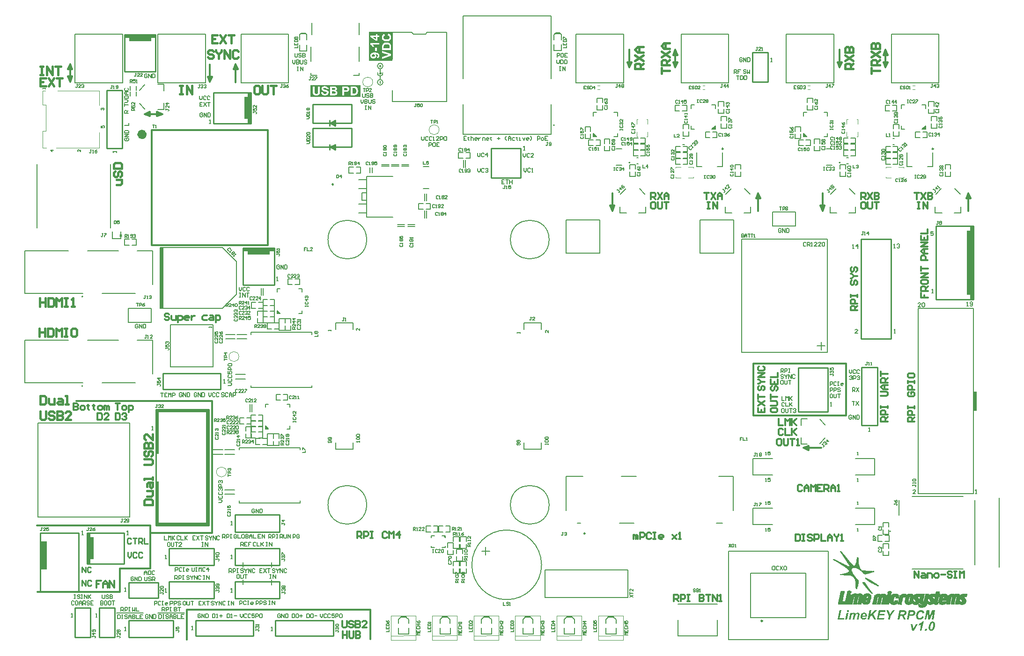
<source format=gto>
G04*
G04 #@! TF.GenerationSoftware,Altium Limited,Altium Designer,19.1.6 (110)*
G04*
G04 Layer_Color=65535*
%FSLAX44Y44*%
%MOMM*%
G71*
G01*
G75*
%ADD10C,0.2000*%
%ADD11C,0.2500*%
%ADD12C,0.3000*%
%ADD13C,1.0000*%
%ADD14C,0.1000*%
%ADD15C,0.1900*%
%ADD16C,0.4000*%
%ADD17C,0.1500*%
%ADD18C,0.1270*%
%ADD19C,0.2540*%
%ADD20C,0.0254*%
%ADD21C,0.0260*%
G36*
X214750Y1089750D02*
X206750D01*
Y1083750D01*
X186750Y1083750D01*
X166750Y1083750D01*
Y1089750D01*
X158750D01*
X158750Y1095750D01*
X214750D01*
X214750Y1089750D01*
D02*
G37*
G36*
X387000Y991000D02*
Y935000D01*
X381000Y935000D01*
Y943000D01*
X375000D01*
X375000Y963000D01*
X375000Y983000D01*
X381000D01*
Y991000D01*
X387000Y991000D01*
D02*
G37*
G36*
X1606750Y924250D02*
X1600500D01*
X1606750Y930500D01*
Y924250D01*
D02*
G37*
G36*
X1226750D02*
X1220500D01*
X1226750Y930500D01*
Y924250D01*
D02*
G37*
G36*
X1392000Y910900D02*
X1385750D01*
Y917150D01*
X1392000Y910900D01*
D02*
G37*
G36*
X1012000Y910900D02*
X1005750Y910900D01*
Y917150D01*
X1012000Y910900D01*
D02*
G37*
G36*
X429000Y703750D02*
X421000D01*
Y697750D01*
X401000Y697750D01*
X381000Y697750D01*
Y703750D01*
X373000D01*
X373000Y709750D01*
X429000D01*
X429000Y703750D01*
D02*
G37*
G36*
X1687250Y624607D02*
X1681250D01*
Y740893D01*
X1687250D01*
Y624607D01*
D02*
G37*
G36*
X1693250Y616607D02*
X1687250D01*
Y748893D01*
X1693250D01*
Y616607D01*
D02*
G37*
G36*
X228000Y600250D02*
X223000D01*
Y710250D01*
X228000D01*
Y600250D01*
D02*
G37*
G36*
X439500Y591000D02*
X434500D01*
Y596000D01*
X439500Y591000D01*
D02*
G37*
G36*
X1699500Y415000D02*
X1693500D01*
Y450000D01*
X1699500D01*
Y415000D01*
D02*
G37*
G36*
X418250Y382250D02*
X413250D01*
Y387250D01*
X418250Y382250D01*
D02*
G37*
G36*
X310500Y207250D02*
X215500D01*
X215500Y209750D01*
X215500D01*
X215500Y287250D01*
X220500D01*
X220500Y212250D01*
X305500D01*
Y412250D01*
X220500D01*
X220500Y337250D01*
X215500D01*
X215500Y414750D01*
X215500D01*
X215500Y417250D01*
X310500D01*
Y207250D01*
D02*
G37*
G36*
X738500Y185500D02*
X735500Y188500D01*
X735750Y188750D01*
X738500D01*
Y185500D01*
D02*
G37*
G36*
X96410Y186090D02*
X102410D01*
X102410Y166090D01*
X102410Y146090D01*
X96410D01*
Y138090D01*
X90410Y138090D01*
Y194090D01*
X96410Y194090D01*
Y186090D01*
D02*
G37*
G36*
X17870Y127947D02*
X5870Y127947D01*
Y178804D01*
X17870Y178804D01*
Y127947D01*
D02*
G37*
G36*
X642750Y1100500D02*
Y1048250D01*
X600250D01*
Y1100500D01*
X621834D01*
Y1100500D01*
X642750D01*
D02*
G37*
G36*
X1467876Y51038D02*
X1464629D01*
X1465254Y53973D01*
X1468478D01*
X1467876Y51038D01*
D02*
G37*
G36*
X1598969Y54261D02*
X1599186Y54237D01*
X1599451Y54213D01*
X1599763Y54165D01*
X1600076Y54093D01*
X1600773Y53925D01*
X1601134Y53804D01*
X1601495Y53660D01*
X1601880Y53492D01*
X1602217Y53299D01*
X1602578Y53083D01*
X1602890Y52818D01*
X1602914Y52794D01*
X1602962Y52746D01*
X1603035Y52674D01*
X1603155Y52554D01*
X1603275Y52409D01*
X1603443Y52241D01*
X1603588Y52024D01*
X1603756Y51784D01*
X1603925Y51519D01*
X1604093Y51231D01*
X1604261Y50894D01*
X1604430Y50557D01*
X1604574Y50172D01*
X1604694Y49763D01*
X1604790Y49331D01*
X1604863Y48874D01*
X1601591Y48561D01*
Y48585D01*
X1601567Y48633D01*
Y48705D01*
X1601543Y48801D01*
X1601471Y49042D01*
X1601351Y49355D01*
X1601206Y49715D01*
X1601014Y50052D01*
X1600797Y50389D01*
X1600533Y50653D01*
X1600509Y50677D01*
X1600389Y50750D01*
X1600220Y50870D01*
X1599980Y50990D01*
X1599691Y51111D01*
X1599330Y51231D01*
X1598921Y51303D01*
X1598464Y51327D01*
X1598320D01*
X1598224Y51303D01*
X1597959Y51279D01*
X1597598Y51207D01*
X1597189Y51111D01*
X1596756Y50942D01*
X1596275Y50726D01*
X1595818Y50437D01*
X1595794D01*
X1595770Y50389D01*
X1595626Y50269D01*
X1595385Y50076D01*
X1595121Y49763D01*
X1594808Y49403D01*
X1594471Y48922D01*
X1594135Y48368D01*
X1593846Y47719D01*
Y47695D01*
X1593822Y47647D01*
X1593774Y47551D01*
X1593726Y47406D01*
X1593678Y47238D01*
X1593629Y47045D01*
X1593557Y46829D01*
X1593485Y46588D01*
X1593365Y46035D01*
X1593245Y45410D01*
X1593148Y44736D01*
X1593124Y44063D01*
Y44039D01*
Y43966D01*
Y43870D01*
X1593148Y43726D01*
Y43558D01*
X1593172Y43365D01*
X1593245Y42932D01*
X1593365Y42427D01*
X1593509Y41922D01*
X1593750Y41417D01*
X1594062Y40960D01*
X1594111Y40912D01*
X1594231Y40791D01*
X1594447Y40623D01*
X1594712Y40431D01*
X1595073Y40214D01*
X1595482Y40046D01*
X1595939Y39925D01*
X1596179Y39901D01*
X1596444Y39877D01*
X1596564D01*
X1596660Y39901D01*
X1596925Y39925D01*
X1597238Y39974D01*
X1597622Y40094D01*
X1598031Y40238D01*
X1598440Y40431D01*
X1598873Y40719D01*
X1598897D01*
X1598921Y40767D01*
X1599066Y40888D01*
X1599258Y41080D01*
X1599499Y41369D01*
X1599763Y41729D01*
X1600052Y42162D01*
X1600292Y42692D01*
X1600533Y43293D01*
X1603997Y42764D01*
Y42740D01*
X1603949Y42643D01*
X1603900Y42499D01*
X1603804Y42307D01*
X1603684Y42066D01*
X1603564Y41802D01*
X1603419Y41489D01*
X1603227Y41176D01*
X1602794Y40479D01*
X1602265Y39781D01*
X1601664Y39084D01*
X1601303Y38771D01*
X1600942Y38482D01*
X1600918Y38458D01*
X1600846Y38410D01*
X1600749Y38338D01*
X1600581Y38266D01*
X1600389Y38145D01*
X1600172Y38025D01*
X1599884Y37881D01*
X1599595Y37761D01*
X1599258Y37616D01*
X1598897Y37472D01*
X1598512Y37352D01*
X1598103Y37255D01*
X1597670Y37159D01*
X1597213Y37087D01*
X1596732Y37039D01*
X1596227Y37015D01*
X1596083D01*
X1595939Y37039D01*
X1595722D01*
X1595458Y37063D01*
X1595169Y37111D01*
X1594832Y37159D01*
X1594495Y37255D01*
X1594111Y37352D01*
X1593726Y37472D01*
X1593317Y37616D01*
X1592932Y37785D01*
X1592523Y38001D01*
X1592138Y38242D01*
X1591777Y38530D01*
X1591441Y38843D01*
X1591417Y38867D01*
X1591368Y38939D01*
X1591272Y39035D01*
X1591176Y39180D01*
X1591056Y39372D01*
X1590911Y39613D01*
X1590743Y39901D01*
X1590599Y40214D01*
X1590430Y40575D01*
X1590262Y40960D01*
X1590118Y41417D01*
X1589997Y41898D01*
X1589901Y42403D01*
X1589805Y42980D01*
X1589757Y43558D01*
X1589733Y44207D01*
Y44231D01*
Y44327D01*
Y44496D01*
X1589757Y44688D01*
Y44929D01*
X1589805Y45241D01*
X1589829Y45554D01*
X1589877Y45915D01*
X1589925Y46300D01*
X1590021Y46733D01*
X1590214Y47599D01*
X1590502Y48513D01*
X1590671Y48946D01*
X1590863Y49403D01*
X1590887Y49427D01*
X1590911Y49499D01*
X1590984Y49619D01*
X1591080Y49788D01*
X1591200Y49980D01*
X1591344Y50220D01*
X1591513Y50461D01*
X1591705Y50750D01*
X1592162Y51327D01*
X1592691Y51928D01*
X1593341Y52506D01*
X1593702Y52770D01*
X1594062Y53011D01*
X1594086Y53035D01*
X1594159Y53059D01*
X1594279Y53131D01*
X1594423Y53203D01*
X1594616Y53299D01*
X1594832Y53420D01*
X1595097Y53540D01*
X1595385Y53660D01*
X1595698Y53756D01*
X1596059Y53877D01*
X1596805Y54093D01*
X1597622Y54237D01*
X1598055Y54261D01*
X1598512Y54286D01*
X1598777D01*
X1598969Y54261D01*
D02*
G37*
G36*
X1485027Y49619D02*
X1485339Y49571D01*
X1485700Y49475D01*
X1486085Y49331D01*
X1486446Y49138D01*
X1486759Y48873D01*
X1486783Y48849D01*
X1486879Y48729D01*
X1487023Y48561D01*
X1487167Y48320D01*
X1487312Y48032D01*
X1487456Y47695D01*
X1487552Y47286D01*
X1487576Y46829D01*
Y46805D01*
Y46709D01*
X1487552Y46540D01*
X1487528Y46324D01*
X1487504Y46035D01*
X1487432Y45650D01*
X1487360Y45193D01*
X1487240Y44664D01*
X1485652Y37328D01*
X1482429D01*
X1483992Y44664D01*
Y44688D01*
X1484016Y44736D01*
Y44784D01*
X1484040Y44880D01*
X1484088Y45121D01*
X1484137Y45386D01*
X1484185Y45650D01*
X1484233Y45915D01*
X1484281Y46107D01*
Y46179D01*
Y46227D01*
Y46252D01*
Y46324D01*
X1484257Y46396D01*
X1484233Y46516D01*
X1484161Y46781D01*
X1484064Y46901D01*
X1483968Y47021D01*
X1483944Y47045D01*
X1483920Y47069D01*
X1483848Y47118D01*
X1483752Y47190D01*
X1483631Y47238D01*
X1483463Y47286D01*
X1483295Y47310D01*
X1483078Y47334D01*
X1482958D01*
X1482862Y47310D01*
X1482621Y47262D01*
X1482333Y47166D01*
X1481996Y47021D01*
X1481611Y46781D01*
X1481418Y46636D01*
X1481226Y46468D01*
X1481058Y46276D01*
X1480865Y46035D01*
X1480841Y45987D01*
X1480793Y45939D01*
X1480745Y45867D01*
X1480697Y45746D01*
X1480625Y45626D01*
X1480529Y45458D01*
X1480456Y45289D01*
X1480360Y45073D01*
X1480264Y44832D01*
X1480168Y44568D01*
X1480072Y44279D01*
X1479951Y43966D01*
X1479855Y43606D01*
X1479759Y43221D01*
X1479663Y42788D01*
X1478508Y37328D01*
X1475285D01*
X1476800Y44592D01*
Y44616D01*
X1476824Y44640D01*
X1476848Y44808D01*
X1476896Y45025D01*
X1476944Y45265D01*
X1476993Y45554D01*
X1477017Y45819D01*
X1477065Y46059D01*
Y46227D01*
Y46252D01*
Y46300D01*
X1477041Y46396D01*
X1477017Y46516D01*
X1476920Y46757D01*
X1476848Y46901D01*
X1476728Y47021D01*
X1476704Y47045D01*
X1476680Y47069D01*
X1476608Y47118D01*
X1476512Y47190D01*
X1476367Y47238D01*
X1476223Y47286D01*
X1476055Y47310D01*
X1475838Y47334D01*
X1475742D01*
X1475646Y47310D01*
X1475501Y47286D01*
X1475333Y47262D01*
X1475141Y47190D01*
X1474948Y47118D01*
X1474732Y46997D01*
X1474707Y46973D01*
X1474635Y46949D01*
X1474515Y46877D01*
X1474395Y46781D01*
X1474226Y46660D01*
X1474058Y46492D01*
X1473890Y46324D01*
X1473721Y46131D01*
X1473697Y46107D01*
X1473649Y46035D01*
X1473577Y45915D01*
X1473481Y45746D01*
X1473360Y45554D01*
X1473240Y45289D01*
X1473120Y45025D01*
X1473000Y44712D01*
Y44688D01*
X1472976Y44616D01*
X1472928Y44496D01*
X1472879Y44327D01*
X1472831Y44087D01*
X1472735Y43750D01*
X1472639Y43365D01*
X1472591Y43125D01*
X1472519Y42860D01*
X1471364Y37328D01*
X1468141D01*
X1470667Y49403D01*
X1473721D01*
X1473433Y47935D01*
X1473457Y47959D01*
X1473505Y48007D01*
X1473601Y48104D01*
X1473745Y48200D01*
X1473914Y48344D01*
X1474106Y48489D01*
X1474323Y48633D01*
X1474587Y48801D01*
X1475164Y49114D01*
X1475790Y49403D01*
X1476151Y49499D01*
X1476487Y49595D01*
X1476872Y49643D01*
X1477233Y49667D01*
X1477450D01*
X1477714Y49643D01*
X1478003Y49595D01*
X1478340Y49523D01*
X1478700Y49427D01*
X1479037Y49282D01*
X1479326Y49090D01*
X1479350Y49066D01*
X1479446Y48994D01*
X1479566Y48849D01*
X1479735Y48681D01*
X1479879Y48464D01*
X1480047Y48176D01*
X1480192Y47887D01*
X1480288Y47526D01*
X1480312Y47575D01*
X1480408Y47671D01*
X1480553Y47839D01*
X1480745Y48056D01*
X1481010Y48296D01*
X1481298Y48537D01*
X1481659Y48801D01*
X1482068Y49042D01*
X1482092D01*
X1482116Y49066D01*
X1482188Y49090D01*
X1482285Y49138D01*
X1482501Y49234D01*
X1482814Y49355D01*
X1483174Y49475D01*
X1483607Y49571D01*
X1484040Y49643D01*
X1484521Y49667D01*
X1484762D01*
X1485027Y49619D01*
D02*
G37*
G36*
X1512063Y47430D02*
X1517547Y37328D01*
X1513675D01*
X1509561Y45241D01*
X1506314Y42379D01*
X1505232Y37328D01*
X1501840D01*
X1505328Y53973D01*
X1508744D01*
X1507252Y46877D01*
X1514949Y53973D01*
X1519544D01*
X1512063Y47430D01*
D02*
G37*
G36*
X1543838Y43485D02*
X1542539Y37328D01*
X1539148D01*
X1540495Y43822D01*
X1535900Y53973D01*
X1539557D01*
X1541625Y49282D01*
Y49258D01*
X1541649Y49210D01*
X1541697Y49114D01*
X1541745Y49018D01*
X1541794Y48874D01*
X1541866Y48705D01*
X1542010Y48344D01*
X1542178Y47959D01*
X1542347Y47551D01*
X1542491Y47166D01*
X1542611Y46853D01*
X1542635Y46877D01*
X1542684Y46973D01*
X1542780Y47118D01*
X1542876Y47310D01*
X1543020Y47551D01*
X1543189Y47815D01*
X1543573Y48392D01*
X1545161Y50605D01*
X1547494Y53973D01*
X1551487D01*
X1543838Y43485D01*
D02*
G37*
G36*
X1621219Y37328D02*
X1618116D01*
X1621003Y51135D01*
X1614821Y37328D01*
X1611574D01*
X1610948Y51231D01*
X1608326Y37328D01*
X1605223D01*
X1608687Y53973D01*
X1613570D01*
X1614099Y42523D01*
X1619319Y53973D01*
X1624250D01*
X1621219Y37328D01*
D02*
G37*
G36*
X1583647Y53949D02*
X1583816D01*
X1584225Y53925D01*
X1584682Y53877D01*
X1585139Y53780D01*
X1585620Y53684D01*
X1586028Y53540D01*
X1586053D01*
X1586077Y53516D01*
X1586197Y53468D01*
X1586389Y53348D01*
X1586630Y53203D01*
X1586894Y53011D01*
X1587183Y52770D01*
X1587472Y52457D01*
X1587712Y52121D01*
X1587736Y52073D01*
X1587809Y51952D01*
X1587905Y51736D01*
X1588025Y51471D01*
X1588145Y51111D01*
X1588241Y50726D01*
X1588314Y50269D01*
X1588338Y49788D01*
Y49763D01*
Y49739D01*
Y49667D01*
Y49571D01*
X1588314Y49331D01*
X1588266Y48994D01*
X1588217Y48633D01*
X1588121Y48200D01*
X1588001Y47767D01*
X1587832Y47310D01*
Y47286D01*
X1587809Y47262D01*
X1587736Y47118D01*
X1587640Y46901D01*
X1587496Y46637D01*
X1587327Y46324D01*
X1587135Y46011D01*
X1586894Y45698D01*
X1586630Y45410D01*
X1586606Y45386D01*
X1586510Y45289D01*
X1586365Y45169D01*
X1586173Y45025D01*
X1585956Y44832D01*
X1585692Y44664D01*
X1585427Y44496D01*
X1585114Y44327D01*
X1585066Y44303D01*
X1584970Y44279D01*
X1584778Y44207D01*
X1584537Y44135D01*
X1584225Y44039D01*
X1583840Y43942D01*
X1583407Y43846D01*
X1582901Y43774D01*
X1582853D01*
X1582733Y43750D01*
X1582517D01*
X1582372Y43726D01*
X1582012D01*
X1581795Y43702D01*
X1581290D01*
X1580977Y43678D01*
X1577682D01*
X1576335Y37328D01*
X1572943D01*
X1576431Y53973D01*
X1583479D01*
X1583647Y53949D01*
D02*
G37*
G36*
X1567748D02*
X1568181Y53925D01*
X1568662Y53877D01*
X1569143Y53804D01*
X1569624Y53708D01*
X1570057Y53564D01*
X1570081D01*
X1570105Y53540D01*
X1570225Y53492D01*
X1570418Y53396D01*
X1570658Y53251D01*
X1570947Y53035D01*
X1571235Y52794D01*
X1571500Y52481D01*
X1571765Y52121D01*
X1571789Y52073D01*
X1571861Y51928D01*
X1571981Y51712D01*
X1572101Y51423D01*
X1572222Y51062D01*
X1572342Y50629D01*
X1572414Y50124D01*
X1572438Y49595D01*
Y49571D01*
Y49499D01*
Y49403D01*
X1572414Y49234D01*
X1572390Y49066D01*
X1572366Y48849D01*
X1572342Y48609D01*
X1572270Y48368D01*
X1572125Y47815D01*
X1571909Y47214D01*
X1571765Y46925D01*
X1571596Y46637D01*
X1571380Y46348D01*
X1571163Y46083D01*
X1571139Y46059D01*
X1571115Y46035D01*
X1571019Y45963D01*
X1570923Y45867D01*
X1570778Y45746D01*
X1570634Y45626D01*
X1570442Y45506D01*
X1570201Y45362D01*
X1569961Y45217D01*
X1569672Y45073D01*
X1569359Y44929D01*
X1568998Y44784D01*
X1568638Y44664D01*
X1568229Y44568D01*
X1567772Y44472D01*
X1567315Y44399D01*
X1567339Y44375D01*
X1567435Y44303D01*
X1567555Y44159D01*
X1567724Y43991D01*
X1567892Y43750D01*
X1568108Y43485D01*
X1568325Y43173D01*
X1568541Y42836D01*
X1568565Y42812D01*
X1568589Y42740D01*
X1568662Y42643D01*
X1568734Y42475D01*
X1568854Y42283D01*
X1568974Y42042D01*
X1569119Y41754D01*
X1569287Y41417D01*
X1569480Y41056D01*
X1569672Y40647D01*
X1569888Y40190D01*
X1570105Y39685D01*
X1570345Y39156D01*
X1570586Y38578D01*
X1570851Y37977D01*
X1571115Y37328D01*
X1567435D01*
Y37352D01*
X1567411Y37400D01*
X1567387Y37472D01*
X1567339Y37592D01*
X1567291Y37737D01*
X1567218Y37929D01*
X1567146Y38145D01*
X1567050Y38410D01*
X1566930Y38699D01*
X1566810Y39011D01*
X1566665Y39372D01*
X1566497Y39757D01*
X1566328Y40190D01*
X1566136Y40671D01*
X1565919Y41176D01*
X1565679Y41705D01*
Y41729D01*
X1565655Y41778D01*
X1565607Y41850D01*
X1565559Y41970D01*
X1565414Y42235D01*
X1565222Y42571D01*
X1565005Y42932D01*
X1564765Y43293D01*
X1564476Y43630D01*
X1564332Y43750D01*
X1564188Y43870D01*
X1564164Y43894D01*
X1564091Y43918D01*
X1563971Y43966D01*
X1563803Y44039D01*
X1563562Y44111D01*
X1563274Y44159D01*
X1562913Y44183D01*
X1562480Y44207D01*
X1561085D01*
X1559642Y37328D01*
X1556250D01*
X1559738Y53973D01*
X1567579D01*
X1567748Y53949D01*
D02*
G37*
G36*
X1533928Y51183D02*
X1525004D01*
X1524186Y47430D01*
X1532822D01*
X1532244Y44640D01*
X1523561D01*
X1522575Y40118D01*
X1532268D01*
X1531667Y37328D01*
X1518678Y37328D01*
X1522166Y53973D01*
X1534505D01*
X1533928Y51183D01*
D02*
G37*
G36*
X1464990Y37328D02*
X1461767D01*
X1464292Y49403D01*
X1467540D01*
X1464990Y37328D01*
D02*
G37*
G36*
X1451640Y40118D02*
X1460155D01*
X1459578Y37328D01*
X1447647D01*
X1451135Y53973D01*
X1454550D01*
X1451640Y40118D01*
D02*
G37*
G36*
X1496404Y49643D02*
X1496597Y49619D01*
X1496813Y49595D01*
X1497054Y49547D01*
X1497318Y49499D01*
X1497895Y49331D01*
X1498184Y49234D01*
X1498473Y49090D01*
X1498761Y48921D01*
X1499050Y48753D01*
X1499315Y48537D01*
X1499579Y48296D01*
X1499603Y48272D01*
X1499627Y48224D01*
X1499699Y48152D01*
X1499796Y48056D01*
X1499892Y47911D01*
X1499988Y47743D01*
X1500108Y47526D01*
X1500253Y47310D01*
X1500373Y47045D01*
X1500493Y46757D01*
X1500589Y46444D01*
X1500686Y46083D01*
X1500782Y45722D01*
X1500854Y45314D01*
X1500878Y44905D01*
X1500902Y44447D01*
Y44423D01*
Y44399D01*
Y44255D01*
Y44015D01*
X1500878Y43750D01*
X1500854Y43413D01*
X1500806Y43052D01*
X1500662Y42331D01*
X1492483D01*
Y42307D01*
Y42210D01*
X1492459Y42114D01*
Y42018D01*
Y41994D01*
Y41970D01*
Y41826D01*
X1492507Y41609D01*
X1492555Y41321D01*
X1492628Y41008D01*
X1492748Y40695D01*
X1492916Y40358D01*
X1493133Y40070D01*
X1493157Y40046D01*
X1493253Y39950D01*
X1493397Y39853D01*
X1493614Y39709D01*
X1493854Y39589D01*
X1494143Y39468D01*
X1494480Y39372D01*
X1494841Y39348D01*
X1495009D01*
X1495105Y39372D01*
X1495249Y39396D01*
X1495418Y39444D01*
X1495779Y39565D01*
X1495971Y39637D01*
X1496188Y39757D01*
X1496404Y39901D01*
X1496597Y40070D01*
X1496813Y40262D01*
X1497029Y40479D01*
X1497222Y40743D01*
X1497390Y41032D01*
X1500301Y40551D01*
Y40527D01*
X1500253Y40479D01*
X1500204Y40382D01*
X1500132Y40262D01*
X1500060Y40118D01*
X1499940Y39950D01*
X1499699Y39541D01*
X1499363Y39108D01*
X1498954Y38675D01*
X1498497Y38242D01*
X1497992Y37881D01*
X1497968D01*
X1497919Y37833D01*
X1497847Y37809D01*
X1497751Y37736D01*
X1497607Y37688D01*
X1497462Y37616D01*
X1497054Y37448D01*
X1496597Y37280D01*
X1496043Y37159D01*
X1495466Y37063D01*
X1494816Y37015D01*
X1494576D01*
X1494408Y37039D01*
X1494191Y37063D01*
X1493951Y37087D01*
X1493686Y37135D01*
X1493397Y37207D01*
X1492772Y37400D01*
X1492435Y37520D01*
X1492098Y37664D01*
X1491786Y37833D01*
X1491449Y38049D01*
X1491136Y38290D01*
X1490848Y38554D01*
X1490824Y38578D01*
X1490775Y38626D01*
X1490703Y38723D01*
X1490607Y38843D01*
X1490487Y38987D01*
X1490367Y39180D01*
X1490222Y39396D01*
X1490102Y39637D01*
X1489958Y39925D01*
X1489813Y40214D01*
X1489693Y40551D01*
X1489573Y40912D01*
X1489476Y41297D01*
X1489404Y41729D01*
X1489356Y42162D01*
X1489332Y42619D01*
Y42643D01*
Y42740D01*
Y42860D01*
X1489356Y43028D01*
X1489380Y43245D01*
X1489404Y43509D01*
X1489453Y43798D01*
X1489501Y44111D01*
X1489669Y44784D01*
X1489789Y45145D01*
X1489910Y45530D01*
X1490078Y45915D01*
X1490246Y46300D01*
X1490463Y46684D01*
X1490703Y47045D01*
X1490727Y47069D01*
X1490800Y47166D01*
X1490896Y47286D01*
X1491040Y47454D01*
X1491257Y47647D01*
X1491473Y47887D01*
X1491762Y48104D01*
X1492074Y48368D01*
X1492435Y48609D01*
X1492844Y48849D01*
X1493277Y49066D01*
X1493758Y49258D01*
X1494263Y49427D01*
X1494816Y49547D01*
X1495418Y49643D01*
X1496043Y49667D01*
X1496260D01*
X1496404Y49643D01*
D02*
G37*
G36*
X1585547Y16944D02*
X1582757D01*
X1580352Y29019D01*
X1583551D01*
X1584369Y23728D01*
Y23703D01*
X1584393Y23631D01*
Y23535D01*
X1584417Y23391D01*
X1584441Y23222D01*
X1584489Y23006D01*
X1584561Y22573D01*
X1584633Y22092D01*
X1584706Y21635D01*
X1584754Y21226D01*
X1584778Y21058D01*
X1584802Y20913D01*
X1584826Y20961D01*
X1584874Y21034D01*
X1584946Y21154D01*
X1585042Y21346D01*
X1585187Y21587D01*
X1585355Y21924D01*
X1585475Y22140D01*
X1585596Y22357D01*
Y22381D01*
X1585620Y22405D01*
X1585716Y22549D01*
X1585836Y22765D01*
X1585980Y23030D01*
X1586125Y23295D01*
X1586269Y23535D01*
X1586389Y23752D01*
X1586461Y23896D01*
X1589468Y29019D01*
X1592980D01*
X1585547Y16944D01*
D02*
G37*
G36*
X1608759D02*
X1605536D01*
X1606161Y20096D01*
X1609385D01*
X1608759Y16944D01*
D02*
G37*
G36*
X1599884D02*
X1596612D01*
X1599018Y28466D01*
X1598969Y28442D01*
X1598849Y28346D01*
X1598633Y28226D01*
X1598344Y28057D01*
X1598007Y27865D01*
X1597598Y27672D01*
X1597141Y27456D01*
X1596660Y27239D01*
X1596636D01*
X1596612Y27215D01*
X1596540Y27191D01*
X1596444Y27143D01*
X1596179Y27071D01*
X1595867Y26951D01*
X1595506Y26830D01*
X1595097Y26710D01*
X1594712Y26590D01*
X1594303Y26494D01*
X1594928Y29404D01*
X1594953D01*
X1594977Y29428D01*
X1595121Y29476D01*
X1595337Y29597D01*
X1595626Y29741D01*
X1595963Y29909D01*
X1596372Y30102D01*
X1596829Y30342D01*
X1597310Y30631D01*
X1597815Y30920D01*
X1598344Y31256D01*
X1598897Y31617D01*
X1599427Y31978D01*
X1599956Y32387D01*
X1600485Y32796D01*
X1600966Y33229D01*
X1601423Y33686D01*
X1603395D01*
X1599884Y16944D01*
D02*
G37*
G36*
X1619944Y33662D02*
X1620113Y33638D01*
X1620305Y33614D01*
X1620786Y33493D01*
X1621315Y33325D01*
X1621580Y33205D01*
X1621869Y33061D01*
X1622133Y32892D01*
X1622422Y32676D01*
X1622686Y32459D01*
X1622927Y32194D01*
X1622951Y32171D01*
X1622975Y32122D01*
X1623047Y32050D01*
X1623143Y31930D01*
X1623240Y31762D01*
X1623336Y31593D01*
X1623456Y31377D01*
X1623600Y31112D01*
X1623721Y30824D01*
X1623841Y30511D01*
X1623937Y30150D01*
X1624034Y29789D01*
X1624130Y29356D01*
X1624202Y28923D01*
X1624226Y28442D01*
X1624250Y27937D01*
Y27913D01*
Y27817D01*
Y27672D01*
X1624226Y27480D01*
Y27264D01*
X1624202Y26975D01*
X1624178Y26662D01*
X1624130Y26301D01*
X1624082Y25892D01*
X1624010Y25484D01*
X1623937Y25027D01*
X1623841Y24569D01*
X1623600Y23559D01*
X1623288Y22501D01*
Y22477D01*
X1623240Y22381D01*
X1623192Y22236D01*
X1623120Y22044D01*
X1623023Y21803D01*
X1622903Y21515D01*
X1622759Y21226D01*
X1622614Y20889D01*
X1622229Y20192D01*
X1621797Y19470D01*
X1621291Y18772D01*
X1621003Y18436D01*
X1620714Y18147D01*
X1620690Y18123D01*
X1620642Y18075D01*
X1620546Y18003D01*
X1620425Y17907D01*
X1620281Y17786D01*
X1620089Y17666D01*
X1619896Y17522D01*
X1619656Y17401D01*
X1619102Y17113D01*
X1618501Y16872D01*
X1618164Y16776D01*
X1617804Y16704D01*
X1617443Y16656D01*
X1617058Y16632D01*
X1616866D01*
X1616721Y16656D01*
X1616553Y16680D01*
X1616360Y16704D01*
X1615879Y16824D01*
X1615350Y16992D01*
X1615085Y17113D01*
X1614797Y17257D01*
X1614508Y17426D01*
X1614244Y17618D01*
X1613979Y17834D01*
X1613714Y18099D01*
X1613690Y18123D01*
X1613666Y18171D01*
X1613594Y18243D01*
X1613522Y18364D01*
X1613426Y18532D01*
X1613306Y18700D01*
X1613185Y18917D01*
X1613065Y19181D01*
X1612945Y19470D01*
X1612824Y19783D01*
X1612728Y20120D01*
X1612608Y20504D01*
X1612536Y20913D01*
X1612464Y21346D01*
X1612440Y21827D01*
X1612415Y22332D01*
Y22357D01*
Y22453D01*
Y22573D01*
X1612440Y22765D01*
Y23006D01*
X1612464Y23271D01*
X1612488Y23583D01*
X1612512Y23920D01*
X1612560Y24281D01*
X1612632Y24690D01*
X1612776Y25556D01*
X1612969Y26470D01*
X1613257Y27432D01*
X1613282Y27480D01*
X1613306Y27576D01*
X1613378Y27745D01*
X1613450Y27961D01*
X1613546Y28226D01*
X1613690Y28514D01*
X1613835Y28851D01*
X1614003Y29212D01*
X1614388Y29982D01*
X1614845Y30751D01*
X1615085Y31136D01*
X1615374Y31497D01*
X1615663Y31834D01*
X1615951Y32146D01*
X1615975Y32171D01*
X1616024Y32219D01*
X1616120Y32291D01*
X1616240Y32387D01*
X1616384Y32507D01*
X1616577Y32627D01*
X1616793Y32772D01*
X1617034Y32916D01*
X1617563Y33205D01*
X1618188Y33445D01*
X1618525Y33542D01*
X1618862Y33614D01*
X1619223Y33662D01*
X1619608Y33686D01*
X1619800D01*
X1619944Y33662D01*
D02*
G37*
G36*
X585000Y1004500D02*
Y983250D01*
X494500D01*
Y1004500D01*
X585000D01*
D02*
G37*
%LPC*%
G36*
X619027Y1096161D02*
D01*
Y1094171D01*
X615811D01*
Y1096161D01*
X613127D01*
Y1094171D01*
X602945D01*
Y1091579D01*
X613150Y1084637D01*
X602945D01*
X619027D01*
Y1087900D01*
Y1084637D01*
X615811D01*
Y1091209D01*
X619027D01*
Y1087900D01*
Y1091209D01*
Y1096161D01*
D02*
G37*
G36*
X640587Y1097410D02*
X623996D01*
Y1083480D01*
Y1090954D01*
X624020Y1090353D01*
X624089Y1089751D01*
X624205Y1089219D01*
X624343Y1088687D01*
X624505Y1088224D01*
X624691Y1087761D01*
X624899Y1087368D01*
X625107Y1086998D01*
X625315Y1086650D01*
X625524Y1086373D01*
X625709Y1086118D01*
X625871Y1085910D01*
X626009Y1085748D01*
X626125Y1085632D01*
X626195Y1085563D01*
X626218Y1085540D01*
X626657Y1085170D01*
X627120Y1084869D01*
X627606Y1084591D01*
X628115Y1084360D01*
X628647Y1084151D01*
X629156Y1083989D01*
X629665Y1083851D01*
X630151Y1083735D01*
X630637Y1083642D01*
X631054Y1083596D01*
X631447Y1083550D01*
X631771Y1083503D01*
X632049D01*
X632257Y1083480D01*
X623996D01*
X632442D01*
X633136Y1083503D01*
X633784Y1083573D01*
X634409Y1083665D01*
X634964Y1083804D01*
X635497Y1083943D01*
X636006Y1084128D01*
X636445Y1084313D01*
X636839Y1084499D01*
X637209Y1084684D01*
X637533Y1084869D01*
X637787Y1085054D01*
X638019Y1085193D01*
X638181Y1085331D01*
X638320Y1085424D01*
X638389Y1085493D01*
X638412Y1085517D01*
X638806Y1085910D01*
X639129Y1086327D01*
X639430Y1086766D01*
X639662Y1087206D01*
X639870Y1087645D01*
X640055Y1088085D01*
X640194Y1088502D01*
X640310Y1088895D01*
X640402Y1089288D01*
X640472Y1089635D01*
X640518Y1089959D01*
X640541Y1090214D01*
X640564Y1090445D01*
X640587Y1090607D01*
Y1090746D01*
X640564Y1091232D01*
X640541Y1091672D01*
X640472Y1092111D01*
X640379Y1092505D01*
X640286Y1092875D01*
X640194Y1093222D01*
X640078Y1093546D01*
X639939Y1093847D01*
X639824Y1094101D01*
X639708Y1094333D01*
X639616Y1094541D01*
X639523Y1094703D01*
X639430Y1094842D01*
X639361Y1094934D01*
X639338Y1094981D01*
X639315Y1095004D01*
X639060Y1095305D01*
X638782Y1095582D01*
X638158Y1096091D01*
X637510Y1096508D01*
X636885Y1096832D01*
X636584Y1096971D01*
X636306Y1097086D01*
X636052Y1097179D01*
X635844Y1097271D01*
X635659Y1097341D01*
X635520Y1097387D01*
X635427Y1097410D01*
X640587D01*
D02*
G37*
G36*
X619027Y1080565D02*
X602922D01*
Y1073530D01*
D01*
Y1078066D01*
X603454Y1077834D01*
X603940Y1077533D01*
X604403Y1077210D01*
X604773Y1076886D01*
X605074Y1076608D01*
X605305Y1076353D01*
X605398Y1076261D01*
X605467Y1076191D01*
X605491Y1076145D01*
X605514Y1076122D01*
X605884Y1075613D01*
X606208Y1075127D01*
X606463Y1074687D01*
X606648Y1074294D01*
X606786Y1073970D01*
X606902Y1073739D01*
X606925Y1073646D01*
X606948Y1073577D01*
X606972Y1073554D01*
Y1073530D01*
X602922D01*
X609748D01*
X609424Y1074363D01*
X609077Y1075104D01*
X608892Y1075451D01*
X608684Y1075775D01*
X608499Y1076076D01*
X608314Y1076353D01*
X608129Y1076608D01*
X607966Y1076839D01*
X607828Y1077025D01*
X607689Y1077186D01*
X607573Y1077325D01*
X607504Y1077418D01*
X607458Y1077464D01*
X607434Y1077487D01*
X619027D01*
Y1080565D01*
D02*
G37*
G36*
X632789Y1081305D02*
X624297D01*
X632465D01*
X631656Y1081282D01*
X630938Y1081213D01*
X630591Y1081190D01*
X630290Y1081143D01*
X629990Y1081097D01*
X629735Y1081051D01*
X629504Y1080981D01*
X629295Y1080935D01*
X629110Y1080889D01*
X628971Y1080866D01*
X628856Y1080819D01*
X628763Y1080796D01*
X628717Y1080773D01*
X628694D01*
X628138Y1080565D01*
X627629Y1080310D01*
X627190Y1080056D01*
X626819Y1079801D01*
X626519Y1079593D01*
X626287Y1079408D01*
X626148Y1079292D01*
X626102Y1079269D01*
Y1079246D01*
X625732Y1078852D01*
X625431Y1078459D01*
X625177Y1078043D01*
X624968Y1077672D01*
X624806Y1077348D01*
X624691Y1077071D01*
X624667Y1076978D01*
X624644Y1076909D01*
X624621Y1076862D01*
Y1076839D01*
X624505Y1076400D01*
X624436Y1075914D01*
X624367Y1075405D01*
X624343Y1074919D01*
X624320Y1074479D01*
X624297Y1074294D01*
Y1067907D01*
X640310D01*
Y1073970D01*
X640286Y1074595D01*
X640263Y1075173D01*
X640217Y1075659D01*
X640148Y1076053D01*
X640078Y1076377D01*
X640032Y1076631D01*
X640009Y1076701D01*
Y1076770D01*
X639986Y1076793D01*
Y1076816D01*
X639801Y1077325D01*
X639592Y1077788D01*
X639384Y1078158D01*
X639176Y1078482D01*
X638991Y1078737D01*
X638852Y1078922D01*
X638759Y1079038D01*
X638713Y1079084D01*
X638273Y1079477D01*
X637811Y1079824D01*
X637325Y1080125D01*
X636885Y1080357D01*
X636469Y1080542D01*
X636306Y1080634D01*
X636168Y1080680D01*
X636029Y1080727D01*
X635936Y1080773D01*
X635890Y1080796D01*
X635867D01*
X635312Y1080958D01*
X634733Y1081097D01*
X634178Y1081190D01*
X633646Y1081236D01*
X633391Y1081259D01*
X633160Y1081282D01*
X632975D01*
X632789Y1081305D01*
D02*
G37*
G36*
X614746Y1071610D02*
X611669D01*
Y1065571D01*
X614746D01*
Y1071610D01*
D02*
G37*
G36*
X619328Y1063280D02*
X611044D01*
X610257Y1063257D01*
X609540Y1063210D01*
X608869Y1063141D01*
X608244Y1063025D01*
X607689Y1062909D01*
X607180Y1062794D01*
X606717Y1062632D01*
X606301Y1062493D01*
X605953Y1062354D01*
X605653Y1062215D01*
X605398Y1062076D01*
X605190Y1061961D01*
X605028Y1061845D01*
X604912Y1061776D01*
X604843Y1061729D01*
X604820Y1061706D01*
X604496Y1061405D01*
X604195Y1061081D01*
X603940Y1060758D01*
X603732Y1060434D01*
X603547Y1060086D01*
X603385Y1059762D01*
X603269Y1059438D01*
X603153Y1059115D01*
X603084Y1058837D01*
X603015Y1058559D01*
X602968Y1058328D01*
X602945Y1058120D01*
Y1057934D01*
X602922Y1057819D01*
Y1057865D01*
Y1057703D01*
X602945Y1057287D01*
X602992Y1056916D01*
X603061Y1056546D01*
X603153Y1056199D01*
X603269Y1055875D01*
X603408Y1055574D01*
X603524Y1055273D01*
X603663Y1055042D01*
X603825Y1054811D01*
X603940Y1054602D01*
X604079Y1054440D01*
X604195Y1054278D01*
X604287Y1054163D01*
X604357Y1054093D01*
X604403Y1054047D01*
X604426Y1054024D01*
X604727Y1053769D01*
X605028Y1053561D01*
X605352Y1053353D01*
X605676Y1053191D01*
X606000Y1053052D01*
X606347Y1052936D01*
X606972Y1052774D01*
X607249Y1052705D01*
X607527Y1052659D01*
X607758Y1052635D01*
X607966Y1052612D01*
X608152Y1052589D01*
X619328D01*
X608383D01*
X608800Y1052612D01*
X609216Y1052659D01*
X609609Y1052705D01*
X609957Y1052797D01*
X610304Y1052913D01*
X610604Y1053029D01*
X610905Y1053145D01*
X611160Y1053283D01*
X611391Y1053399D01*
X611599Y1053515D01*
X611761Y1053631D01*
X611923Y1053746D01*
X612016Y1053839D01*
X612108Y1053885D01*
X612155Y1053931D01*
X612178Y1053954D01*
X612432Y1054209D01*
X612664Y1054487D01*
X612849Y1054764D01*
X613011Y1055042D01*
X613150Y1055320D01*
X613289Y1055574D01*
X613451Y1056083D01*
X613566Y1056523D01*
X613589Y1056708D01*
X613613Y1056870D01*
X613636Y1057009D01*
Y1057194D01*
X613613Y1057518D01*
X613566Y1057819D01*
X613520Y1058096D01*
X613427Y1058374D01*
X613219Y1058883D01*
X612965Y1059300D01*
X612710Y1059624D01*
X612594Y1059762D01*
X612502Y1059878D01*
X612409Y1059971D01*
X612340Y1060040D01*
X612317Y1060063D01*
X612294Y1060086D01*
X612780Y1060040D01*
X613242Y1059994D01*
X613659Y1059948D01*
X614029Y1059878D01*
X614353Y1059809D01*
X614654Y1059739D01*
X614908Y1059670D01*
X615140Y1059601D01*
X615348Y1059508D01*
X615510Y1059462D01*
X615649Y1059392D01*
X615741Y1059346D01*
X615834Y1059300D01*
X615880Y1059253D01*
X615927Y1059230D01*
X616204Y1058976D01*
X616412Y1058698D01*
X616574Y1058444D01*
X616667Y1058189D01*
X616736Y1057958D01*
X616759Y1057796D01*
X616783Y1057680D01*
Y1057634D01*
X616759Y1057379D01*
X616713Y1057125D01*
X616644Y1056939D01*
X616574Y1056754D01*
X616505Y1056616D01*
X616436Y1056523D01*
X616389Y1056453D01*
X616366Y1056430D01*
X616181Y1056268D01*
X615973Y1056153D01*
X615741Y1056060D01*
X615510Y1055991D01*
X615325Y1055921D01*
X615163Y1055898D01*
X615047Y1055875D01*
X615001D01*
X615348Y1052913D01*
X615718Y1052983D01*
X616042Y1053075D01*
X616366Y1053168D01*
X616644Y1053283D01*
X616922Y1053399D01*
X617176Y1053515D01*
X617384Y1053654D01*
X617593Y1053769D01*
X617755Y1053908D01*
X617916Y1054001D01*
X618032Y1054117D01*
X618148Y1054209D01*
X618217Y1054278D01*
X618287Y1054348D01*
X618310Y1054371D01*
X618333Y1054394D01*
X618518Y1054625D01*
X618657Y1054857D01*
X618912Y1055366D01*
X619073Y1055852D01*
X619212Y1056338D01*
X619282Y1056777D01*
X619305Y1056963D01*
Y1057125D01*
X619328Y1057240D01*
Y1057425D01*
X619305Y1057911D01*
X619235Y1058351D01*
X619143Y1058767D01*
X619027Y1059184D01*
X618865Y1059554D01*
X618703Y1059901D01*
X618541Y1060225D01*
X618356Y1060503D01*
X618171Y1060758D01*
X618009Y1060989D01*
X617824Y1061174D01*
X617685Y1061336D01*
X617569Y1061475D01*
X617477Y1061567D01*
X617407Y1061614D01*
X617384Y1061637D01*
X616991Y1061938D01*
X616551Y1062169D01*
X616065Y1062400D01*
X615579Y1062586D01*
X615047Y1062747D01*
X614515Y1062886D01*
X614006Y1062979D01*
X613474Y1063071D01*
X612988Y1063141D01*
X612548Y1063187D01*
X612132Y1063233D01*
X611761Y1063257D01*
X611461Y1063280D01*
X619328D01*
D02*
G37*
G36*
X624297Y1066265D02*
Y1062817D01*
X636144Y1058906D01*
X624297Y1054834D01*
Y1051340D01*
X640310Y1057078D01*
Y1060572D01*
D01*
X624297Y1066265D01*
D02*
G37*
%LPD*%
G36*
X613127Y1087484D02*
X607619Y1091209D01*
X613127D01*
Y1087484D01*
D02*
G37*
G36*
X634432Y1094263D02*
X635057Y1094078D01*
X635589Y1093870D01*
X636029Y1093662D01*
X636399Y1093430D01*
X636677Y1093245D01*
X636862Y1093083D01*
X636978Y1092968D01*
X637024Y1092921D01*
X637301Y1092551D01*
X637487Y1092181D01*
X637626Y1091811D01*
X637741Y1091487D01*
X637787Y1091186D01*
X637811Y1090931D01*
X637834Y1090839D01*
Y1090723D01*
X637811Y1090399D01*
X637787Y1090098D01*
X637626Y1089543D01*
X637440Y1089057D01*
X637186Y1088664D01*
X636954Y1088340D01*
X636769Y1088108D01*
X636677Y1088016D01*
X636607Y1087946D01*
X636584Y1087923D01*
X636561Y1087900D01*
X636306Y1087715D01*
X636006Y1087553D01*
X635682Y1087391D01*
X635335Y1087275D01*
X634617Y1087090D01*
X633900Y1086951D01*
X633553Y1086905D01*
X633252Y1086882D01*
X632951Y1086836D01*
X632697D01*
X632512Y1086812D01*
X632350D01*
X632234D01*
X632211D01*
X631679Y1086836D01*
X631193Y1086859D01*
X630753Y1086905D01*
X630337Y1086974D01*
X629966Y1087067D01*
X629619Y1087160D01*
X629318Y1087252D01*
X629041Y1087368D01*
X628809Y1087460D01*
X628601Y1087553D01*
X628439Y1087645D01*
X628300Y1087738D01*
X628185Y1087807D01*
X628115Y1087854D01*
X628069Y1087900D01*
X628046D01*
X627814Y1088108D01*
X627606Y1088340D01*
X627444Y1088571D01*
X627305Y1088826D01*
X627074Y1089312D01*
X626912Y1089774D01*
X626819Y1090168D01*
X626796Y1090353D01*
X626773Y1090492D01*
X626750Y1090630D01*
Y1090792D01*
X626773Y1091255D01*
X626866Y1091672D01*
X626981Y1092042D01*
X627120Y1092366D01*
X627259Y1092620D01*
X627375Y1092805D01*
X627467Y1092921D01*
X627490Y1092968D01*
X627768Y1093268D01*
X628092Y1093546D01*
X628416Y1093754D01*
X628740Y1093916D01*
X629018Y1094032D01*
X629226Y1094101D01*
X629318Y1094148D01*
X629388D01*
X629411Y1094171D01*
X629434D01*
X628671Y1097364D01*
X627999Y1097133D01*
X627421Y1096878D01*
X626912Y1096600D01*
X626495Y1096346D01*
X626171Y1096091D01*
X626033Y1095999D01*
X625917Y1095906D01*
X625848Y1095837D01*
X625778Y1095767D01*
X625732Y1095744D01*
Y1095721D01*
X625431Y1095374D01*
X625153Y1094981D01*
X624922Y1094610D01*
X624737Y1094217D01*
X624552Y1093801D01*
X624413Y1093407D01*
X624297Y1093014D01*
X624205Y1092644D01*
X624135Y1092297D01*
X624089Y1091973D01*
X624043Y1091695D01*
X624020Y1091440D01*
X623996Y1091232D01*
Y1097410D01*
X635404D01*
X634432Y1094263D01*
D02*
G37*
G36*
X632975Y1077950D02*
X633576Y1077927D01*
X634062Y1077858D01*
X634478Y1077811D01*
X634826Y1077742D01*
X634964Y1077719D01*
X635057Y1077672D01*
X635150Y1077649D01*
X635219D01*
X635242Y1077626D01*
X635265D01*
X635635Y1077487D01*
X635959Y1077372D01*
X636214Y1077210D01*
X636422Y1077094D01*
X636584Y1076978D01*
X636700Y1076886D01*
X636769Y1076816D01*
X636792Y1076793D01*
X636954Y1076585D01*
X637093Y1076377D01*
X637209Y1076168D01*
X637301Y1075960D01*
X637371Y1075775D01*
X637417Y1075636D01*
X637463Y1075544D01*
Y1075497D01*
X637510Y1075243D01*
X637533Y1074942D01*
X637579Y1074618D01*
Y1074294D01*
X637602Y1073993D01*
Y1071147D01*
X627005D01*
Y1073253D01*
X627028Y1073554D01*
Y1073831D01*
X627051Y1074063D01*
Y1074271D01*
X627074Y1074479D01*
Y1074641D01*
X627120Y1074896D01*
X627143Y1075081D01*
X627166Y1075197D01*
Y1075220D01*
X627259Y1075544D01*
X627375Y1075821D01*
X627490Y1076076D01*
X627629Y1076307D01*
X627745Y1076469D01*
X627837Y1076608D01*
X627907Y1076677D01*
X627930Y1076701D01*
X628162Y1076909D01*
X628416Y1077094D01*
X628671Y1077256D01*
X628902Y1077395D01*
X629133Y1077487D01*
X629318Y1077557D01*
X629434Y1077603D01*
X629457Y1077626D01*
X629480D01*
X629897Y1077742D01*
X630337Y1077834D01*
X630822Y1077881D01*
X631285Y1077927D01*
X631679Y1077950D01*
X631864Y1077973D01*
X632026D01*
X632141D01*
X632234D01*
X632303D01*
X632327D01*
X632975Y1077950D01*
D02*
G37*
G36*
X609123Y1059809D02*
X609540Y1059739D01*
X609887Y1059624D01*
X610188Y1059531D01*
X610396Y1059415D01*
X610558Y1059300D01*
X610674Y1059230D01*
X610697Y1059207D01*
X610928Y1058976D01*
X611090Y1058721D01*
X611229Y1058467D01*
X611299Y1058235D01*
X611345Y1058027D01*
X611368Y1057865D01*
X611391Y1057773D01*
Y1057726D01*
X611368Y1057402D01*
X611275Y1057101D01*
X611160Y1056847D01*
X611021Y1056616D01*
X610905Y1056430D01*
X610789Y1056315D01*
X610697Y1056222D01*
X610674Y1056199D01*
X610373Y1055991D01*
X610003Y1055852D01*
X609633Y1055736D01*
X609239Y1055667D01*
X608915Y1055620D01*
X608638Y1055597D01*
X608522D01*
X608452D01*
X608406D01*
X608383D01*
X607851Y1055620D01*
X607388Y1055690D01*
X606995Y1055782D01*
X606694Y1055875D01*
X606463Y1055968D01*
X606301Y1056060D01*
X606185Y1056130D01*
X606162Y1056153D01*
X605930Y1056384D01*
X605768Y1056616D01*
X605629Y1056847D01*
X605560Y1057078D01*
X605514Y1057263D01*
X605467Y1057425D01*
Y1057564D01*
X605514Y1057888D01*
X605606Y1058189D01*
X605722Y1058467D01*
X605884Y1058698D01*
X606046Y1058883D01*
X606162Y1059022D01*
X606254Y1059115D01*
X606301Y1059138D01*
X606648Y1059369D01*
X607018Y1059531D01*
X607411Y1059670D01*
X607781Y1059739D01*
X608129Y1059786D01*
X608383Y1059832D01*
X608499D01*
X608568D01*
X608614D01*
X608638D01*
X609123Y1059809D01*
D02*
G37*
%LPC*%
G36*
X1582300Y51231D02*
X1579269D01*
X1578259Y46468D01*
X1579967D01*
X1580231Y46492D01*
X1580785Y46516D01*
X1581386Y46540D01*
X1581987Y46612D01*
X1582252Y46660D01*
X1582517Y46685D01*
X1582733Y46757D01*
X1582926Y46805D01*
X1582974Y46829D01*
X1583070Y46877D01*
X1583238Y46949D01*
X1583455Y47069D01*
X1583671Y47214D01*
X1583912Y47406D01*
X1584152Y47623D01*
X1584369Y47863D01*
X1584393Y47887D01*
X1584441Y47983D01*
X1584537Y48152D01*
X1584633Y48344D01*
X1584730Y48585D01*
X1584826Y48874D01*
X1584874Y49162D01*
X1584898Y49499D01*
Y49523D01*
Y49595D01*
X1584874Y49715D01*
Y49860D01*
X1584778Y50172D01*
X1584706Y50341D01*
X1584609Y50485D01*
Y50509D01*
X1584561Y50557D01*
X1584417Y50701D01*
X1584176Y50870D01*
X1583864Y51038D01*
X1583840D01*
X1583767Y51062D01*
X1583623Y51111D01*
X1583407Y51135D01*
X1583142Y51183D01*
X1582757Y51207D01*
X1582541D01*
X1582300Y51231D01*
D02*
G37*
G36*
X1566834Y51183D02*
X1562552D01*
X1561614Y46709D01*
X1564115D01*
X1564356Y46733D01*
X1564933Y46757D01*
X1565535Y46781D01*
X1566136Y46853D01*
X1566401Y46877D01*
X1566665Y46925D01*
X1566882Y46973D01*
X1567074Y47021D01*
X1567122Y47045D01*
X1567218Y47094D01*
X1567387Y47166D01*
X1567603Y47286D01*
X1567820Y47430D01*
X1568060Y47599D01*
X1568277Y47815D01*
X1568493Y48056D01*
X1568517Y48080D01*
X1568565Y48176D01*
X1568662Y48320D01*
X1568758Y48513D01*
X1568854Y48729D01*
X1568950Y48970D01*
X1568998Y49258D01*
X1569023Y49547D01*
Y49595D01*
Y49691D01*
X1568974Y49860D01*
X1568926Y50052D01*
X1568830Y50269D01*
X1568710Y50485D01*
X1568517Y50701D01*
X1568277Y50894D01*
X1568253Y50918D01*
X1568181Y50942D01*
X1568060Y50990D01*
X1567868Y51038D01*
X1567603Y51086D01*
X1567242Y51135D01*
X1566834Y51183D01*
D02*
G37*
G36*
X1495706Y47334D02*
X1495538D01*
X1495346Y47286D01*
X1495105Y47238D01*
X1494816Y47142D01*
X1494504Y47021D01*
X1494191Y46829D01*
X1493878Y46564D01*
X1493854Y46540D01*
X1493758Y46420D01*
X1493614Y46252D01*
X1493445Y45987D01*
X1493277Y45674D01*
X1493085Y45289D01*
X1492916Y44857D01*
X1492796Y44327D01*
X1497919D01*
Y44351D01*
Y44447D01*
Y44544D01*
Y44640D01*
Y44664D01*
Y44688D01*
Y44760D01*
Y44857D01*
X1497895Y45097D01*
X1497847Y45410D01*
X1497775Y45722D01*
X1497655Y46059D01*
X1497511Y46372D01*
X1497318Y46660D01*
X1497294Y46684D01*
X1497198Y46757D01*
X1497077Y46877D01*
X1496885Y46997D01*
X1496669Y47118D01*
X1496380Y47238D01*
X1496067Y47310D01*
X1495706Y47334D01*
D02*
G37*
G36*
X1619487Y31088D02*
X1619439D01*
X1619343Y31064D01*
X1619175Y31040D01*
X1618958Y30992D01*
X1618718Y30872D01*
X1618453Y30727D01*
X1618188Y30535D01*
X1617924Y30246D01*
Y30222D01*
X1617876Y30198D01*
X1617828Y30102D01*
X1617755Y30006D01*
X1617683Y29861D01*
X1617563Y29693D01*
X1617467Y29501D01*
X1617346Y29260D01*
X1617202Y28971D01*
X1617058Y28659D01*
X1616914Y28322D01*
X1616769Y27913D01*
X1616625Y27504D01*
X1616481Y27023D01*
X1616336Y26518D01*
X1616192Y25965D01*
Y25940D01*
X1616168Y25844D01*
X1616144Y25724D01*
X1616096Y25532D01*
X1616048Y25315D01*
X1615999Y25050D01*
X1615951Y24762D01*
X1615903Y24449D01*
X1615783Y23752D01*
X1615687Y23054D01*
X1615615Y22332D01*
X1615591Y21659D01*
Y21635D01*
Y21611D01*
Y21539D01*
Y21442D01*
X1615615Y21202D01*
X1615639Y20913D01*
X1615687Y20601D01*
X1615783Y20288D01*
X1615879Y19999D01*
X1616024Y19759D01*
X1616048Y19735D01*
X1616096Y19686D01*
X1616192Y19590D01*
X1616336Y19494D01*
X1616481Y19398D01*
X1616673Y19302D01*
X1616914Y19254D01*
X1617154Y19230D01*
X1617202D01*
X1617298Y19254D01*
X1617491Y19278D01*
X1617707Y19326D01*
X1617948Y19446D01*
X1618237Y19590D01*
X1618501Y19783D01*
X1618790Y20071D01*
Y20096D01*
X1618838Y20120D01*
X1618886Y20192D01*
X1618958Y20312D01*
X1619030Y20432D01*
X1619126Y20601D01*
X1619223Y20817D01*
X1619343Y21058D01*
X1619487Y21322D01*
X1619608Y21659D01*
X1619752Y22020D01*
X1619896Y22429D01*
X1620041Y22886D01*
X1620185Y23367D01*
X1620329Y23920D01*
X1620473Y24521D01*
Y24545D01*
X1620498Y24642D01*
X1620522Y24786D01*
X1620570Y24954D01*
X1620618Y25171D01*
X1620666Y25435D01*
X1620714Y25724D01*
X1620786Y26037D01*
X1620883Y26710D01*
X1620979Y27408D01*
X1621051Y28081D01*
X1621075Y28418D01*
Y28707D01*
Y28731D01*
Y28755D01*
Y28923D01*
X1621051Y29140D01*
X1621027Y29404D01*
X1620955Y29693D01*
X1620883Y30006D01*
X1620762Y30270D01*
X1620618Y30511D01*
X1620594Y30535D01*
X1620546Y30607D01*
X1620450Y30703D01*
X1620305Y30799D01*
X1620161Y30896D01*
X1619968Y30992D01*
X1619728Y31064D01*
X1619487Y31088D01*
D02*
G37*
G36*
X527209Y1002182D02*
Y990520D01*
X527185Y991075D01*
X527116Y991561D01*
X527000Y992001D01*
X526884Y992371D01*
X526769Y992672D01*
X526653Y992880D01*
X526584Y993019D01*
X526561Y993065D01*
X526306Y993435D01*
X526005Y993759D01*
X525704Y994037D01*
X525427Y994268D01*
X525172Y994454D01*
X524964Y994592D01*
X524825Y994685D01*
X524802Y994708D01*
X524779D01*
X524547Y994824D01*
X524316Y994939D01*
X523761Y995148D01*
X523182Y995333D01*
X522627Y995518D01*
X522372Y995587D01*
X522118Y995657D01*
X521886Y995726D01*
X521701Y995772D01*
X521539Y995819D01*
X521424Y995842D01*
X521331Y995865D01*
X521308D01*
X520891Y995981D01*
X520521Y996073D01*
X520174Y996166D01*
X519850Y996258D01*
X519596Y996351D01*
X519341Y996443D01*
X519133Y996536D01*
X518948Y996606D01*
X518786Y996675D01*
X518670Y996744D01*
X518554Y996791D01*
X518485Y996837D01*
X518369Y996906D01*
X518346Y996929D01*
X518184Y997092D01*
X518068Y997253D01*
X517999Y997415D01*
X517953Y997577D01*
X517906Y997693D01*
X517883Y997809D01*
Y997878D01*
Y997901D01*
X517906Y998133D01*
X517953Y998318D01*
X518045Y998503D01*
X518138Y998642D01*
X518230Y998757D01*
X518323Y998827D01*
X518369Y998873D01*
X518392Y998896D01*
X518716Y999105D01*
X519063Y999243D01*
X519434Y999359D01*
X519781Y999428D01*
X520081Y999475D01*
X520336Y999498D01*
X520568D01*
X521053Y999475D01*
X521470Y999405D01*
X521817Y999313D01*
X522095Y999220D01*
X522326Y999128D01*
X522488Y999035D01*
X522581Y998966D01*
X522604Y998943D01*
X522835Y998711D01*
X523043Y998434D01*
X523205Y998156D01*
X523321Y997855D01*
X523414Y997600D01*
X523460Y997392D01*
X523506Y997230D01*
Y997207D01*
Y997184D01*
X526746Y997300D01*
X526722Y997716D01*
X526653Y998086D01*
X526561Y998457D01*
X526445Y998781D01*
X526329Y999105D01*
X526190Y999405D01*
X526051Y999660D01*
X525913Y999914D01*
X525751Y1000123D01*
X525612Y1000308D01*
X525473Y1000470D01*
X525357Y1000609D01*
X525265Y1000701D01*
X525195Y1000771D01*
X525149Y1000817D01*
X525126Y1000840D01*
X524825Y1001071D01*
X524501Y1001280D01*
X524154Y1001465D01*
X523784Y1001627D01*
X523414Y1001742D01*
X523043Y1001858D01*
X522303Y1002020D01*
X521956Y1002066D01*
X521655Y1002113D01*
X521354Y1002136D01*
X521100Y1002159D01*
X520891Y1002182D01*
X514181D01*
X520614D01*
X519943Y1002159D01*
X519341Y1002090D01*
X518809Y1001997D01*
X518346Y1001904D01*
X518138Y1001835D01*
X517953Y1001789D01*
X517814Y1001742D01*
X517675Y1001696D01*
X517583Y1001650D01*
X517513Y1001627D01*
X517467Y1001604D01*
X517444D01*
X516981Y1001372D01*
X516587Y1001118D01*
X516240Y1000840D01*
X515963Y1000585D01*
X515731Y1000354D01*
X515592Y1000169D01*
X515477Y1000030D01*
X515454Y1000007D01*
Y999984D01*
X515222Y999591D01*
X515060Y999174D01*
X514945Y998781D01*
X514875Y998434D01*
X514829Y998133D01*
X514783Y997901D01*
Y997809D01*
Y997739D01*
Y997716D01*
Y997693D01*
X514806Y997346D01*
X514852Y996999D01*
X514921Y996698D01*
X515014Y996397D01*
X515245Y995842D01*
X515523Y995356D01*
X515639Y995148D01*
X515778Y994986D01*
X515893Y994824D01*
X516009Y994685D01*
X516102Y994592D01*
X516171Y994523D01*
X516217Y994477D01*
X516240Y994454D01*
X516449Y994292D01*
X516703Y994130D01*
X516958Y993968D01*
X517258Y993829D01*
X517837Y993551D01*
X518439Y993320D01*
X518740Y993227D01*
X518994Y993135D01*
X519249Y993065D01*
X519457Y992996D01*
X519619Y992950D01*
X519758Y992903D01*
X519850Y992880D01*
X519873D01*
X520243Y992787D01*
X520568Y992695D01*
X520868Y992626D01*
X521146Y992556D01*
X521377Y992487D01*
X521586Y992440D01*
X521771Y992371D01*
X521933Y992325D01*
X522071Y992302D01*
X522187Y992255D01*
X522349Y992209D01*
X522442Y992163D01*
X522465D01*
X522766Y992047D01*
X522997Y991931D01*
X523205Y991816D01*
X523367Y991700D01*
X523483Y991607D01*
X523552Y991538D01*
X523599Y991492D01*
X523622Y991469D01*
X523738Y991307D01*
X523830Y991145D01*
X523876Y990983D01*
X523923Y990844D01*
X523946Y990705D01*
X523969Y990589D01*
Y990520D01*
Y990497D01*
X523946Y990173D01*
X523853Y989895D01*
X523714Y989617D01*
X523576Y989386D01*
X523414Y989201D01*
X523298Y989062D01*
X523205Y988969D01*
X523159Y988946D01*
X522835Y988738D01*
X522465Y988576D01*
X522071Y988460D01*
X521701Y988391D01*
X521354Y988345D01*
X521077Y988298D01*
X520822D01*
X520290Y988322D01*
X519827Y988414D01*
X519434Y988530D01*
X519086Y988669D01*
X518809Y988808D01*
X518624Y988923D01*
X518508Y989016D01*
X518462Y989039D01*
X518161Y989363D01*
X517930Y989710D01*
X517721Y990103D01*
X517583Y990497D01*
X517467Y990844D01*
X517374Y991122D01*
X517351Y991214D01*
Y991307D01*
X517328Y991353D01*
Y991376D01*
X514181Y991075D01*
X514250Y990589D01*
X514343Y990126D01*
X514482Y989687D01*
X514598Y989294D01*
X514759Y988923D01*
X514921Y988576D01*
X515083Y988275D01*
X515245Y987998D01*
X515407Y987766D01*
X515569Y987558D01*
X515708Y987373D01*
X515847Y987211D01*
X515940Y987095D01*
X516032Y987026D01*
X516078Y986980D01*
X516102Y986956D01*
X516426Y986702D01*
X516773Y986494D01*
X517143Y986309D01*
X517536Y986146D01*
X517906Y986031D01*
X518300Y985915D01*
X519063Y985753D01*
X519411Y985684D01*
X519734Y985637D01*
X520012Y985614D01*
X520267Y985591D01*
X520475Y985568D01*
X514181D01*
X527209D01*
Y1002182D01*
D02*
G37*
G36*
X564602Y1001881D02*
Y996953D01*
X564556Y997624D01*
X564463Y998248D01*
X564301Y998757D01*
X564139Y999220D01*
X564046Y999405D01*
X563954Y999567D01*
X563884Y999706D01*
X563792Y999845D01*
X563746Y999938D01*
X563699Y1000007D01*
X563653Y1000030D01*
Y1000053D01*
X563283Y1000470D01*
X562913Y1000817D01*
X562519Y1001095D01*
X562172Y1001303D01*
X561848Y1001442D01*
X561594Y1001557D01*
X561501Y1001581D01*
X561432Y1001604D01*
X561385Y1001627D01*
X561362D01*
X561177Y1001673D01*
X560946Y1001719D01*
X560668Y1001742D01*
X560390Y1001766D01*
X559743Y1001812D01*
X559095Y1001858D01*
X558493D01*
X558238Y1001881D01*
X552338D01*
Y985869D01*
X564602D01*
Y1001881D01*
D02*
G37*
G36*
X511613D02*
X508373D01*
Y992996D01*
Y992649D01*
Y992325D01*
X508350Y992024D01*
Y991746D01*
X508327Y991515D01*
Y991283D01*
X508304Y991075D01*
Y990890D01*
X508257Y990612D01*
X508234Y990404D01*
X508211Y990288D01*
Y990242D01*
X508142Y989941D01*
X508026Y989687D01*
X507887Y989455D01*
X507748Y989247D01*
X507609Y989085D01*
X507494Y988969D01*
X507401Y988900D01*
X507378Y988877D01*
X507100Y988692D01*
X506753Y988553D01*
X506429Y988460D01*
X506082Y988391D01*
X505781Y988345D01*
X505550Y988322D01*
X505319D01*
X504833Y988345D01*
X504416Y988414D01*
X504046Y988507D01*
X503722Y988622D01*
X503491Y988715D01*
X503306Y988808D01*
X503213Y988877D01*
X503167Y988900D01*
X502912Y989131D01*
X502704Y989409D01*
X502519Y989664D01*
X502403Y989918D01*
X502310Y990150D01*
X502241Y990335D01*
X502195Y990450D01*
Y990497D01*
X502172Y990636D01*
X502149Y990774D01*
Y990959D01*
X502125Y991168D01*
X502102Y991607D01*
Y992070D01*
X502079Y992487D01*
Y992672D01*
Y992857D01*
Y992996D01*
Y993088D01*
Y993158D01*
Y993181D01*
Y1001881D01*
X505226D01*
X498840D01*
Y992834D01*
X498863Y992371D01*
Y991931D01*
X498886Y991538D01*
X498909Y991168D01*
X498932Y990844D01*
X498955Y990543D01*
X499002Y990265D01*
X499025Y990034D01*
X499048Y989826D01*
X499071Y989641D01*
X499094Y989502D01*
X499117Y989386D01*
Y989317D01*
X499140Y989270D01*
Y989247D01*
X499256Y988900D01*
X499372Y988576D01*
X499534Y988275D01*
X499673Y988021D01*
X499811Y987789D01*
X499927Y987604D01*
X500020Y987512D01*
X500043Y987466D01*
X500321Y987165D01*
X500621Y986887D01*
X500945Y986656D01*
X501246Y986447D01*
X501501Y986285D01*
X501732Y986170D01*
X501871Y986100D01*
X501894Y986077D01*
X501917D01*
X502149Y985984D01*
X502403Y985915D01*
X502981Y985776D01*
X503560Y985684D01*
X504115Y985637D01*
X504370Y985614D01*
X504624Y985591D01*
X504833D01*
X505041Y985568D01*
X498840D01*
X505411D01*
X506082Y985591D01*
X506684Y985637D01*
X507216Y985730D01*
X507656Y985823D01*
X507841Y985846D01*
X508026Y985892D01*
X508165Y985938D01*
X508280Y985984D01*
X508373Y986008D01*
X508442Y986031D01*
X508466Y986054D01*
X508489D01*
X508905Y986239D01*
X509275Y986470D01*
X509599Y986679D01*
X509877Y986887D01*
X510085Y987072D01*
X510247Y987211D01*
X510340Y987303D01*
X510363Y987350D01*
X510617Y987674D01*
X510826Y988021D01*
X510988Y988345D01*
X511127Y988669D01*
X511219Y988946D01*
X511289Y989178D01*
X511312Y989247D01*
Y989317D01*
X511335Y989340D01*
Y989363D01*
X511381Y989617D01*
X511427Y989895D01*
X511474Y990196D01*
X511497Y990497D01*
X511543Y991191D01*
X511589Y991862D01*
Y992163D01*
Y992464D01*
X511613Y992741D01*
Y1001881D01*
D02*
G37*
G36*
X573649Y1001881D02*
X567263D01*
Y985869D01*
X580661D01*
Y993713D01*
X580637Y994523D01*
X580568Y995240D01*
X580545Y995587D01*
X580499Y995888D01*
X580452Y996189D01*
X580406Y996444D01*
X580336Y996675D01*
X580290Y996883D01*
X580244Y997068D01*
X580221Y997207D01*
X580175Y997323D01*
X580151Y997415D01*
X580128Y997462D01*
Y997485D01*
X579920Y998040D01*
X579665Y998549D01*
X579411Y998989D01*
X579156Y999359D01*
X578948Y999660D01*
X578763Y999891D01*
X578647Y1000030D01*
X578624Y1000077D01*
X578601D01*
X578208Y1000447D01*
X577814Y1000748D01*
X577398Y1001002D01*
X577028Y1001210D01*
X576704Y1001372D01*
X576426Y1001488D01*
X576333Y1001511D01*
X576264Y1001534D01*
X576218Y1001557D01*
X576195D01*
X575755Y1001673D01*
X575269Y1001742D01*
X574760Y1001812D01*
X574274Y1001835D01*
X573834Y1001858D01*
X573649Y1001881D01*
D02*
G37*
G36*
X536996Y1001881D02*
X529962D01*
Y985869D01*
X543360D01*
X536904D01*
X537297Y985892D01*
X537991D01*
X538269Y985915D01*
X538709D01*
X538871Y985938D01*
X539102D01*
X539195Y985961D01*
X539287D01*
X539750Y986031D01*
X540167Y986146D01*
X540537Y986262D01*
X540861Y986401D01*
X541115Y986517D01*
X541300Y986632D01*
X541416Y986702D01*
X541462Y986725D01*
X541786Y986980D01*
X542041Y987257D01*
X542295Y987512D01*
X542481Y987789D01*
X542643Y988021D01*
X542758Y988206D01*
X542828Y988322D01*
X542851Y988368D01*
X543013Y988761D01*
X543152Y989131D01*
X543244Y989502D01*
X543290Y989826D01*
X543337Y990103D01*
X543360Y990312D01*
Y990497D01*
X543337Y991006D01*
X543244Y991469D01*
X543105Y991862D01*
X542966Y992232D01*
X542828Y992510D01*
X542689Y992718D01*
X542596Y992857D01*
X542573Y992903D01*
X542249Y993273D01*
X541902Y993574D01*
X541509Y993829D01*
X541161Y994014D01*
X540838Y994176D01*
X540560Y994292D01*
X540467Y994315D01*
X540398Y994338D01*
X540352Y994361D01*
X540328D01*
X540699Y994569D01*
X541023Y994778D01*
X541300Y995032D01*
X541532Y995240D01*
X541694Y995449D01*
X541833Y995611D01*
X541925Y995726D01*
X541948Y995772D01*
X542156Y996143D01*
X542318Y996490D01*
X542411Y996837D01*
X542504Y997161D01*
X542550Y997439D01*
X542573Y997647D01*
Y997786D01*
Y997809D01*
Y997832D01*
X542550Y998202D01*
X542504Y998572D01*
X542411Y998873D01*
X542318Y999151D01*
X542226Y999382D01*
X542133Y999567D01*
X542087Y999660D01*
X542064Y999706D01*
X541879Y1000007D01*
X541671Y1000262D01*
X541462Y1000493D01*
X541277Y1000701D01*
X541092Y1000840D01*
X540953Y1000956D01*
X540861Y1001025D01*
X540838Y1001048D01*
X540560Y1001233D01*
X540259Y1001372D01*
X539981Y1001488D01*
X539727Y1001581D01*
X539496Y1001650D01*
X539333Y1001696D01*
X539218Y1001719D01*
X539171D01*
X538778Y1001766D01*
X538339Y1001812D01*
X537876Y1001835D01*
X537413Y1001858D01*
X536996Y1001881D01*
D02*
G37*
%LPD*%
G36*
X527209Y985568D02*
X520776D01*
X521516Y985591D01*
X522187Y985661D01*
X522789Y985753D01*
X523043Y985799D01*
X523298Y985869D01*
X523506Y985915D01*
X523691Y985961D01*
X523853Y986008D01*
X523992Y986054D01*
X524108Y986100D01*
X524177Y986123D01*
X524224Y986146D01*
X524247D01*
X524756Y986401D01*
X525172Y986679D01*
X525566Y986956D01*
X525866Y987257D01*
X526098Y987512D01*
X526283Y987743D01*
X526376Y987882D01*
X526422Y987905D01*
Y987928D01*
X526676Y988391D01*
X526884Y988831D01*
X527023Y989270D01*
X527116Y989687D01*
X527162Y990011D01*
X527185Y990173D01*
X527209Y990288D01*
Y985568D01*
D02*
G37*
G36*
X558215Y999151D02*
X558424D01*
X558632Y999128D01*
X558933D01*
X559164Y999105D01*
X559326Y999081D01*
X559418Y999058D01*
X559442D01*
X559719Y998989D01*
X559974Y998896D01*
X560205Y998781D01*
X560390Y998642D01*
X560529Y998526D01*
X560645Y998434D01*
X560714Y998364D01*
X560737Y998341D01*
X560923Y998110D01*
X561038Y997878D01*
X561131Y997624D01*
X561200Y997392D01*
X561246Y997184D01*
X561270Y997022D01*
Y996929D01*
Y996883D01*
X561246Y996629D01*
X561223Y996397D01*
X561154Y996189D01*
X561085Y996004D01*
X561015Y995842D01*
X560969Y995726D01*
X560923Y995657D01*
X560899Y995634D01*
X560761Y995449D01*
X560575Y995287D01*
X560414Y995148D01*
X560252Y995032D01*
X560113Y994963D01*
X559997Y994893D01*
X559904Y994870D01*
X559881Y994847D01*
X559743Y994801D01*
X559580Y994778D01*
X559210Y994708D01*
X558794Y994662D01*
X558377Y994639D01*
X557961D01*
X557799Y994615D01*
X555577D01*
Y999174D01*
X557984D01*
X558215Y999151D01*
D02*
G37*
G36*
X564602Y985869D02*
X555577D01*
Y991908D01*
X558447D01*
X558794Y991931D01*
X559118D01*
X559418Y991954D01*
X559696Y991978D01*
X559951Y992001D01*
X560159Y992024D01*
X560367D01*
X560529Y992047D01*
X560691Y992070D01*
X560807Y992093D01*
X560899D01*
X560969Y992116D01*
X561015D01*
X561339Y992209D01*
X561640Y992325D01*
X561918Y992440D01*
X562172Y992579D01*
X562380Y992695D01*
X562542Y992787D01*
X562635Y992857D01*
X562681Y992880D01*
X562982Y993111D01*
X563237Y993366D01*
X563491Y993644D01*
X563676Y993875D01*
X563838Y994107D01*
X563954Y994292D01*
X564023Y994407D01*
X564046Y994454D01*
X564231Y994847D01*
X564370Y995263D01*
X564463Y995703D01*
X564532Y996096D01*
X564579Y996420D01*
Y996582D01*
X564602Y996698D01*
Y985869D01*
D02*
G37*
G36*
X572909Y999151D02*
X573186D01*
X573418Y999128D01*
X573626D01*
X573834Y999105D01*
X573996D01*
X574251Y999058D01*
X574436Y999035D01*
X574552Y999012D01*
X574575D01*
X574899Y998920D01*
X575176Y998804D01*
X575431Y998688D01*
X575662Y998549D01*
X575824Y998434D01*
X575963Y998341D01*
X576033Y998272D01*
X576056Y998248D01*
X576264Y998017D01*
X576449Y997763D01*
X576611Y997508D01*
X576750Y997277D01*
X576842Y997045D01*
X576912Y996860D01*
X576958Y996744D01*
X576981Y996721D01*
Y996698D01*
X577097Y996282D01*
X577190Y995842D01*
X577236Y995356D01*
X577282Y994893D01*
X577305Y994500D01*
X577328Y994315D01*
Y994153D01*
Y994037D01*
Y993944D01*
Y993875D01*
Y993852D01*
X577305Y993204D01*
X577282Y992602D01*
X577213Y992116D01*
X577166Y991700D01*
X577097Y991353D01*
X577074Y991214D01*
X577028Y991122D01*
X577005Y991029D01*
Y990959D01*
X576981Y990936D01*
Y990913D01*
X576842Y990543D01*
X576727Y990219D01*
X576565Y989965D01*
X576449Y989756D01*
X576333Y989594D01*
X576241Y989479D01*
X576171Y989409D01*
X576148Y989386D01*
X575940Y989224D01*
X575732Y989085D01*
X575523Y988969D01*
X575315Y988877D01*
X575130Y988808D01*
X574991Y988761D01*
X574899Y988715D01*
X574852D01*
X574598Y988669D01*
X574297Y988646D01*
X573973Y988599D01*
X573649D01*
X573348Y988576D01*
X570502D01*
Y999174D01*
X572608D01*
X572909Y999151D01*
D02*
G37*
G36*
X580661Y985869D02*
X573325D01*
X573950Y985892D01*
X574529Y985915D01*
X575014Y985961D01*
X575408Y986031D01*
X575732Y986100D01*
X575986Y986146D01*
X576056Y986170D01*
X576125D01*
X576148Y986193D01*
X576171D01*
X576680Y986378D01*
X577143Y986586D01*
X577514Y986794D01*
X577837Y987003D01*
X578092Y987188D01*
X578277Y987327D01*
X578393Y987419D01*
X578439Y987466D01*
X578833Y987905D01*
X579180Y988368D01*
X579480Y988854D01*
X579712Y989294D01*
X579897Y989710D01*
X579989Y989872D01*
X580036Y990011D01*
X580082Y990150D01*
X580128Y990242D01*
X580151Y990288D01*
Y990312D01*
X580313Y990867D01*
X580452Y991445D01*
X580545Y992001D01*
X580591Y992533D01*
X580614Y992787D01*
X580637Y993019D01*
Y993204D01*
X580661Y993389D01*
Y985869D01*
D02*
G37*
G36*
X536673Y999197D02*
X537274D01*
X537413Y999174D01*
X537668D01*
X537760Y999151D01*
X537783D01*
X538061Y999105D01*
X538315Y999035D01*
X538524Y998943D01*
X538709Y998850D01*
X538824Y998757D01*
X538940Y998665D01*
X538986Y998619D01*
X539010Y998596D01*
X539148Y998410D01*
X539241Y998202D01*
X539333Y998017D01*
X539380Y997832D01*
X539403Y997647D01*
X539426Y997508D01*
Y997415D01*
Y997392D01*
X539403Y997115D01*
X539357Y996860D01*
X539264Y996652D01*
X539195Y996467D01*
X539102Y996305D01*
X539010Y996212D01*
X538963Y996143D01*
X538940Y996120D01*
X538755Y995958D01*
X538547Y995842D01*
X538339Y995749D01*
X538130Y995680D01*
X537922Y995611D01*
X537783Y995587D01*
X537691Y995564D01*
X537552D01*
X537413Y995541D01*
X536696D01*
X536302Y995518D01*
X533202D01*
Y999220D01*
X536418D01*
X536673Y999197D01*
D02*
G37*
G36*
X536881Y992834D02*
X537158Y992811D01*
X537436D01*
X537668Y992787D01*
X537876Y992764D01*
X538038Y992741D01*
X538200Y992718D01*
X538315Y992695D01*
X538501Y992672D01*
X538616Y992626D01*
X538639D01*
X538871Y992533D01*
X539079Y992417D01*
X539264Y992302D01*
X539403Y992163D01*
X539519Y992070D01*
X539588Y991978D01*
X539634Y991908D01*
X539658Y991885D01*
X539773Y991677D01*
X539866Y991469D01*
X539935Y991283D01*
X539981Y991075D01*
X540005Y990913D01*
X540028Y990774D01*
Y990682D01*
Y990659D01*
X540005Y990358D01*
X539958Y990080D01*
X539889Y989849D01*
X539796Y989664D01*
X539704Y989502D01*
X539634Y989386D01*
X539588Y989317D01*
X539565Y989294D01*
X539380Y989131D01*
X539195Y988993D01*
X538986Y988877D01*
X538801Y988784D01*
X538639Y988738D01*
X538501Y988692D01*
X538408Y988669D01*
X538385D01*
X538292Y988646D01*
X538153D01*
X537853Y988622D01*
X537482Y988599D01*
X537112D01*
X536765Y988576D01*
X533202D01*
Y992857D01*
X536557D01*
X536881Y992834D01*
D02*
G37*
D10*
X936000Y931650D02*
G03*
X936000Y931650I-1000J0D01*
G01*
X1543850Y197000D02*
G03*
X1543850Y197000I-1000J0D01*
G01*
X912500Y136250D02*
G03*
X912500Y136250I-63000J0D01*
G01*
X83001Y621733D02*
G03*
X83001Y621733I-1000J0D01*
G01*
X596250Y244750D02*
G03*
X596250Y244750I-35000J0D01*
G01*
X926250Y244750D02*
G03*
X926250Y244750I-35000J0D01*
G01*
X926250Y724750D02*
G03*
X926250Y724750I-35000J0D01*
G01*
X596250Y724750D02*
G03*
X596250Y724750I-35000J0D01*
G01*
X83001Y459733D02*
G03*
X83001Y459733I-1000J0D01*
G01*
X1429750Y520500D02*
Y725500D01*
X1274750Y520500D02*
X1429750D01*
X1274750D02*
Y725500D01*
X1429750D01*
X929500Y1015650D02*
Y1129150D01*
Y915650D02*
Y969150D01*
X770500Y1015650D02*
Y1129150D01*
Y915650D02*
Y969150D01*
Y915650D02*
X929500D01*
X770500Y1129150D02*
X929500D01*
X880550Y573750D02*
X911950D01*
X880550Y357000D02*
X880550Y345750D01*
X880550Y573750D02*
X880550Y562500D01*
Y345750D02*
X911950Y345750D01*
Y357000D01*
Y562500D02*
Y573750D01*
X132930Y746000D02*
Y861000D01*
X-70D02*
X-70Y746000D01*
X957250Y234750D02*
Y296000D01*
X1229000Y212000D02*
X1239500D01*
X1053000D02*
X1079500D01*
X977000D02*
X983500D01*
X1259250Y234750D02*
Y296000D01*
X1233000D02*
X1259250D01*
X1057000D02*
X1083500D01*
X957250D02*
X987500D01*
X1696350Y136200D02*
Y252800D01*
X1582550Y259950D02*
X1675150D01*
X1582550Y129050D02*
X1675150D01*
X1559150Y226400D02*
Y252800D01*
X1430750Y750D02*
Y160750D01*
X1250750D02*
X1430750D01*
X1250750Y750D02*
X1430750D01*
X1250750D02*
Y160750D01*
X495850Y1022250D02*
X506350D01*
X495850Y1047750D02*
Y1073250D01*
Y1022250D02*
Y1026250D01*
X582950Y1022250D02*
Y1026250D01*
Y1047750D02*
Y1073250D01*
Y1095250D02*
Y1116750D01*
X572450Y1022250D02*
X582950D01*
X497550Y1095250D02*
Y1116750D01*
X1159450Y7750D02*
Y36750D01*
Y7750D02*
X1230550D01*
Y36750D01*
X1159450Y65400D02*
X1230550D01*
X434500Y596250D02*
X439625Y591125D01*
X434500Y591000D02*
Y596250D01*
Y591000D02*
X439750D01*
X434500Y630250D02*
Y635500D01*
X439750D01*
X473750D02*
X479000D01*
Y630250D02*
Y635500D01*
X473750Y591000D02*
X479000D01*
Y596250D01*
X1385750Y954900D02*
X1392000D01*
X1385750Y948650D02*
Y954900D01*
Y910900D02*
Y917150D01*
Y910900D02*
X1392000D01*
X1423500D02*
X1429750D01*
Y917150D01*
Y948650D02*
Y954900D01*
X1423500D02*
X1429750D01*
X1385750Y917150D02*
X1392000Y910900D01*
X1193500Y856500D02*
X1202500D01*
X1193500D02*
Y882500D01*
X1230500Y856500D02*
X1239500D01*
Y882500D01*
X1047400Y859000D02*
X1057400D01*
X1047400Y889000D02*
X1057400D01*
X167500Y223000D02*
Y393000D01*
X1500Y223000D02*
X167500D01*
X1500D02*
Y393000D01*
X167500D01*
X185250Y995250D02*
X195250Y1005250D01*
X185250Y971250D02*
X195250Y961250D01*
X229250Y960250D02*
Y972250D01*
X218250Y960250D02*
X229250D01*
X218250Y1006250D02*
X229250D01*
Y994250D02*
Y1006250D01*
X155000Y1008750D02*
Y1096750D01*
X69000Y1008750D02*
X155000D01*
X69000D02*
Y1096750D01*
X155000D01*
X387250Y460750D02*
X387250Y457000D01*
X495250D01*
X497250D02*
Y461000D01*
X495250Y457000D02*
X497250D01*
X495250Y557000D02*
X497250D01*
X497250Y553000D02*
X497250Y557000D01*
X387250D02*
X495250D01*
X387250Y553250D02*
Y557000D01*
X1593500Y600000D02*
X1693500D01*
X1593500Y265000D02*
Y600000D01*
X1693500Y265000D02*
Y600000D01*
X1593500Y265000D02*
X1693500D01*
X413250Y387500D02*
X418375Y382375D01*
X413250Y382250D02*
Y387500D01*
Y382250D02*
X418500D01*
X413250Y421500D02*
Y426750D01*
X418500D01*
X452500D02*
X457750D01*
Y421500D02*
Y426750D01*
X452500Y382250D02*
X457750D01*
Y387500D01*
X1427400Y859000D02*
X1437400D01*
X1427400Y889000D02*
X1437400D01*
X1418250Y525250D02*
Y539750D01*
X1411000Y532500D02*
X1425500D01*
X372500Y100500D02*
Y109000D01*
X424680Y100250D02*
Y109000D01*
Y132000D02*
Y140750D01*
X372500Y132000D02*
Y140500D01*
X571950Y562500D02*
X571950Y573750D01*
Y345750D02*
Y357000D01*
X540550Y345750D02*
X571950Y345750D01*
X540550Y573750D02*
X540550Y562500D01*
X540550Y357000D02*
X540550Y345750D01*
X540550Y573750D02*
X571950D01*
X1330000Y749000D02*
X1371500D01*
Y774500D01*
X1330000D02*
X1371500D01*
X1330000Y749000D02*
Y774500D01*
X1381500Y354500D02*
Y366500D01*
Y354500D02*
X1392500D01*
X1381500Y400500D02*
X1392500Y400500D01*
X1381500Y388500D02*
Y400500D01*
X1415500Y399500D02*
X1425500Y389500D01*
X1415500Y355500D02*
X1425500Y365500D01*
X165500Y575000D02*
X207000D01*
Y600500D01*
X165500D02*
X207000D01*
X165500Y575000D02*
Y600500D01*
X1089400Y817250D02*
X1099400Y807250D01*
X1055400Y807250D02*
X1065400Y817250D01*
X1054400Y773250D02*
X1066400D01*
X1054400D02*
Y784250D01*
X1100400Y773250D02*
Y784250D01*
X1088400Y773250D02*
X1100400D01*
X1469400Y817250D02*
X1479400Y807250D01*
X1435400Y807250D02*
X1445400Y817250D01*
X1434400Y773250D02*
X1446400D01*
X1434400D02*
Y784250D01*
X1480400Y773250D02*
Y784250D01*
X1468400Y773250D02*
X1480400D01*
X1279400Y817250D02*
X1289400Y807250D01*
X1245400Y807250D02*
X1255400Y817250D01*
X1244400Y773250D02*
X1256400D01*
X1244400D02*
Y784250D01*
X1290400Y773250D02*
Y784250D01*
X1278400Y773250D02*
X1290400D01*
X1659400Y817250D02*
X1669400Y807250D01*
X1625400Y807250D02*
X1635400Y817250D01*
X1624400Y773250D02*
X1636400D01*
X1624400D02*
Y784250D01*
X1670400Y773250D02*
Y784250D01*
X1658400Y773250D02*
X1670400D01*
X219000Y1096750D02*
X305000D01*
X219000Y1008750D02*
Y1096750D01*
Y1008750D02*
X305000D01*
Y1096750D01*
X369000Y1096750D02*
X455000D01*
X369000Y1008750D02*
Y1096750D01*
Y1008750D02*
X455000D01*
Y1096750D01*
X1619500Y856500D02*
Y882500D01*
X1610500Y856500D02*
X1619500D01*
X1573500D02*
Y882500D01*
Y856500D02*
X1582500D01*
X1600500Y924250D02*
X1606750Y930500D01*
X1562750Y962000D02*
Y968250D01*
X1569000D01*
X1600500D02*
X1606750D01*
Y962000D02*
Y968250D01*
Y924250D02*
Y930500D01*
X1600500Y924250D02*
X1606750D01*
X1562750D02*
X1569000D01*
X1562750D02*
Y930500D01*
X1005750Y917150D02*
X1012000Y910900D01*
X1043500Y954900D02*
X1049750D01*
X1049750Y948650D02*
X1049750Y954900D01*
X1049750Y910900D02*
X1049750Y917150D01*
X1043500Y910900D02*
X1049750Y910900D01*
X1005750Y910900D02*
X1012000Y910900D01*
X1005750Y910900D02*
Y917150D01*
Y948650D02*
Y954900D01*
X1012000D01*
X1220500Y924250D02*
X1226750Y930500D01*
X1182750Y962000D02*
Y968250D01*
X1189000D01*
X1220500D02*
X1226750D01*
Y962000D02*
Y968250D01*
Y924250D02*
Y930500D01*
X1220500Y924250D02*
X1226750D01*
X1182750D02*
X1189000D01*
X1182750D02*
Y930500D01*
X365886Y344500D02*
Y348250D01*
X473886Y348250D01*
X475886Y344250D02*
Y348250D01*
X473886Y348250D02*
X475886Y348250D01*
X473886Y248250D02*
X475886D01*
Y252250D01*
X365886Y248250D02*
X473886D01*
X365886Y252000D02*
X365886Y248250D01*
X1631000Y1008750D02*
Y1096750D01*
X1545000Y1008750D02*
X1631000D01*
X1545000D02*
Y1096750D01*
X1631000D01*
X1251000Y1008750D02*
Y1096750D01*
X1165000Y1008750D02*
X1251000D01*
X1165000D02*
Y1096750D01*
X1251000D01*
X1441000Y1008750D02*
Y1096750D01*
X1355000Y1008750D02*
X1441000Y1008750D01*
X1355000Y1008750D02*
X1355000Y1096750D01*
X1441000Y1096750D01*
X1061000Y1008750D02*
Y1096750D01*
X975000Y1008750D02*
X1061000D01*
X975000D02*
Y1096750D01*
X1061000D01*
X421333Y118498D02*
X423666D01*
X422499D01*
Y111500D01*
X421333D01*
X423666D01*
X427165D02*
Y118498D01*
X431830Y111500D01*
Y118498D01*
X1550000Y555750D02*
X1552333D01*
X1551166D01*
Y562748D01*
X1550000Y561581D01*
X174665Y113082D02*
X173499Y114248D01*
X171166D01*
X170000Y113082D01*
Y108416D01*
X171166Y107250D01*
X173499D01*
X174665Y108416D01*
Y110749D01*
X172333D01*
X176998Y107250D02*
Y114248D01*
X181663Y107250D01*
Y114248D01*
X183995D02*
Y107250D01*
X187494D01*
X188661Y108416D01*
Y113082D01*
X187494Y114248D01*
X183995D01*
X879250Y880748D02*
Y876083D01*
X881583Y873750D01*
X883915Y876083D01*
Y880748D01*
X890913Y879582D02*
X889747Y880748D01*
X887414D01*
X886248Y879582D01*
Y874916D01*
X887414Y873750D01*
X889747D01*
X890913Y874916D01*
X897911Y873750D02*
X893245D01*
X897911Y878415D01*
Y879582D01*
X896744Y880748D01*
X894412D01*
X893245Y879582D01*
X310500Y447498D02*
Y442833D01*
X312833Y440500D01*
X315165Y442833D01*
Y447498D01*
X322163Y446331D02*
X320997Y447498D01*
X318664D01*
X317498Y446331D01*
Y441666D01*
X318664Y440500D01*
X320997D01*
X322163Y441666D01*
X329161Y446331D02*
X327994Y447498D01*
X325662D01*
X324496Y446331D01*
Y441666D01*
X325662Y440500D01*
X327994D01*
X329161Y441666D01*
X1347000Y440748D02*
Y433750D01*
X1351665D01*
X1353998D02*
Y440748D01*
X1356330Y438415D01*
X1358663Y440748D01*
Y433750D01*
X1360995Y440748D02*
Y433750D01*
Y436083D01*
X1365661Y440748D01*
X1362162Y437249D01*
X1365661Y433750D01*
X880666Y853998D02*
Y849333D01*
X882999Y847000D01*
X885331Y849333D01*
Y853998D01*
X892329Y852831D02*
X891163Y853998D01*
X888830D01*
X887664Y852831D01*
Y848166D01*
X888830Y847000D01*
X891163D01*
X892329Y848166D01*
X894662Y847000D02*
X896994D01*
X895828D01*
Y853998D01*
X894662Y852831D01*
X295665Y46332D02*
X294499Y47498D01*
X292166D01*
X291000Y46332D01*
Y41666D01*
X292166Y40500D01*
X294499D01*
X295665Y41666D01*
Y43999D01*
X293333D01*
X297998Y40500D02*
Y47498D01*
X302663Y40500D01*
Y47498D01*
X304995D02*
Y40500D01*
X308494D01*
X309661Y41666D01*
Y46332D01*
X308494Y47498D01*
X304995D01*
X232000Y147250D02*
X234333D01*
X233166D01*
Y154248D01*
X232000Y153082D01*
X338000Y465250D02*
X340333D01*
X339166D01*
Y472248D01*
X338000Y471082D01*
X312000Y934750D02*
X314333D01*
X313166D01*
Y941748D01*
X312000Y940582D01*
X463000Y184250D02*
Y191248D01*
X466499D01*
X467665Y190082D01*
Y187749D01*
X466499Y186583D01*
X463000D01*
X474663Y190082D02*
X473497Y191248D01*
X471164D01*
X469998Y190082D01*
Y185416D01*
X471164Y184250D01*
X473497D01*
X474663Y185416D01*
Y187749D01*
X472330D01*
X461500Y47498D02*
Y40500D01*
X464999D01*
X466165Y41666D01*
Y46332D01*
X464999Y47498D01*
X461500D01*
X468498Y46332D02*
X469664Y47498D01*
X471997D01*
X473163Y46332D01*
Y41666D01*
X471997Y40500D01*
X469664D01*
X468498Y41666D01*
Y46332D01*
X475495Y43999D02*
X480161D01*
X477828Y46332D02*
Y41666D01*
X1469243Y477081D02*
X1470410Y478248D01*
X1472742D01*
X1473908Y477081D01*
Y475915D01*
X1472742Y474749D01*
X1471576D01*
X1472742D01*
X1473908Y473583D01*
Y472416D01*
X1472742Y471250D01*
X1470410D01*
X1469243Y472416D01*
X1476241Y471250D02*
Y478248D01*
X1479740D01*
X1480906Y477081D01*
Y474749D01*
X1479740Y473583D01*
X1476241D01*
X1483239Y477081D02*
X1484405Y478248D01*
X1486738D01*
X1487904Y477081D01*
Y475915D01*
X1486738Y474749D01*
X1485571D01*
X1486738D01*
X1487904Y473583D01*
Y472416D01*
X1486738Y471250D01*
X1484405D01*
X1483239Y472416D01*
X267999Y70498D02*
X265666D01*
X264500Y69331D01*
Y64666D01*
X265666Y63500D01*
X267999D01*
X269165Y64666D01*
Y69331D01*
X267999Y70498D01*
X271498D02*
Y64666D01*
X272664Y63500D01*
X274997D01*
X276163Y64666D01*
Y70498D01*
X278496D02*
X283161D01*
X280828D01*
Y63500D01*
X165250Y953498D02*
X158252D01*
Y956997D01*
X159419Y958163D01*
X161751D01*
X162917Y956997D01*
Y953498D01*
Y955830D02*
X165250Y958163D01*
X1620915Y738998D02*
X1616250D01*
Y735499D01*
X1618583Y736665D01*
X1619749D01*
X1620915Y735499D01*
Y733166D01*
X1619749Y732000D01*
X1617416D01*
X1616250Y733166D01*
X67165Y69581D02*
X65999Y70748D01*
X63666D01*
X62500Y69581D01*
Y64916D01*
X63666Y63750D01*
X65999D01*
X67165Y64916D01*
X72997Y70748D02*
X70664D01*
X69498Y69581D01*
Y64916D01*
X70664Y63750D01*
X72997D01*
X74163Y64916D01*
Y69581D01*
X72997Y70748D01*
X76495Y63750D02*
Y68415D01*
X78828Y70748D01*
X81161Y68415D01*
Y63750D01*
Y67249D01*
X76495D01*
X83493Y63750D02*
Y70748D01*
X86992D01*
X88158Y69581D01*
Y67249D01*
X86992Y66083D01*
X83493D01*
X85826D02*
X88158Y63750D01*
X95156Y69581D02*
X93990Y70748D01*
X91657D01*
X90491Y69581D01*
Y68415D01*
X91657Y67249D01*
X93990D01*
X95156Y66083D01*
Y64916D01*
X93990Y63750D01*
X91657D01*
X90491Y64916D01*
X102154Y70748D02*
X97489D01*
Y63750D01*
X102154D01*
X97489Y67249D02*
X99821D01*
X351000Y208250D02*
X353333D01*
X352166D01*
Y215248D01*
X351000Y214081D01*
X393665Y236332D02*
X392499Y237498D01*
X390166D01*
X389000Y236332D01*
Y231666D01*
X390166Y230500D01*
X392499D01*
X393665Y231666D01*
Y233999D01*
X391333D01*
X395998Y230500D02*
Y237498D01*
X400663Y230500D01*
Y237498D01*
X402995D02*
Y230500D01*
X406494D01*
X407661Y231666D01*
Y236332D01*
X406494Y237498D01*
X402995D01*
X1275415Y1052581D02*
X1274249Y1053748D01*
X1271916D01*
X1270750Y1052581D01*
Y1047916D01*
X1271916Y1046750D01*
X1274249D01*
X1275415Y1047916D01*
Y1050249D01*
X1273083D01*
X1277748Y1046750D02*
Y1053748D01*
X1282413Y1046750D01*
Y1053748D01*
X1284745D02*
Y1046750D01*
X1288244D01*
X1289411Y1047916D01*
Y1052581D01*
X1288244Y1053748D01*
X1284745D01*
X593581Y967248D02*
X595914D01*
X594747D01*
Y960250D01*
X593581D01*
X595914D01*
X599412D02*
Y967248D01*
X604077Y960250D01*
Y967248D01*
X67250Y81998D02*
X69583D01*
X68416D01*
Y75000D01*
X67250D01*
X69583D01*
X77747Y80831D02*
X76580Y81998D01*
X74248D01*
X73081Y80831D01*
Y79665D01*
X74248Y78499D01*
X76580D01*
X77747Y77333D01*
Y76166D01*
X76580Y75000D01*
X74248D01*
X73081Y76166D01*
X80079Y81998D02*
X82412D01*
X81245D01*
Y75000D01*
X80079D01*
X82412D01*
X85911D02*
Y81998D01*
X90576Y75000D01*
Y81998D01*
X92908D02*
Y75000D01*
Y77333D01*
X97573Y81998D01*
X94075Y78499D01*
X97573Y75000D01*
X224000Y447248D02*
X228665D01*
X226333D01*
Y440250D01*
X235663Y447248D02*
X230998D01*
Y440250D01*
X235663D01*
X230998Y443749D02*
X233330D01*
X237995Y440250D02*
Y447248D01*
X240328Y444915D01*
X242661Y447248D01*
Y440250D01*
X244993D02*
Y447248D01*
X248492D01*
X249658Y446082D01*
Y443749D01*
X248492Y442583D01*
X244993D01*
X367750Y47498D02*
Y42833D01*
X370083Y40500D01*
X372415Y42833D01*
Y47498D01*
X379413Y46332D02*
X378247Y47498D01*
X375914D01*
X374748Y46332D01*
Y41666D01*
X375914Y40500D01*
X378247D01*
X379413Y41666D01*
X386411Y46332D02*
X385244Y47498D01*
X382912D01*
X381745Y46332D01*
Y41666D01*
X382912Y40500D01*
X385244D01*
X386411Y41666D01*
X393408Y47498D02*
X388743D01*
Y43999D01*
X391076Y45165D01*
X392242D01*
X393408Y43999D01*
Y41666D01*
X392242Y40500D01*
X389910D01*
X388743Y41666D01*
X395741Y40500D02*
Y47498D01*
X399240D01*
X400406Y46332D01*
Y43999D01*
X399240Y42833D01*
X395741D01*
X402739Y46332D02*
X403905Y47498D01*
X406238D01*
X407404Y46332D01*
Y41666D01*
X406238Y40500D01*
X403905D01*
X402739Y41666D01*
Y46332D01*
X81500Y190750D02*
X83833D01*
X82666D01*
Y197748D01*
X81500Y196581D01*
X275415Y115581D02*
X274249Y116748D01*
X271916D01*
X270750Y115581D01*
Y114415D01*
X271916Y113249D01*
X274249D01*
X275415Y112083D01*
Y110916D01*
X274249Y109750D01*
X271916D01*
X270750Y110916D01*
X277748Y116748D02*
Y115581D01*
X280080Y113249D01*
X282413Y115581D01*
Y116748D01*
X280080Y113249D02*
Y109750D01*
X284746D02*
Y116748D01*
X289411Y109750D01*
Y116748D01*
X296408Y115581D02*
X295242Y116748D01*
X292910D01*
X291743Y115581D01*
Y110916D01*
X292910Y109750D01*
X295242D01*
X296408Y110916D01*
X158660Y87750D02*
X160993D01*
X159826D01*
Y94748D01*
X158660Y93581D01*
X1327000Y1046500D02*
X1329333D01*
X1328166D01*
Y1053498D01*
X1327000Y1052331D01*
X1484165Y555500D02*
X1479500D01*
X1484165Y560165D01*
Y561331D01*
X1482999Y562498D01*
X1480666D01*
X1479500Y561331D01*
X1345166Y484500D02*
Y491498D01*
X1348665D01*
X1349832Y490331D01*
Y487999D01*
X1348665Y486833D01*
X1345166D01*
X1347499D02*
X1349832Y484500D01*
X1352164D02*
Y491498D01*
X1355663D01*
X1356829Y490331D01*
Y487999D01*
X1355663Y486833D01*
X1352164D01*
X1359162Y491498D02*
X1361494D01*
X1360328D01*
Y484500D01*
X1359162D01*
X1361494D01*
X1504000Y377500D02*
X1506333D01*
X1505166D01*
Y384498D01*
X1504000Y383331D01*
X199415Y1023581D02*
X198249Y1024748D01*
X195916D01*
X194750Y1023581D01*
Y1018916D01*
X195916Y1017750D01*
X198249D01*
X199415Y1018916D01*
Y1021249D01*
X197083D01*
X201748Y1017750D02*
Y1024748D01*
X206413Y1017750D01*
Y1024748D01*
X208745D02*
Y1017750D01*
X212244D01*
X213411Y1018916D01*
Y1023581D01*
X212244Y1024748D01*
X208745D01*
X470582Y1037498D02*
X472915D01*
X471748D01*
Y1030500D01*
X470582D01*
X472915D01*
X476413D02*
Y1037498D01*
X481079Y1030500D01*
Y1037498D01*
X488000Y47498D02*
Y40500D01*
X491499D01*
X492665Y41666D01*
Y46332D01*
X491499Y47498D01*
X488000D01*
X494998Y46332D02*
X496164Y47498D01*
X498497D01*
X499663Y46332D01*
Y41666D01*
X498497Y40500D01*
X496164D01*
X494998Y41666D01*
Y46332D01*
X501996Y43999D02*
X506661D01*
X345500Y70498D02*
X347832D01*
X346666D01*
Y63500D01*
X345500D01*
X347832D01*
X351331D02*
Y70498D01*
X355997Y63500D01*
Y70498D01*
X1260750Y1025500D02*
Y1032498D01*
X1264249D01*
X1265415Y1031331D01*
Y1028999D01*
X1264249Y1027833D01*
X1260750D01*
X1263083D02*
X1265415Y1025500D01*
X1272413Y1032498D02*
X1267748D01*
Y1028999D01*
X1270080D01*
X1267748D01*
Y1025500D01*
X1598165Y603250D02*
X1593500D01*
X1598165Y607915D01*
Y609081D01*
X1596999Y610248D01*
X1594666D01*
X1593500Y609081D01*
X1600498D02*
X1601664Y610248D01*
X1603997D01*
X1605163Y609081D01*
Y604416D01*
X1603997Y603250D01*
X1601664D01*
X1600498Y604416D01*
Y609081D01*
X1282165Y1031331D02*
X1280999Y1032498D01*
X1278666D01*
X1277500Y1031331D01*
Y1030165D01*
X1278666Y1028999D01*
X1280999D01*
X1282165Y1027833D01*
Y1026666D01*
X1280999Y1025500D01*
X1278666D01*
X1277500Y1026666D01*
X1284498Y1032498D02*
Y1025500D01*
X1286830Y1027833D01*
X1289163Y1025500D01*
Y1032498D01*
X289165Y446331D02*
X287999Y447498D01*
X285666D01*
X284500Y446331D01*
Y441666D01*
X285666Y440500D01*
X287999D01*
X289165Y441666D01*
Y443999D01*
X286833D01*
X291498Y440500D02*
Y447498D01*
X296163Y440500D01*
Y447498D01*
X298496D02*
Y440500D01*
X301994D01*
X303161Y441666D01*
Y446331D01*
X301994Y447498D01*
X298496D01*
X319915Y69331D02*
X318749Y70498D01*
X316416D01*
X315250Y69331D01*
Y68165D01*
X316416Y66999D01*
X318749D01*
X319915Y65833D01*
Y64666D01*
X318749Y63500D01*
X316416D01*
X315250Y64666D01*
X322248Y70498D02*
Y69331D01*
X324580Y66999D01*
X326913Y69331D01*
Y70498D01*
X324580Y66999D02*
Y63500D01*
X329245D02*
Y70498D01*
X333911Y63500D01*
Y70498D01*
X340908Y69331D02*
X339742Y70498D01*
X337410D01*
X336243Y69331D01*
Y64666D01*
X337410Y63500D01*
X339742D01*
X340908Y64666D01*
X364999Y118748D02*
X362666D01*
X361500Y117582D01*
Y112916D01*
X362666Y111750D01*
X364999D01*
X366165Y112916D01*
Y117582D01*
X364999Y118748D01*
X368498D02*
Y112916D01*
X369664Y111750D01*
X371997D01*
X373163Y112916D01*
Y118748D01*
X375495D02*
X380161D01*
X377828D01*
Y111750D01*
X365500Y638748D02*
Y634083D01*
X367833Y631750D01*
X370165Y634083D01*
Y638748D01*
X377163Y637581D02*
X375997Y638748D01*
X373664D01*
X372498Y637581D01*
Y632916D01*
X373664Y631750D01*
X375997D01*
X377163Y632916D01*
X384161Y637581D02*
X382994Y638748D01*
X380662D01*
X379496Y637581D01*
Y632916D01*
X380662Y631750D01*
X382994D01*
X384161Y632916D01*
X1434000Y460500D02*
Y467498D01*
X1437499D01*
X1438665Y466331D01*
Y463999D01*
X1437499Y462833D01*
X1434000D01*
X1445663Y466331D02*
X1444497Y467498D01*
X1442164D01*
X1440998Y466331D01*
Y461666D01*
X1442164Y460500D01*
X1444497D01*
X1445663Y461666D01*
X1447995Y467498D02*
X1450328D01*
X1449162D01*
Y460500D01*
X1447995D01*
X1450328D01*
X1457326D02*
X1454993D01*
X1453827Y461666D01*
Y463999D01*
X1454993Y465165D01*
X1457326D01*
X1458492Y463999D01*
Y462833D01*
X1453827D01*
X430461Y128082D02*
X429295Y129248D01*
X426962D01*
X425796Y128082D01*
Y126915D01*
X426962Y125749D01*
X429295D01*
X430461Y124583D01*
Y123416D01*
X429295Y122250D01*
X426962D01*
X425796Y123416D01*
X432794Y129248D02*
Y128082D01*
X435126Y125749D01*
X437459Y128082D01*
Y129248D01*
X435126Y125749D02*
Y122250D01*
X439791D02*
Y129248D01*
X444457Y122250D01*
Y129248D01*
X451454Y128082D02*
X450288Y129248D01*
X447955D01*
X446789Y128082D01*
Y123416D01*
X447955Y122250D01*
X450288D01*
X451454Y123416D01*
X182915Y570331D02*
X181749Y571498D01*
X179416D01*
X178250Y570331D01*
Y565666D01*
X179416Y564500D01*
X181749D01*
X182915Y565666D01*
Y567999D01*
X180583D01*
X185248Y564500D02*
Y571498D01*
X189913Y564500D01*
Y571498D01*
X192246D02*
Y564500D01*
X195744D01*
X196911Y565666D01*
Y570331D01*
X195744Y571498D01*
X192246D01*
X368500Y170250D02*
Y177248D01*
X371999D01*
X373165Y176081D01*
Y173749D01*
X371999Y172582D01*
X368500D01*
X370833D02*
X373165Y170250D01*
X380163Y177248D02*
X375498D01*
Y170250D01*
X380163D01*
X375498Y173749D02*
X377830D01*
X387161Y177248D02*
X382495D01*
Y173749D01*
X384828D01*
X382495D01*
Y170250D01*
X1549500Y709786D02*
X1551833D01*
X1550666D01*
Y716784D01*
X1549500Y715617D01*
X1555332D02*
X1556498Y716784D01*
X1558830D01*
X1559997Y715617D01*
Y714451D01*
X1558830Y713285D01*
X1557664D01*
X1558830D01*
X1559997Y712118D01*
Y710952D01*
X1558830Y709786D01*
X1556498D01*
X1555332Y710952D01*
X158750Y16880D02*
X161083D01*
X159916D01*
Y23878D01*
X158750Y22711D01*
X1345915Y743581D02*
X1344749Y744748D01*
X1342416D01*
X1341250Y743581D01*
Y738916D01*
X1342416Y737750D01*
X1344749D01*
X1345915Y738916D01*
Y741249D01*
X1343583D01*
X1348248Y737750D02*
Y744748D01*
X1352913Y737750D01*
Y744748D01*
X1355246D02*
Y737750D01*
X1358744D01*
X1359911Y738916D01*
Y743581D01*
X1358744Y744748D01*
X1355246D01*
X1588915Y265000D02*
X1584250D01*
X1588915Y269665D01*
Y270832D01*
X1587749Y271998D01*
X1585416D01*
X1584250Y270832D01*
X347666Y122250D02*
Y129248D01*
X351165D01*
X352331Y128082D01*
Y125749D01*
X351165Y124583D01*
X347666D01*
X349999D02*
X352331Y122250D01*
X354664D02*
Y129248D01*
X358163D01*
X359329Y128082D01*
Y125749D01*
X358163Y124583D01*
X354664D01*
X361662Y129248D02*
X363994D01*
X362828D01*
Y122250D01*
X361662D01*
X363994D01*
X241000Y63500D02*
Y70498D01*
X244499D01*
X245665Y69331D01*
Y66999D01*
X244499Y65833D01*
X241000D01*
X247998Y63500D02*
Y70498D01*
X251497D01*
X252663Y69331D01*
Y66999D01*
X251497Y65833D01*
X247998D01*
X259661Y69331D02*
X258494Y70498D01*
X256162D01*
X254995Y69331D01*
Y68165D01*
X256162Y66999D01*
X258494D01*
X259661Y65833D01*
Y64666D01*
X258494Y63500D01*
X256162D01*
X254995Y64666D01*
X298583Y176748D02*
X300916D01*
X299749D01*
Y169750D01*
X298583D01*
X300916D01*
X304415D02*
Y176748D01*
X309080Y169750D01*
Y176748D01*
X226416Y52500D02*
Y59498D01*
X229915D01*
X231082Y58331D01*
Y55999D01*
X229915Y54833D01*
X226416D01*
X228749D02*
X231082Y52500D01*
X233414D02*
Y59498D01*
X236913D01*
X238079Y58331D01*
Y55999D01*
X236913Y54833D01*
X233414D01*
X240412Y59498D02*
X242744D01*
X241578D01*
Y52500D01*
X240412D01*
X242744D01*
X1475000Y709036D02*
X1477333D01*
X1476166D01*
Y716033D01*
X1475000Y714867D01*
X1484330Y709036D02*
Y716033D01*
X1480831Y712535D01*
X1485497D01*
X940500Y1055000D02*
Y1061998D01*
X943999D01*
X945165Y1060831D01*
Y1058499D01*
X943999Y1057333D01*
X940500D01*
X950997Y1061998D02*
X948664D01*
X947498Y1060831D01*
Y1056166D01*
X948664Y1055000D01*
X950997D01*
X952163Y1056166D01*
Y1060831D01*
X950997Y1061998D01*
X959161D02*
X954495D01*
Y1055000D01*
X959161D01*
X954495Y1058499D02*
X956828D01*
X366750Y64000D02*
Y70998D01*
X370249D01*
X371415Y69832D01*
Y67499D01*
X370249Y66333D01*
X366750D01*
X378413Y69832D02*
X377247Y70998D01*
X374914D01*
X373748Y69832D01*
Y65166D01*
X374914Y64000D01*
X377247D01*
X378413Y65166D01*
X380746Y70998D02*
X383078D01*
X381912D01*
Y64000D01*
X380746D01*
X383078D01*
X390076D02*
X387743D01*
X386577Y65166D01*
Y67499D01*
X387743Y68665D01*
X390076D01*
X391242Y67499D01*
Y66333D01*
X386577D01*
X1473212Y405742D02*
X1472046Y406909D01*
X1469713D01*
X1468547Y405742D01*
Y401077D01*
X1469713Y399911D01*
X1472046D01*
X1473212Y401077D01*
Y403410D01*
X1470880D01*
X1475545Y399911D02*
Y406909D01*
X1480210Y399911D01*
Y406909D01*
X1482542D02*
Y399911D01*
X1486041D01*
X1487207Y401077D01*
Y405742D01*
X1486041Y406909D01*
X1482542D01*
X201165Y45081D02*
X199999Y46248D01*
X197666D01*
X196500Y45081D01*
Y40416D01*
X197666Y39250D01*
X199999D01*
X201165Y40416D01*
Y42749D01*
X198833D01*
X203498Y39250D02*
Y46248D01*
X208163Y39250D01*
Y46248D01*
X210495D02*
Y39250D01*
X213994D01*
X215161Y40416D01*
Y45081D01*
X213994Y46248D01*
X210495D01*
X366333Y627998D02*
X368666D01*
X367499D01*
Y621000D01*
X366333D01*
X368666D01*
X372165D02*
Y627998D01*
X376830Y621000D01*
Y627998D01*
X379162D02*
X383828D01*
X381495D01*
Y621000D01*
X220500Y46248D02*
Y39250D01*
X223999D01*
X225165Y40416D01*
Y45081D01*
X223999Y46248D01*
X220500D01*
X227498D02*
X229830D01*
X228664D01*
Y39250D01*
X227498D01*
X229830D01*
X237994Y45081D02*
X236828Y46248D01*
X234496D01*
X233329Y45081D01*
Y43915D01*
X234496Y42749D01*
X236828D01*
X237994Y41582D01*
Y40416D01*
X236828Y39250D01*
X234496D01*
X233329Y40416D01*
X240327Y39250D02*
Y43915D01*
X242659Y46248D01*
X244992Y43915D01*
Y39250D01*
Y42749D01*
X240327D01*
X247325Y46248D02*
Y39250D01*
X250824D01*
X251990Y40416D01*
Y41582D01*
X250824Y42749D01*
X247325D01*
X250824D01*
X251990Y43915D01*
Y45081D01*
X250824Y46248D01*
X247325D01*
X254322D02*
Y39250D01*
X258988D01*
X265985Y46248D02*
X261320D01*
Y39250D01*
X265985D01*
X261320Y42749D02*
X263653D01*
X1474741Y450000D02*
Y456998D01*
X1478240D01*
X1479406Y455831D01*
Y453499D01*
X1478240Y452333D01*
X1474741D01*
X1477074D02*
X1479406Y450000D01*
X1481739Y456998D02*
X1486404Y450000D01*
Y456998D02*
X1481739Y450000D01*
X250250Y124500D02*
Y131498D01*
X253749D01*
X254915Y130331D01*
Y127999D01*
X253749Y126833D01*
X250250D01*
X261913Y130331D02*
X260747Y131498D01*
X258414D01*
X257248Y130331D01*
Y125666D01*
X258414Y124500D01*
X260747D01*
X261913Y125666D01*
X264245Y131498D02*
X266578D01*
X265412D01*
Y124500D01*
X264245D01*
X266578D01*
X273576D02*
X271243D01*
X270077Y125666D01*
Y127999D01*
X271243Y129165D01*
X273576D01*
X274742Y127999D01*
Y126833D01*
X270077D01*
X151916Y52250D02*
Y59248D01*
X155415D01*
X156581Y58081D01*
Y55749D01*
X155415Y54583D01*
X151916D01*
X154249D02*
X156581Y52250D01*
X158914D02*
Y59248D01*
X162413D01*
X163579Y58081D01*
Y55749D01*
X162413Y54583D01*
X158914D01*
X165912Y59248D02*
X168244D01*
X167078D01*
Y52250D01*
X165912D01*
X168244D01*
X396000Y64000D02*
Y70998D01*
X399499D01*
X400665Y69832D01*
Y67499D01*
X399499Y66333D01*
X396000D01*
X402998Y64000D02*
Y70998D01*
X406497D01*
X407663Y69832D01*
Y67499D01*
X406497Y66333D01*
X402998D01*
X414661Y69832D02*
X413494Y70998D01*
X411162D01*
X409995Y69832D01*
Y68665D01*
X411162Y67499D01*
X413494D01*
X414661Y66333D01*
Y65166D01*
X413494Y64000D01*
X411162D01*
X409995Y65166D01*
X776665Y911498D02*
X772000D01*
Y904500D01*
X776665D01*
X772000Y907999D02*
X774333D01*
X780164Y910331D02*
Y909165D01*
X778998D01*
X781330D01*
X780164D01*
Y905666D01*
X781330Y904500D01*
X784829Y911498D02*
Y904500D01*
Y907999D01*
X785995Y909165D01*
X788328D01*
X789494Y907999D01*
Y904500D01*
X795326D02*
X792993D01*
X791827Y905666D01*
Y907999D01*
X792993Y909165D01*
X795326D01*
X796492Y907999D01*
Y906833D01*
X791827D01*
X798825Y909165D02*
Y904500D01*
Y906833D01*
X799991Y907999D01*
X801157Y909165D01*
X802324D01*
X805823Y904500D02*
Y909165D01*
X809321D01*
X810488Y907999D01*
Y904500D01*
X816319D02*
X813987D01*
X812820Y905666D01*
Y907999D01*
X813987Y909165D01*
X816319D01*
X817485Y907999D01*
Y906833D01*
X812820D01*
X820984Y910331D02*
Y909165D01*
X819818D01*
X822151D01*
X820984D01*
Y905666D01*
X822151Y904500D01*
X832647Y907999D02*
X837312D01*
X834980Y910331D02*
Y905666D01*
X848975Y904500D02*
X846643Y906833D01*
Y909165D01*
X848975Y911498D01*
X852474Y904500D02*
Y909165D01*
X854807Y911498D01*
X857139Y909165D01*
Y904500D01*
Y907999D01*
X852474D01*
X864137Y909165D02*
X860638D01*
X859472Y907999D01*
Y905666D01*
X860638Y904500D01*
X864137D01*
X867636Y910331D02*
Y909165D01*
X866470D01*
X868802D01*
X867636D01*
Y905666D01*
X868802Y904500D01*
X872301D02*
X874634D01*
X873467D01*
Y909165D01*
X872301D01*
X878133D02*
X880465Y904500D01*
X882798Y909165D01*
X888629Y904500D02*
X886297D01*
X885130Y905666D01*
Y907999D01*
X886297Y909165D01*
X888629D01*
X889796Y907999D01*
Y906833D01*
X885130D01*
X892128Y904500D02*
X894461Y906833D01*
Y909165D01*
X892128Y911498D01*
X904957Y904500D02*
Y911498D01*
X908456D01*
X909622Y910331D01*
Y907999D01*
X908456Y906833D01*
X904957D01*
X913121Y904500D02*
X915454D01*
X916620Y905666D01*
Y907999D01*
X915454Y909165D01*
X913121D01*
X911955Y907999D01*
Y905666D01*
X913121Y904500D01*
X923618Y911498D02*
X918953D01*
Y904500D01*
X923618D01*
X918953Y907999D02*
X921285D01*
X297415Y70498D02*
X292750D01*
Y63500D01*
X297415D01*
X292750Y66999D02*
X295083D01*
X299748Y70498D02*
X304413Y63500D01*
Y70498D02*
X299748Y63500D01*
X306745Y70498D02*
X311411D01*
X309078D01*
Y63500D01*
X279750Y18500D02*
X282083D01*
X280916D01*
Y25498D01*
X279750Y24331D01*
X146000Y45998D02*
Y39000D01*
X149499D01*
X150665Y40166D01*
Y44832D01*
X149499Y45998D01*
X146000D01*
X152998D02*
X155330D01*
X154164D01*
Y39000D01*
X152998D01*
X155330D01*
X163494Y44832D02*
X162328Y45998D01*
X159995D01*
X158829Y44832D01*
Y43665D01*
X159995Y42499D01*
X162328D01*
X163494Y41333D01*
Y40166D01*
X162328Y39000D01*
X159995D01*
X158829Y40166D01*
X165827Y39000D02*
Y43665D01*
X168160Y45998D01*
X170492Y43665D01*
Y39000D01*
Y42499D01*
X165827D01*
X172825Y45998D02*
Y39000D01*
X176324D01*
X177490Y40166D01*
Y41333D01*
X176324Y42499D01*
X172825D01*
X176324D01*
X177490Y43665D01*
Y44832D01*
X176324Y45998D01*
X172825D01*
X179823D02*
Y39000D01*
X184488D01*
X191485Y45998D02*
X186820D01*
Y39000D01*
X191485D01*
X186820Y42499D02*
X189153D01*
X1351664Y428831D02*
X1350498Y429998D01*
X1348165D01*
X1346999Y428831D01*
Y424166D01*
X1348165Y423000D01*
X1350498D01*
X1351664Y424166D01*
X1353997Y429998D02*
Y423000D01*
X1358662D01*
X1360994Y429998D02*
Y423000D01*
Y425333D01*
X1365659Y429998D01*
X1362161Y426499D01*
X1365659Y423000D01*
X158752Y931248D02*
X165750D01*
Y935913D01*
X144250Y882500D02*
Y884833D01*
Y883666D01*
X137252D01*
X138419Y882500D01*
X1469000Y489248D02*
Y484583D01*
X1471333Y482250D01*
X1473665Y484583D01*
Y489248D01*
X1480663Y488082D02*
X1479497Y489248D01*
X1477164D01*
X1475998Y488082D01*
Y483416D01*
X1477164Y482250D01*
X1479497D01*
X1480663Y483416D01*
X1487661Y488082D02*
X1486494Y489248D01*
X1484162D01*
X1482995Y488082D01*
Y483416D01*
X1484162Y482250D01*
X1486494D01*
X1487661Y483416D01*
X419500Y70998D02*
X421833D01*
X420666D01*
Y64000D01*
X419500D01*
X421833D01*
X425331D02*
Y70998D01*
X429997Y64000D01*
Y70998D01*
X1350249Y418748D02*
X1347916D01*
X1346750Y417581D01*
Y412916D01*
X1347916Y411750D01*
X1350249D01*
X1351415Y412916D01*
Y417581D01*
X1350249Y418748D01*
X1353748D02*
Y412916D01*
X1354914Y411750D01*
X1357247D01*
X1358413Y412916D01*
Y418748D01*
X1360746D02*
X1365411D01*
X1363078D01*
Y411750D01*
X1367743Y417581D02*
X1368910Y418748D01*
X1371242D01*
X1372408Y417581D01*
Y416415D01*
X1371242Y415249D01*
X1370076D01*
X1371242D01*
X1372408Y414083D01*
Y412916D01*
X1371242Y411750D01*
X1368910D01*
X1367743Y412916D01*
X338415Y446331D02*
X337249Y447498D01*
X334916D01*
X333750Y446331D01*
Y445165D01*
X334916Y443999D01*
X337249D01*
X338415Y442833D01*
Y441666D01*
X337249Y440500D01*
X334916D01*
X333750Y441666D01*
X345413Y446331D02*
X344247Y447498D01*
X341914D01*
X340748Y446331D01*
Y441666D01*
X341914Y440500D01*
X344247D01*
X345413Y441666D01*
X347746Y440500D02*
Y445165D01*
X350078Y447498D01*
X352411Y445165D01*
Y440500D01*
Y443999D01*
X347746D01*
X354743Y440500D02*
Y447498D01*
X358242D01*
X359408Y446331D01*
Y443999D01*
X358242Y442833D01*
X354743D01*
X439750Y184250D02*
Y191248D01*
X443249D01*
X444415Y190082D01*
Y187749D01*
X443249Y186583D01*
X439750D01*
X442083D02*
X444415Y184250D01*
X446748Y191248D02*
Y185416D01*
X447914Y184250D01*
X450247D01*
X451413Y185416D01*
Y191248D01*
X453746Y184250D02*
Y191248D01*
X458411Y184250D01*
Y191248D01*
X212250Y63500D02*
Y70498D01*
X215749D01*
X216915Y69331D01*
Y66999D01*
X215749Y65833D01*
X212250D01*
X223913Y69331D02*
X222747Y70498D01*
X220414D01*
X219248Y69331D01*
Y64666D01*
X220414Y63500D01*
X222747D01*
X223913Y64666D01*
X226245Y70498D02*
X228578D01*
X227412D01*
Y63500D01*
X226245D01*
X228578D01*
X235576D02*
X233243D01*
X232077Y64666D01*
Y66999D01*
X233243Y68165D01*
X235576D01*
X236742Y66999D01*
Y65833D01*
X232077D01*
X163000Y190750D02*
X165333D01*
X164166D01*
Y197748D01*
X163000Y196581D01*
X939999Y1049748D02*
Y1045083D01*
X942331Y1042750D01*
X944664Y1045083D01*
Y1049748D01*
X946997D02*
Y1042750D01*
X950496D01*
X951662Y1043916D01*
Y1048581D01*
X950496Y1049748D01*
X946997D01*
X953994D02*
Y1042750D01*
X957493D01*
X958660Y1043916D01*
Y1048581D01*
X957493Y1049748D01*
X953994D01*
X299415Y972998D02*
X294750D01*
Y966000D01*
X299415D01*
X294750Y969499D02*
X297083D01*
X301748Y972998D02*
X306413Y966000D01*
Y972998D02*
X301748Y966000D01*
X308745Y972998D02*
X313411D01*
X311078D01*
Y966000D01*
X1697000Y265250D02*
X1699333D01*
X1698166D01*
Y272248D01*
X1697000Y271081D01*
X1348499Y469998D02*
X1346166D01*
X1345000Y468831D01*
Y464166D01*
X1346166Y463000D01*
X1348499D01*
X1349665Y464166D01*
Y468831D01*
X1348499Y469998D01*
X1351998D02*
Y464166D01*
X1353164Y463000D01*
X1355497D01*
X1356663Y464166D01*
Y469998D01*
X1358996D02*
X1363661D01*
X1361328D01*
Y463000D01*
X317583Y47498D02*
Y40500D01*
X321082D01*
X322248Y41666D01*
Y46332D01*
X321082Y47498D01*
X317583D01*
X324581Y40500D02*
X326913D01*
X325747D01*
Y47498D01*
X324581Y46332D01*
X330412Y43999D02*
X335078D01*
X332745Y46332D02*
Y41666D01*
X159919Y908415D02*
X158752Y907249D01*
Y904916D01*
X159919Y903750D01*
X164584D01*
X165750Y904916D01*
Y907249D01*
X164584Y908415D01*
X162251D01*
Y906083D01*
X165750Y910748D02*
X158752D01*
X165750Y915413D01*
X158752D01*
Y917746D02*
X165750D01*
Y921244D01*
X164584Y922411D01*
X159919D01*
X158752Y921244D01*
Y917746D01*
X232000Y86750D02*
X234333D01*
X233166D01*
Y93748D01*
X232000Y92582D01*
X106500Y41250D02*
X108833D01*
X107666D01*
Y48248D01*
X106500Y47081D01*
X462250Y1049498D02*
Y1044833D01*
X464583Y1042500D01*
X466915Y1044833D01*
Y1049498D01*
X469248D02*
Y1042500D01*
X472747D01*
X473913Y1043666D01*
Y1044833D01*
X472747Y1045999D01*
X469248D01*
X472747D01*
X473913Y1047165D01*
Y1048332D01*
X472747Y1049498D01*
X469248D01*
X476245D02*
Y1043666D01*
X477412Y1042500D01*
X479744D01*
X480911Y1043666D01*
Y1049498D01*
X487908Y1048332D02*
X486742Y1049498D01*
X484409D01*
X483243Y1048332D01*
Y1047165D01*
X484409Y1045999D01*
X486742D01*
X487908Y1044833D01*
Y1043666D01*
X486742Y1042500D01*
X484409D01*
X483243Y1043666D01*
X880250Y886750D02*
X882583D01*
X881416D01*
Y893748D01*
X880250Y892581D01*
X294250Y984498D02*
Y979833D01*
X296583Y977500D01*
X298915Y979833D01*
Y984498D01*
X305913Y983332D02*
X304747Y984498D01*
X302414D01*
X301248Y983332D01*
Y978666D01*
X302414Y977500D01*
X304747D01*
X305913Y978666D01*
X312911Y983332D02*
X311744Y984498D01*
X309412D01*
X308246Y983332D01*
Y978666D01*
X309412Y977500D01*
X311744D01*
X312911Y978666D01*
X588750Y988998D02*
Y983166D01*
X589916Y982000D01*
X592249D01*
X593415Y983166D01*
Y988998D01*
X600413Y987831D02*
X599247Y988998D01*
X596914D01*
X595748Y987831D01*
Y986665D01*
X596914Y985499D01*
X599247D01*
X600413Y984333D01*
Y983166D01*
X599247Y982000D01*
X596914D01*
X595748Y983166D01*
X602746Y988998D02*
Y982000D01*
X606244D01*
X607411Y983166D01*
Y984333D01*
X606244Y985499D01*
X602746D01*
X606244D01*
X607411Y986665D01*
Y987831D01*
X606244Y988998D01*
X602746D01*
X280000Y131498D02*
Y125666D01*
X281166Y124500D01*
X283499D01*
X284665Y125666D01*
Y131498D01*
X286998D02*
X289330D01*
X288164D01*
Y124500D01*
X286998D01*
X289330D01*
X292829D02*
Y131498D01*
X295162Y129165D01*
X297494Y131498D01*
Y124500D01*
X304492Y130332D02*
X303326Y131498D01*
X300993D01*
X299827Y130332D01*
Y125666D01*
X300993Y124500D01*
X303326D01*
X304492Y125666D01*
X310324Y124500D02*
Y131498D01*
X306825Y127999D01*
X311490D01*
X115000Y70748D02*
Y63750D01*
X118499D01*
X119665Y64916D01*
Y66083D01*
X118499Y67249D01*
X115000D01*
X118499D01*
X119665Y68415D01*
Y69581D01*
X118499Y70748D01*
X115000D01*
X125497D02*
X123164D01*
X121998Y69581D01*
Y64916D01*
X123164Y63750D01*
X125497D01*
X126663Y64916D01*
Y69581D01*
X125497Y70748D01*
X132494D02*
X130162D01*
X128996Y69581D01*
Y64916D01*
X130162Y63750D01*
X132494D01*
X133661Y64916D01*
Y69581D01*
X132494Y70748D01*
X135993D02*
X140658D01*
X138326D01*
Y63750D01*
X344083Y47498D02*
Y40500D01*
X347582D01*
X348748Y41666D01*
Y46332D01*
X347582Y47498D01*
X344083D01*
X351081Y40500D02*
X353414D01*
X352247D01*
Y47498D01*
X351081Y46332D01*
X356912Y43999D02*
X361577D01*
X708912Y893250D02*
Y900248D01*
X712411D01*
X713577Y899081D01*
Y896749D01*
X712411Y895583D01*
X708912D01*
X719409Y900248D02*
X717076D01*
X715910Y899081D01*
Y894416D01*
X717076Y893250D01*
X719409D01*
X720575Y894416D01*
Y899081D01*
X719409Y900248D01*
X727573D02*
X722908D01*
Y893250D01*
X727573D01*
X722908Y896749D02*
X725240D01*
X1433999Y449500D02*
Y456498D01*
X1437498D01*
X1438664Y455331D01*
Y452999D01*
X1437498Y451833D01*
X1433999D01*
X1440997Y449500D02*
Y456498D01*
X1444496D01*
X1445662Y455331D01*
Y452999D01*
X1444496Y451833D01*
X1440997D01*
X1452660Y455331D02*
X1451493Y456498D01*
X1449161D01*
X1447994Y455331D01*
Y454165D01*
X1449161Y452999D01*
X1451493D01*
X1452660Y451833D01*
Y450666D01*
X1451493Y449500D01*
X1449161D01*
X1447994Y450666D01*
X1681500Y604750D02*
X1683833D01*
X1682666D01*
Y611748D01*
X1681500Y610582D01*
X1687331Y605916D02*
X1688498Y604750D01*
X1690830D01*
X1691997Y605916D01*
Y610582D01*
X1690830Y611748D01*
X1688498D01*
X1687331Y610582D01*
Y609415D01*
X1688498Y608249D01*
X1691997D01*
X262237Y446331D02*
X261070Y447498D01*
X258738D01*
X257572Y446331D01*
Y441666D01*
X258738Y440500D01*
X261070D01*
X262237Y441666D01*
Y443999D01*
X259904D01*
X264569Y440500D02*
Y447498D01*
X269234Y440500D01*
Y447498D01*
X271567D02*
Y440500D01*
X275066D01*
X276232Y441666D01*
Y446331D01*
X275066Y447498D01*
X271567D01*
X361165Y190082D02*
X359999Y191248D01*
X357666D01*
X356500Y190082D01*
Y185416D01*
X357666Y184250D01*
X359999D01*
X361165Y185416D01*
Y187749D01*
X358833D01*
X363498Y191248D02*
Y184250D01*
X368163D01*
X373994Y191248D02*
X371662D01*
X370495Y190082D01*
Y185416D01*
X371662Y184250D01*
X373994D01*
X375161Y185416D01*
Y190082D01*
X373994Y191248D01*
X377493D02*
Y184250D01*
X380992D01*
X382158Y185416D01*
Y186583D01*
X380992Y187749D01*
X377493D01*
X380992D01*
X382158Y188915D01*
Y190082D01*
X380992Y191248D01*
X377493D01*
X384491Y184250D02*
Y188915D01*
X386824Y191248D01*
X389156Y188915D01*
Y184250D01*
Y187749D01*
X384491D01*
X391489Y191248D02*
Y184250D01*
X396154D01*
X299665Y952831D02*
X298499Y953998D01*
X296166D01*
X295000Y952831D01*
Y948166D01*
X296166Y947000D01*
X298499D01*
X299665Y948166D01*
Y950499D01*
X297333D01*
X301998Y947000D02*
Y953998D01*
X306663Y947000D01*
Y953998D01*
X308995D02*
Y947000D01*
X312494D01*
X313661Y948166D01*
Y952831D01*
X312494Y953998D01*
X308995D01*
X395665Y176082D02*
X394499Y177248D01*
X392166D01*
X391000Y176082D01*
Y171416D01*
X392166Y170250D01*
X394499D01*
X395665Y171416D01*
X397998Y177248D02*
Y170250D01*
X402663D01*
X404995Y177248D02*
Y170250D01*
Y172583D01*
X409661Y177248D01*
X406162Y173749D01*
X409661Y170250D01*
X248250Y59498D02*
Y52500D01*
X251749D01*
X252915Y53666D01*
Y54833D01*
X251749Y55999D01*
X248250D01*
X251749D01*
X252915Y57165D01*
Y58331D01*
X251749Y59498D01*
X248250D01*
X255248D02*
X259913D01*
X257580D01*
Y52500D01*
X351000Y147250D02*
X353333D01*
X352166D01*
Y154248D01*
X351000Y153081D01*
X1618500Y628250D02*
X1620833D01*
X1619666D01*
Y635248D01*
X1618500Y634081D01*
X118166Y81998D02*
Y76166D01*
X119332Y75000D01*
X121665D01*
X122831Y76166D01*
Y81998D01*
X129829Y80831D02*
X128662Y81998D01*
X126330D01*
X125163Y80831D01*
Y79665D01*
X126330Y78499D01*
X128662D01*
X129829Y77333D01*
Y76166D01*
X128662Y75000D01*
X126330D01*
X125163Y76166D01*
X132161Y81998D02*
Y75000D01*
X135660D01*
X136826Y76166D01*
Y77333D01*
X135660Y78499D01*
X132161D01*
X135660D01*
X136826Y79665D01*
Y80831D01*
X135660Y81998D01*
X132161D01*
X1333249Y133997D02*
X1330916D01*
X1329750Y132831D01*
Y128166D01*
X1330916Y127000D01*
X1333249D01*
X1334415Y128166D01*
Y132831D01*
X1333249Y133997D01*
X1341413Y132831D02*
X1340247Y133997D01*
X1337914D01*
X1336748Y132831D01*
Y128166D01*
X1337914Y127000D01*
X1340247D01*
X1341413Y128166D01*
X1343746Y133997D02*
X1348411Y127000D01*
Y133997D02*
X1343746Y127000D01*
X1354242Y133997D02*
X1351909D01*
X1350743Y132831D01*
Y128166D01*
X1351909Y127000D01*
X1354242D01*
X1355408Y128166D01*
Y132831D01*
X1354242Y133997D01*
X944832Y1037748D02*
X947165D01*
X945998D01*
Y1030750D01*
X944832D01*
X947165D01*
X950664D02*
Y1037748D01*
X955329Y1030750D01*
Y1037748D01*
X1265000Y1021498D02*
X1269665D01*
X1267333D01*
Y1014500D01*
X1271998Y1021498D02*
Y1014500D01*
X1275497D01*
X1276663Y1015666D01*
Y1020331D01*
X1275497Y1021498D01*
X1271998D01*
X1278996D02*
Y1014500D01*
X1282494D01*
X1283661Y1015666D01*
Y1020331D01*
X1282494Y1021498D01*
X1278996D01*
X194750Y114248D02*
Y108416D01*
X195916Y107250D01*
X198249D01*
X199415Y108416D01*
Y114248D01*
X206413Y113081D02*
X205247Y114248D01*
X202914D01*
X201748Y113081D01*
Y111915D01*
X202914Y110749D01*
X205247D01*
X206413Y109583D01*
Y108416D01*
X205247Y107250D01*
X202914D01*
X201748Y108416D01*
X208745Y107250D02*
Y114248D01*
X212244D01*
X213411Y113081D01*
Y110749D01*
X212244Y109583D01*
X208745D01*
X211078D02*
X213411Y107250D01*
X309211Y187332D02*
X308045Y188498D01*
X305712D01*
X304546Y187332D01*
Y186165D01*
X305712Y184999D01*
X308045D01*
X309211Y183833D01*
Y182666D01*
X308045Y181500D01*
X305712D01*
X304546Y182666D01*
X311544Y188498D02*
Y187332D01*
X313876Y184999D01*
X316209Y187332D01*
Y188498D01*
X313876Y184999D02*
Y181500D01*
X318541D02*
Y188498D01*
X323207Y181500D01*
Y188498D01*
X330204Y187332D02*
X329038Y188498D01*
X326706D01*
X325539Y187332D01*
Y182666D01*
X326706Y181500D01*
X329038D01*
X330204Y182666D01*
X351000Y86750D02*
X353333D01*
X352166D01*
Y93748D01*
X351000Y92582D01*
X172750Y59248D02*
Y52250D01*
X175083Y54583D01*
X177415Y52250D01*
Y59248D01*
X179748D02*
Y52250D01*
X184413D01*
X62250Y41250D02*
X64583D01*
X63416D01*
Y48248D01*
X62250Y47081D01*
X194416Y118500D02*
Y123165D01*
X196748Y125498D01*
X199081Y123165D01*
Y118500D01*
Y121999D01*
X194416D01*
X201413Y125498D02*
Y118500D01*
X204912D01*
X206079Y119666D01*
Y124332D01*
X204912Y125498D01*
X201413D01*
X213076Y124332D02*
X211910Y125498D01*
X209578D01*
X208411Y124332D01*
Y119666D01*
X209578Y118500D01*
X211910D01*
X213076Y119666D01*
X239499Y176748D02*
X237166D01*
X236000Y175581D01*
Y170916D01*
X237166Y169750D01*
X239499D01*
X240665Y170916D01*
Y175581D01*
X239499Y176748D01*
X242998D02*
Y170916D01*
X244164Y169750D01*
X246497D01*
X247663Y170916D01*
Y176748D01*
X249995D02*
X254661D01*
X252328D01*
Y169750D01*
X261658D02*
X256993D01*
X261658Y174415D01*
Y175581D01*
X260492Y176748D01*
X258160D01*
X256993Y175581D01*
X440165Y46332D02*
X438999Y47498D01*
X436666D01*
X435500Y46332D01*
Y41666D01*
X436666Y40500D01*
X438999D01*
X440165Y41666D01*
Y43999D01*
X437833D01*
X442498Y40500D02*
Y47498D01*
X447163Y40500D01*
Y47498D01*
X449496D02*
Y40500D01*
X452994D01*
X454161Y41666D01*
Y46332D01*
X452994Y47498D01*
X449496D01*
X423750Y17000D02*
X426083D01*
X424916D01*
Y23998D01*
X423750Y22831D01*
X585750Y978248D02*
Y973583D01*
X588083Y971250D01*
X590415Y973583D01*
Y978248D01*
X592748D02*
Y971250D01*
X596247D01*
X597413Y972416D01*
Y973583D01*
X596247Y974749D01*
X592748D01*
X596247D01*
X597413Y975915D01*
Y977082D01*
X596247Y978248D01*
X592748D01*
X599745D02*
Y972416D01*
X600912Y971250D01*
X603244D01*
X604411Y972416D01*
Y978248D01*
X611408Y977082D02*
X610242Y978248D01*
X607910D01*
X606743Y977082D01*
Y975915D01*
X607910Y974749D01*
X610242D01*
X611408Y973583D01*
Y972416D01*
X610242Y971250D01*
X607910D01*
X606743Y972416D01*
X797000Y853748D02*
Y849083D01*
X799333Y846750D01*
X801665Y849083D01*
Y853748D01*
X808663Y852581D02*
X807497Y853748D01*
X805164D01*
X803998Y852581D01*
Y847916D01*
X805164Y846750D01*
X807497D01*
X808663Y847916D01*
X810995Y852581D02*
X812162Y853748D01*
X814494D01*
X815661Y852581D01*
Y851415D01*
X814494Y850249D01*
X813328D01*
X814494D01*
X815661Y849083D01*
Y847916D01*
X814494Y846750D01*
X812162D01*
X810995Y847916D01*
X695500Y910998D02*
Y906333D01*
X697833Y904000D01*
X700165Y906333D01*
Y910998D01*
X707163Y909831D02*
X705997Y910998D01*
X703664D01*
X702498Y909831D01*
Y905166D01*
X703664Y904000D01*
X705997D01*
X707163Y905166D01*
X714161Y909831D02*
X712994Y910998D01*
X710662D01*
X709495Y909831D01*
Y905166D01*
X710662Y904000D01*
X712994D01*
X714161Y905166D01*
X716493Y904000D02*
X718826D01*
X717660D01*
Y910998D01*
X716493Y909831D01*
X726990Y904000D02*
X722325D01*
X726990Y908665D01*
Y909831D01*
X725824Y910998D01*
X723491D01*
X722325Y909831D01*
X729323Y904000D02*
Y910998D01*
X732821D01*
X733988Y909831D01*
Y907499D01*
X732821Y906333D01*
X729323D01*
X736320Y909831D02*
X737486Y910998D01*
X739819D01*
X740985Y909831D01*
Y905166D01*
X739819Y904000D01*
X737486D01*
X736320Y905166D01*
Y909831D01*
X335666Y184250D02*
Y191248D01*
X339165D01*
X340331Y190082D01*
Y187749D01*
X339165Y186583D01*
X335666D01*
X337999D02*
X340331Y184250D01*
X342664D02*
Y191248D01*
X346163D01*
X347329Y190082D01*
Y187749D01*
X346163Y186583D01*
X342664D01*
X349662Y191248D02*
X351994D01*
X350828D01*
Y184250D01*
X349662D01*
X351994D01*
X1474000Y431748D02*
X1478665D01*
X1476333D01*
Y424750D01*
X1480998Y431748D02*
X1485663Y424750D01*
Y431748D02*
X1480998Y424750D01*
X286415Y188498D02*
X281750D01*
Y181500D01*
X286415D01*
X281750Y184999D02*
X284083D01*
X288748Y188498D02*
X293413Y181500D01*
Y188498D02*
X288748Y181500D01*
X295746Y188498D02*
X300411D01*
X298078D01*
Y181500D01*
X1349915Y479332D02*
X1348749Y480498D01*
X1346416D01*
X1345250Y479332D01*
Y478165D01*
X1346416Y476999D01*
X1348749D01*
X1349915Y475833D01*
Y474666D01*
X1348749Y473500D01*
X1346416D01*
X1345250Y474666D01*
X1352248Y480498D02*
Y479332D01*
X1354580Y476999D01*
X1356913Y479332D01*
Y480498D01*
X1354580Y476999D02*
Y473500D01*
X1359245D02*
Y480498D01*
X1363911Y473500D01*
Y480498D01*
X1370908Y479332D02*
X1369742Y480498D01*
X1367410D01*
X1366243Y479332D01*
Y474666D01*
X1367410Y473500D01*
X1369742D01*
X1370908Y474666D01*
X796750Y881248D02*
Y876583D01*
X799083Y874250D01*
X801415Y876583D01*
Y881248D01*
X808413Y880081D02*
X807247Y881248D01*
X804914D01*
X803748Y880081D01*
Y875416D01*
X804914Y874250D01*
X807247D01*
X808413Y875416D01*
X814244Y874250D02*
Y881248D01*
X810745Y877749D01*
X815411D01*
X433500Y650500D02*
X435833D01*
X434666D01*
Y657498D01*
X433500Y656331D01*
X512250Y47498D02*
Y42833D01*
X514583Y40500D01*
X516915Y42833D01*
Y47498D01*
X523913Y46332D02*
X522747Y47498D01*
X520414D01*
X519248Y46332D01*
Y41666D01*
X520414Y40500D01*
X522747D01*
X523913Y41666D01*
X530911Y46332D02*
X529744Y47498D01*
X527412D01*
X526245Y46332D01*
Y41666D01*
X527412Y40500D01*
X529744D01*
X530911Y41666D01*
X537908Y47498D02*
X533243D01*
Y43999D01*
X535576Y45165D01*
X536742D01*
X537908Y43999D01*
Y41666D01*
X536742Y40500D01*
X534409D01*
X533243Y41666D01*
X540241Y40500D02*
Y47498D01*
X543740D01*
X544906Y46332D01*
Y43999D01*
X543740Y42833D01*
X540241D01*
X547239Y46332D02*
X548405Y47498D01*
X550738D01*
X551904Y46332D01*
Y41666D01*
X550738Y40500D01*
X548405D01*
X547239Y41666D01*
Y46332D01*
X418916Y184250D02*
Y191248D01*
X422415D01*
X423582Y190082D01*
Y187749D01*
X422415Y186583D01*
X418916D01*
X421249D02*
X423582Y184250D01*
X425914D02*
Y191248D01*
X429413D01*
X430579Y190082D01*
Y187749D01*
X429413Y186583D01*
X425914D01*
X432912Y191248D02*
X435244D01*
X434078D01*
Y184250D01*
X432912D01*
X435244D01*
X249416Y109750D02*
Y116748D01*
X252915D01*
X254081Y115581D01*
Y113249D01*
X252915Y112083D01*
X249416D01*
X251749D02*
X254081Y109750D01*
X256414D02*
Y116748D01*
X259913D01*
X261079Y115581D01*
Y113249D01*
X259913Y112083D01*
X256414D01*
X263412Y116748D02*
X265744D01*
X264578D01*
Y109750D01*
X263412D01*
X265744D01*
X1435000Y423750D02*
X1437333D01*
X1436166D01*
Y430748D01*
X1435000Y429581D01*
X466250Y1061748D02*
Y1055916D01*
X467416Y1054750D01*
X469749D01*
X470915Y1055916D01*
Y1061748D01*
X477913Y1060581D02*
X476747Y1061748D01*
X474414D01*
X473248Y1060581D01*
Y1059415D01*
X474414Y1058249D01*
X476747D01*
X477913Y1057083D01*
Y1055916D01*
X476747Y1054750D01*
X474414D01*
X473248Y1055916D01*
X480246Y1061748D02*
Y1054750D01*
X483744D01*
X484911Y1055916D01*
Y1057083D01*
X483744Y1058249D01*
X480246D01*
X483744D01*
X484911Y1059415D01*
Y1060581D01*
X483744Y1061748D01*
X480246D01*
X407665Y129248D02*
X403000D01*
Y122250D01*
X407665D01*
X403000Y125749D02*
X405333D01*
X409998Y129248D02*
X414663Y122250D01*
Y129248D02*
X409998Y122250D01*
X416996Y129248D02*
X421661D01*
X419328D01*
Y122250D01*
X258005Y187332D02*
X256838Y188498D01*
X254506D01*
X253339Y187332D01*
Y182666D01*
X254506Y181500D01*
X256838D01*
X258005Y182666D01*
X260337Y188498D02*
Y181500D01*
X265002D01*
X267335Y188498D02*
Y181500D01*
Y183833D01*
X272000Y188498D01*
X268501Y184999D01*
X272000Y181500D01*
X373165Y128082D02*
X371999Y129248D01*
X369666D01*
X368500Y128082D01*
Y126915D01*
X369666Y125749D01*
X371999D01*
X373165Y124583D01*
Y123416D01*
X371999Y122250D01*
X369666D01*
X368500Y123416D01*
X375498Y129248D02*
Y128082D01*
X377830Y125749D01*
X380163Y128082D01*
Y129248D01*
X377830Y125749D02*
Y122250D01*
X382495D02*
Y129248D01*
X387161Y122250D01*
Y129248D01*
X394158Y128082D02*
X392992Y129248D01*
X390659D01*
X389493Y128082D01*
Y123416D01*
X390659Y122250D01*
X392992D01*
X394158Y123416D01*
X301000Y116748D02*
X303333D01*
X302166D01*
Y109750D01*
X301000D01*
X303333D01*
X306831D02*
Y116748D01*
X311497Y109750D01*
Y116748D01*
X845414Y832748D02*
X840749D01*
Y825750D01*
X845414D01*
X840749Y829249D02*
X843081D01*
X847747Y832748D02*
X852412D01*
X850079D01*
Y825750D01*
X854744Y832748D02*
Y825750D01*
Y829249D01*
X859409D01*
Y832748D01*
Y825750D01*
X414500Y177248D02*
X416833D01*
X415666D01*
Y170250D01*
X414500D01*
X416833D01*
X420331D02*
Y177248D01*
X424997Y170250D01*
Y177248D01*
X1437499Y445248D02*
X1435166D01*
X1434000Y444081D01*
Y439416D01*
X1435166Y438250D01*
X1437499D01*
X1438665Y439416D01*
Y444081D01*
X1437499Y445248D01*
X1440998D02*
Y439416D01*
X1442164Y438250D01*
X1444497D01*
X1445663Y439416D01*
Y445248D01*
X1447995D02*
X1452661D01*
X1450328D01*
Y438250D01*
X438665Y677581D02*
X437499Y678748D01*
X435166D01*
X434000Y677581D01*
Y672916D01*
X435166Y671750D01*
X437499D01*
X438665Y672916D01*
Y675249D01*
X436333D01*
X440998Y671750D02*
Y678748D01*
X445663Y671750D01*
Y678748D01*
X447995D02*
Y671750D01*
X451494D01*
X452661Y672916D01*
Y677581D01*
X451494Y678748D01*
X447995D01*
X404665Y191248D02*
X400000D01*
Y184250D01*
X404665D01*
X400000Y187749D02*
X402332D01*
X406998Y184250D02*
Y191248D01*
X411663Y184250D01*
Y191248D01*
X230750Y188498D02*
Y181500D01*
X235415D01*
X237748D02*
Y188498D01*
X240080Y186165D01*
X242413Y188498D01*
Y181500D01*
X244746Y188498D02*
Y181500D01*
Y183833D01*
X249411Y188498D01*
X245912Y184999D01*
X249411Y181500D01*
X158252Y966250D02*
Y970915D01*
Y968583D01*
X165250D01*
X158252Y973248D02*
X162917D01*
X165250Y975580D01*
X162917Y977913D01*
X158252D01*
Y980246D02*
X165250D01*
Y983744D01*
X164084Y984911D01*
X159419D01*
X158252Y983744D01*
Y980246D01*
X165250Y987243D02*
X160585D01*
X158252Y989576D01*
X160585Y991908D01*
X165250D01*
X161751D01*
Y987243D01*
X159419Y998906D02*
X158252Y997740D01*
Y995407D01*
X159419Y994241D01*
X164084D01*
X165250Y995407D01*
Y997740D01*
X164084Y998906D01*
X207750Y380000D02*
X210083D01*
X208916D01*
Y386998D01*
X207750Y385831D01*
X1390665Y718831D02*
X1389499Y719998D01*
X1387166D01*
X1386000Y718831D01*
Y714166D01*
X1387166Y713000D01*
X1389499D01*
X1390665Y714166D01*
X1392998Y713000D02*
Y719998D01*
X1396497D01*
X1397663Y718831D01*
Y716499D01*
X1396497Y715333D01*
X1392998D01*
X1395330D02*
X1397663Y713000D01*
X1399996D02*
X1402328D01*
X1401162D01*
Y719998D01*
X1399996Y718831D01*
X1410492Y713000D02*
X1405827D01*
X1410492Y717665D01*
Y718831D01*
X1409326Y719998D01*
X1406993D01*
X1405827Y718831D01*
X1417490Y713000D02*
X1412825D01*
X1417490Y717665D01*
Y718831D01*
X1416324Y719998D01*
X1413991D01*
X1412825Y718831D01*
X1419823D02*
X1420989Y719998D01*
X1423321D01*
X1424488Y718831D01*
Y714166D01*
X1423321Y713000D01*
X1420989D01*
X1419823Y714166D01*
Y718831D01*
X328502Y249250D02*
X333167D01*
X335500Y251583D01*
X333167Y253915D01*
X328502D01*
X329669Y260913D02*
X328502Y259747D01*
Y257414D01*
X329669Y256248D01*
X334334D01*
X335500Y257414D01*
Y259747D01*
X334334Y260913D01*
X329669Y267911D02*
X328502Y266744D01*
Y264412D01*
X329669Y263246D01*
X334334D01*
X335500Y264412D01*
Y266744D01*
X334334Y267911D01*
X329669Y270243D02*
X328502Y271410D01*
Y273742D01*
X329669Y274909D01*
X330835D01*
X332001Y273742D01*
Y272576D01*
Y273742D01*
X333167Y274909D01*
X334334D01*
X335500Y273742D01*
Y271410D01*
X334334Y270243D01*
X335500Y277241D02*
X328502D01*
Y280740D01*
X329669Y281906D01*
X332001D01*
X333167Y280740D01*
Y277241D01*
X329669Y284239D02*
X328502Y285405D01*
Y287738D01*
X329669Y288904D01*
X330835D01*
X332001Y287738D01*
Y286571D01*
Y287738D01*
X333167Y288904D01*
X334334D01*
X335500Y287738D01*
Y285405D01*
X334334Y284239D01*
X345752Y461000D02*
X350417D01*
X352750Y463333D01*
X350417Y465665D01*
X345752D01*
X346918Y472663D02*
X345752Y471497D01*
Y469164D01*
X346918Y467998D01*
X351584D01*
X352750Y469164D01*
Y471497D01*
X351584Y472663D01*
X346918Y479661D02*
X345752Y478494D01*
Y476162D01*
X346918Y474995D01*
X351584D01*
X352750Y476162D01*
Y478494D01*
X351584Y479661D01*
X345752Y486658D02*
Y481993D01*
X349251D01*
X348085Y484326D01*
Y485492D01*
X349251Y486658D01*
X351584D01*
X352750Y485492D01*
Y483160D01*
X351584Y481993D01*
X352750Y488991D02*
X345752D01*
Y492490D01*
X346918Y493656D01*
X349251D01*
X350417Y492490D01*
Y488991D01*
X346918Y495989D02*
X345752Y497155D01*
Y499488D01*
X346918Y500654D01*
X351584D01*
X352750Y499488D01*
Y497155D01*
X351584Y495989D01*
X346918D01*
D11*
X991500Y193000D02*
G03*
X991500Y193000I-1250J0D01*
G01*
X536257Y824750D02*
G03*
X536257Y824750I-1250J0D01*
G01*
X1241250Y889000D02*
G03*
X1241250Y889000I-1250J0D01*
G01*
X1621250D02*
G03*
X1621250Y889000I-1250J0D01*
G01*
X81250Y122500D02*
Y132497D01*
X87914Y122500D01*
Y132497D01*
X97911Y130831D02*
X96245Y132497D01*
X92913D01*
X91247Y130831D01*
Y124166D01*
X92913Y122500D01*
X96245D01*
X97911Y124166D01*
X164000Y159247D02*
Y152582D01*
X167332Y149250D01*
X170665Y152582D01*
Y159247D01*
X180661Y157581D02*
X178995Y159247D01*
X175663D01*
X173997Y157581D01*
Y150916D01*
X175663Y149250D01*
X178995D01*
X180661Y150916D01*
X190658Y157581D02*
X188992Y159247D01*
X185660D01*
X183993Y157581D01*
Y150916D01*
X185660Y149250D01*
X188992D01*
X190658Y150916D01*
X170415Y182831D02*
X168748Y184497D01*
X165416D01*
X163750Y182831D01*
Y176166D01*
X165416Y174500D01*
X168748D01*
X170415Y176166D01*
X173747Y184497D02*
X180411D01*
X177079D01*
Y174500D01*
X183743D02*
Y184497D01*
X188742D01*
X190408Y182831D01*
Y179498D01*
X188742Y177832D01*
X183743D01*
X187076D02*
X190408Y174500D01*
X193740Y184497D02*
Y174500D01*
X200405D01*
X81750Y98500D02*
Y108497D01*
X88414Y98500D01*
Y108497D01*
X98411Y106831D02*
X96745Y108497D01*
X93413D01*
X91747Y106831D01*
Y100166D01*
X93413Y98500D01*
X96745D01*
X98411Y100166D01*
D12*
X1311750Y34750D02*
G03*
X1311750Y34750I-1000J0D01*
G01*
X1071571Y864000D02*
G03*
X1071571Y864000I-171J0D01*
G01*
X1451571D02*
G03*
X1451571Y864000I-171J0D01*
G01*
X207500Y715000D02*
Y922500D01*
Y715000D02*
X417500D01*
Y922500D01*
X207500D02*
X417500D01*
X602750Y2000D02*
Y55000D01*
X271000D02*
X602750D01*
X271000Y1250D02*
Y55000D01*
X1386250Y347801D02*
X1418000Y347800D01*
X1395733Y344007D02*
Y351594D01*
X1386250Y347801D02*
X1395733Y344007D01*
X1393750Y345663D02*
X1393750Y349801D01*
X1386250Y347801D02*
X1395733Y351594D01*
X1295750Y500750D02*
X1463250D01*
Y406500D02*
Y500750D01*
X1295750Y406500D02*
X1463250D01*
X1295750D02*
Y500750D01*
X217302Y948207D02*
X226784Y952000D01*
X219284Y950000D02*
X219284Y954138D01*
X217302Y955793D02*
X226784Y952000D01*
X217302Y948207D02*
Y955793D01*
X204500Y948206D02*
Y955793D01*
X195017Y952000D02*
X204500Y955793D01*
X202517Y954137D02*
X202517Y950000D01*
X195017Y952000D02*
X204500Y948206D01*
X195017Y952000D02*
X221784Y952000D01*
X316500Y194000D02*
Y432500D01*
X205000Y194000D02*
X316500D01*
X71250Y432500D02*
X316500D01*
X150000Y129750D02*
X205000D01*
X150000Y87233D02*
Y129750D01*
X205000D02*
Y207500D01*
X1000Y87233D02*
X150000Y87233D01*
X0Y207500D02*
X205000Y207500D01*
X60000Y1042233D02*
X60000Y1015465D01*
X56206Y1032750D02*
X60000Y1042233D01*
X58000Y1034733D02*
X62137Y1034733D01*
X60000Y1042233D02*
X63793Y1032750D01*
X56206D02*
X63793D01*
X56207Y1019948D02*
X63793D01*
X60000Y1010465D02*
X63793Y1019948D01*
X58000Y1017966D02*
X62138Y1017965D01*
X56207Y1019948D02*
X60000Y1010465D01*
X312750Y1015017D02*
X312750Y1041784D01*
X308957Y1019500D02*
X316543D01*
X308957D02*
X312750Y1010017D01*
X310612Y1017517D02*
X314750Y1017517D01*
X312750Y1010017D02*
X316543Y1019500D01*
X359353Y1042276D02*
X359353Y1009500D01*
X355560Y1032793D02*
X359353Y1042276D01*
X357353Y1034776D02*
X361491Y1034776D01*
X359353Y1042276D02*
X363147Y1032793D01*
X355560D02*
X363147D01*
X1416707Y786216D02*
X1420500Y776733D01*
X1418500Y784233D02*
X1422638Y784233D01*
X1420500Y776733D02*
X1424293Y786216D01*
X1416707D02*
X1424293D01*
X1420500Y808500D02*
X1420500Y781733D01*
X1684300Y776750D02*
X1684301Y808500D01*
X1680507Y799017D02*
X1688094D01*
X1680507D02*
X1684301Y808500D01*
X1682163Y801000D02*
X1686301Y801000D01*
X1684301Y808500D02*
X1688094Y799017D01*
X1304301Y808500D02*
X1308094Y799017D01*
X1302163Y801000D02*
X1306301Y801000D01*
X1300508Y799017D02*
X1304301Y808500D01*
X1300508Y799017D02*
X1308094D01*
X1304301Y776750D02*
X1304301Y808500D01*
X1040500D02*
X1040500Y781733D01*
X1036707Y786216D02*
X1044293D01*
X1040500Y776733D02*
X1044293Y786216D01*
X1038500Y784233D02*
X1042638Y784233D01*
X1036707Y786216D02*
X1040500Y776733D01*
X1154500Y1036466D02*
X1158293Y1045948D01*
X1152362Y1043966D02*
X1156500Y1043966D01*
X1150707Y1045948D02*
X1154500Y1036466D01*
X1150707Y1045948D02*
X1158293D01*
X1150707Y1058750D02*
X1158294D01*
X1150707D02*
X1154500Y1068233D01*
X1152363Y1060733D02*
X1156500Y1060733D01*
X1154500Y1068233D02*
X1158294Y1058750D01*
X1154500Y1041466D02*
X1154500Y1068233D01*
X1067707Y1045948D02*
X1071500Y1036466D01*
X1069500Y1043966D02*
X1073638Y1043966D01*
X1071500Y1036466D02*
X1075293Y1045948D01*
X1067707D02*
X1075293D01*
X1071500Y1068233D02*
X1071500Y1041466D01*
X1451500Y1068233D02*
X1451500Y1041466D01*
X1447707Y1045948D02*
X1455293D01*
X1451500Y1036466D02*
X1455293Y1045948D01*
X1449500Y1043966D02*
X1453638Y1043966D01*
X1447707Y1045948D02*
X1451500Y1036466D01*
X1534500Y1041466D02*
X1534500Y1068233D01*
X1538293Y1058750D01*
X1532362Y1060733D02*
X1536500Y1060733D01*
X1530707Y1058750D02*
X1534500Y1068233D01*
X1530707Y1058750D02*
X1538293D01*
X1530707Y1045948D02*
X1538293D01*
X1530707D02*
X1534500Y1036466D01*
X1532362Y1043966D02*
X1536500Y1043966D01*
X1534500Y1036466D02*
X1538293Y1045948D01*
X552250Y34746D02*
Y24749D01*
X554249Y22750D01*
X558248D01*
X560247Y24749D01*
Y34746D01*
X572243Y32747D02*
X570244Y34746D01*
X566245D01*
X564246Y32747D01*
Y30747D01*
X566245Y28748D01*
X570244D01*
X572243Y26749D01*
Y24749D01*
X570244Y22750D01*
X566245D01*
X564246Y24749D01*
X576242Y34746D02*
Y22750D01*
X582240D01*
X584240Y24749D01*
Y26749D01*
X582240Y28748D01*
X576242D01*
X582240D01*
X584240Y30747D01*
Y32747D01*
X582240Y34746D01*
X576242D01*
X596236Y22750D02*
X588238D01*
X596236Y30747D01*
Y32747D01*
X594236Y34746D01*
X590238D01*
X588238Y32747D01*
X66500Y428246D02*
Y416250D01*
X72498D01*
X74497Y418249D01*
Y420249D01*
X72498Y422248D01*
X66500D01*
X72498D01*
X74497Y424247D01*
Y426247D01*
X72498Y428246D01*
X66500D01*
X80496Y416250D02*
X84494D01*
X86494Y418249D01*
Y422248D01*
X84494Y424247D01*
X80496D01*
X78496Y422248D01*
Y418249D01*
X80496Y416250D01*
X92492Y426247D02*
Y424247D01*
X90492D01*
X94491D01*
X92492D01*
Y418249D01*
X94491Y416250D01*
X102488Y426247D02*
Y424247D01*
X100489D01*
X104488D01*
X102488D01*
Y418249D01*
X104488Y416250D01*
X112485D02*
X116484D01*
X118483Y418249D01*
Y422248D01*
X116484Y424247D01*
X112485D01*
X110486Y422248D01*
Y418249D01*
X112485Y416250D01*
X122482D02*
Y424247D01*
X124481D01*
X126481Y422248D01*
Y416250D01*
Y422248D01*
X128480Y424247D01*
X130479Y422248D01*
Y416250D01*
X109750Y410496D02*
Y398500D01*
X115748D01*
X117747Y400499D01*
Y408497D01*
X115748Y410496D01*
X109750D01*
X129743Y398500D02*
X121746D01*
X129743Y406497D01*
Y408497D01*
X127744Y410496D01*
X123745D01*
X121746Y408497D01*
X142250Y410496D02*
Y398500D01*
X148248D01*
X150247Y400499D01*
Y408497D01*
X148248Y410496D01*
X142250D01*
X154246Y408497D02*
X156245Y410496D01*
X160244D01*
X162243Y408497D01*
Y406497D01*
X160244Y404498D01*
X158245D01*
X160244D01*
X162243Y402499D01*
Y400499D01*
X160244Y398500D01*
X156245D01*
X154246Y400499D01*
X142000Y428245D02*
X149997D01*
X145999D01*
Y416249D01*
X155996D02*
X159994D01*
X161994Y418248D01*
Y422247D01*
X159994Y424246D01*
X155996D01*
X153996Y422247D01*
Y418248D01*
X155996Y416249D01*
X165992Y412250D02*
Y424246D01*
X171990D01*
X173990Y422247D01*
Y418248D01*
X171990Y416249D01*
X165992D01*
X115747Y107246D02*
X107750D01*
Y101248D01*
X111749D01*
X107750D01*
Y95250D01*
X119746D02*
Y103247D01*
X123745Y107246D01*
X127744Y103247D01*
Y95250D01*
Y101248D01*
X119746D01*
X131742Y95250D02*
Y107246D01*
X139740Y95250D01*
Y107246D01*
X552750Y15746D02*
Y3750D01*
Y9748D01*
X560747D01*
Y15746D01*
Y3750D01*
X564746Y15746D02*
Y5749D01*
X566745Y3750D01*
X570744D01*
X572743Y5749D01*
Y15746D01*
X576742D02*
Y3750D01*
X582740D01*
X584740Y5749D01*
Y7749D01*
X582740Y9748D01*
X576742D01*
X582740D01*
X584740Y11747D01*
Y13747D01*
X582740Y15746D01*
X576742D01*
X1610750Y687750D02*
X1598754D01*
Y693748D01*
X1600753Y695747D01*
X1604752D01*
X1606751Y693748D01*
Y687750D01*
X1610750Y699746D02*
X1602753D01*
X1598754Y703745D01*
X1602753Y707743D01*
X1610750D01*
X1604752D01*
Y699746D01*
X1610750Y711742D02*
X1598754D01*
X1610750Y719740D01*
X1598754D01*
Y731736D02*
Y723738D01*
X1610750D01*
Y731736D01*
X1604752Y723738D02*
Y727737D01*
X1598754Y735734D02*
X1610750D01*
Y743732D01*
X1329253Y459497D02*
X1327254Y457498D01*
Y453499D01*
X1329253Y451500D01*
X1331253D01*
X1333252Y453499D01*
Y457498D01*
X1335251Y459497D01*
X1337251D01*
X1339250Y457498D01*
Y453499D01*
X1337251Y451500D01*
X1327254Y471493D02*
Y463496D01*
X1339250D01*
Y471493D01*
X1333252Y463496D02*
Y467495D01*
X1327254Y475492D02*
X1339250D01*
Y483490D01*
X1327004Y418248D02*
Y414249D01*
X1329003Y412250D01*
X1337001D01*
X1339000Y414249D01*
Y418248D01*
X1337001Y420247D01*
X1329003D01*
X1327004Y418248D01*
Y424246D02*
X1337001D01*
X1339000Y426245D01*
Y430244D01*
X1337001Y432243D01*
X1327004D01*
Y436242D02*
Y444240D01*
Y440241D01*
X1339000D01*
X1305753Y459747D02*
X1303754Y457748D01*
Y453749D01*
X1305753Y451750D01*
X1307753D01*
X1309752Y453749D01*
Y457748D01*
X1311751Y459747D01*
X1313751D01*
X1315750Y457748D01*
Y453749D01*
X1313751Y451750D01*
X1303754Y463746D02*
X1305753D01*
X1309752Y467745D01*
X1305753Y471744D01*
X1303754D01*
X1309752Y467745D02*
X1315750D01*
Y475742D02*
X1303754D01*
X1315750Y483740D01*
X1303754D01*
X1305753Y495736D02*
X1303754Y493736D01*
Y489738D01*
X1305753Y487738D01*
X1313751D01*
X1315750Y489738D01*
Y493736D01*
X1313751Y495736D01*
X1303754Y420247D02*
Y412250D01*
X1315750D01*
Y420247D01*
X1309752Y412250D02*
Y416249D01*
X1303754Y424246D02*
X1315750Y432243D01*
X1303754D02*
X1315750Y424246D01*
X1303754Y436242D02*
Y444240D01*
Y440241D01*
X1315750D01*
X1344248Y364496D02*
X1340249D01*
X1338250Y362497D01*
Y354499D01*
X1340249Y352500D01*
X1344248D01*
X1346247Y354499D01*
Y362497D01*
X1344248Y364496D01*
X1350246D02*
Y354499D01*
X1352245Y352500D01*
X1356244D01*
X1358244Y354499D01*
Y364496D01*
X1362242D02*
X1370240D01*
X1366241D01*
Y352500D01*
X1374238D02*
X1378237D01*
X1376238D01*
Y364496D01*
X1374238Y362497D01*
X1349247Y380747D02*
X1347248Y382746D01*
X1343249D01*
X1341250Y380747D01*
Y372749D01*
X1343249Y370750D01*
X1347248D01*
X1349247Y372749D01*
X1353246Y382746D02*
Y370750D01*
X1361243D01*
X1365242Y382746D02*
Y370750D01*
Y374749D01*
X1373240Y382746D01*
X1367242Y376748D01*
X1373240Y370750D01*
X1341250Y400496D02*
Y388500D01*
X1349247D01*
X1353246D02*
Y400496D01*
X1357245Y396497D01*
X1361243Y400496D01*
Y388500D01*
X1365242Y400496D02*
Y388500D01*
Y392499D01*
X1373240Y400496D01*
X1367242Y394498D01*
X1373240Y388500D01*
X1483250Y596750D02*
X1471254D01*
Y602748D01*
X1473253Y604747D01*
X1477252D01*
X1479251Y602748D01*
Y596750D01*
Y600749D02*
X1483250Y604747D01*
Y608746D02*
X1471254D01*
Y614744D01*
X1473253Y616744D01*
X1477252D01*
X1479251Y614744D01*
Y608746D01*
X1471254Y620742D02*
Y624741D01*
Y622742D01*
X1483250D01*
Y620742D01*
Y624741D01*
X1473253Y650732D02*
X1471254Y648733D01*
Y644734D01*
X1473253Y642735D01*
X1475253D01*
X1477252Y644734D01*
Y648733D01*
X1479251Y650732D01*
X1481251D01*
X1483250Y648733D01*
Y644734D01*
X1481251Y642735D01*
X1471254Y654731D02*
X1473253D01*
X1477252Y658730D01*
X1473253Y662729D01*
X1471254D01*
X1477252Y658730D02*
X1483250D01*
X1473253Y674725D02*
X1471254Y672725D01*
Y668727D01*
X1473253Y666727D01*
X1475253D01*
X1477252Y668727D01*
Y672725D01*
X1479251Y674725D01*
X1481251D01*
X1483250Y672725D01*
Y668727D01*
X1481251Y666727D01*
X1538250Y395750D02*
X1526254D01*
Y401748D01*
X1528253Y403747D01*
X1532252D01*
X1534251Y401748D01*
Y395750D01*
Y399749D02*
X1538250Y403747D01*
Y407746D02*
X1526254D01*
Y413744D01*
X1528253Y415743D01*
X1532252D01*
X1534251Y413744D01*
Y407746D01*
X1526254Y419742D02*
Y423741D01*
Y421742D01*
X1538250D01*
Y419742D01*
Y423741D01*
X1526254Y441735D02*
X1536251D01*
X1538250Y443735D01*
Y447733D01*
X1536251Y449733D01*
X1526254D01*
X1538250Y453731D02*
X1530253D01*
X1526254Y457730D01*
X1530253Y461729D01*
X1538250D01*
X1532252D01*
Y453731D01*
X1538250Y465727D02*
X1526254D01*
Y471725D01*
X1528253Y473725D01*
X1532252D01*
X1534251Y471725D01*
Y465727D01*
Y469726D02*
X1538250Y473725D01*
X1526254Y477724D02*
Y485721D01*
Y481722D01*
X1538250D01*
X307247Y587247D02*
X301249D01*
X299250Y585248D01*
Y581249D01*
X301249Y579250D01*
X307247D01*
X313246Y587247D02*
X317244D01*
X319244Y585248D01*
Y579250D01*
X313246D01*
X311246Y581249D01*
X313246Y583249D01*
X319244D01*
X323242Y575251D02*
Y587247D01*
X329240D01*
X331240Y585248D01*
Y581249D01*
X329240Y579250D01*
X323242D01*
X239247Y588997D02*
X237248Y590996D01*
X233249D01*
X231250Y588997D01*
Y586997D01*
X233249Y584998D01*
X237248D01*
X239247Y582999D01*
Y580999D01*
X237248Y579000D01*
X233249D01*
X231250Y580999D01*
X243246Y586997D02*
Y580999D01*
X245245Y579000D01*
X251243D01*
Y586997D01*
X255242Y575001D02*
Y586997D01*
X261240D01*
X263240Y584998D01*
Y580999D01*
X261240Y579000D01*
X255242D01*
X273236D02*
X269238D01*
X267238Y580999D01*
Y584998D01*
X269238Y586997D01*
X273236D01*
X275236Y584998D01*
Y582999D01*
X267238D01*
X279235Y586997D02*
Y579000D01*
Y582999D01*
X281234Y584998D01*
X283233Y586997D01*
X285233D01*
X1152000Y70500D02*
Y82496D01*
X1157998D01*
X1159997Y80497D01*
Y76498D01*
X1157998Y74499D01*
X1152000D01*
X1155999D02*
X1159997Y70500D01*
X1163996D02*
Y82496D01*
X1169994D01*
X1171993Y80497D01*
Y76498D01*
X1169994Y74499D01*
X1163996D01*
X1175992Y82496D02*
X1179991D01*
X1177992D01*
Y70500D01*
X1175992D01*
X1179991D01*
X1197985Y82496D02*
Y70500D01*
X1203983D01*
X1205983Y72499D01*
Y74499D01*
X1203983Y76498D01*
X1197985D01*
X1203983D01*
X1205983Y78497D01*
Y80497D01*
X1203983Y82496D01*
X1197985D01*
X1209981D02*
X1217979D01*
X1213980D01*
Y70500D01*
X1221977D02*
Y82496D01*
X1229975Y70500D01*
Y82496D01*
X1233973Y70500D02*
X1237972D01*
X1235973D01*
Y82496D01*
X1233973Y80497D01*
X1383747Y279247D02*
X1381748Y281246D01*
X1377749D01*
X1375750Y279247D01*
Y271249D01*
X1377749Y269250D01*
X1381748D01*
X1383747Y271249D01*
X1387746Y269250D02*
Y277247D01*
X1391745Y281246D01*
X1395744Y277247D01*
Y269250D01*
Y275248D01*
X1387746D01*
X1399742Y269250D02*
Y281246D01*
X1403741Y277247D01*
X1407740Y281246D01*
Y269250D01*
X1419736Y281246D02*
X1411738D01*
Y269250D01*
X1419736D01*
X1411738Y275248D02*
X1415737D01*
X1423734Y269250D02*
Y281246D01*
X1429733D01*
X1431732Y279247D01*
Y275248D01*
X1429733Y273249D01*
X1423734D01*
X1427733D02*
X1431732Y269250D01*
X1435731D02*
Y277247D01*
X1439729Y281246D01*
X1443728Y277247D01*
Y269250D01*
Y275248D01*
X1435731D01*
X1447727Y269250D02*
X1451725D01*
X1449726D01*
Y281246D01*
X1447727Y279247D01*
X1372000Y191246D02*
Y179250D01*
X1377998D01*
X1379997Y181249D01*
Y189247D01*
X1377998Y191246D01*
X1372000D01*
X1383996D02*
X1387995D01*
X1385995D01*
Y179250D01*
X1383996D01*
X1387995D01*
X1401990Y189247D02*
X1399991Y191246D01*
X1395992D01*
X1393993Y189247D01*
Y187247D01*
X1395992Y185248D01*
X1399991D01*
X1401990Y183249D01*
Y181249D01*
X1399991Y179250D01*
X1395992D01*
X1393993Y181249D01*
X1405989Y179250D02*
Y191246D01*
X1411987D01*
X1413986Y189247D01*
Y185248D01*
X1411987Y183249D01*
X1405989D01*
X1417985Y191246D02*
Y179250D01*
X1425983D01*
X1429981D02*
Y187247D01*
X1433980Y191246D01*
X1437979Y187247D01*
Y179250D01*
Y185248D01*
X1429981D01*
X1441977Y191246D02*
Y189247D01*
X1445976Y185248D01*
X1449975Y189247D01*
Y191246D01*
X1445976Y185248D02*
Y179250D01*
X1453974D02*
X1457972D01*
X1455973D01*
Y191246D01*
X1453974Y189247D01*
X1599004Y627997D02*
Y620000D01*
X1605002D01*
Y623998D01*
Y620000D01*
X1611000D01*
Y631996D02*
X1599004D01*
Y637994D01*
X1601003Y639993D01*
X1605002D01*
X1607001Y637994D01*
Y631996D01*
Y635995D02*
X1611000Y639993D01*
X1599004Y649990D02*
Y645991D01*
X1601003Y643992D01*
X1609001D01*
X1611000Y645991D01*
Y649990D01*
X1609001Y651990D01*
X1601003D01*
X1599004Y649990D01*
X1611000Y655988D02*
X1599004D01*
X1611000Y663986D01*
X1599004D01*
Y667984D02*
Y675982D01*
Y671983D01*
X1611000D01*
X1586750Y395000D02*
X1574754D01*
Y400998D01*
X1576753Y402997D01*
X1580752D01*
X1582751Y400998D01*
Y395000D01*
Y398999D02*
X1586750Y402997D01*
Y406996D02*
X1574754D01*
Y412994D01*
X1576753Y414994D01*
X1580752D01*
X1582751Y412994D01*
Y406996D01*
X1574754Y418992D02*
Y422991D01*
Y420992D01*
X1586750D01*
Y418992D01*
Y422991D01*
X1576753Y448983D02*
X1574754Y446983D01*
Y442985D01*
X1576753Y440985D01*
X1584751D01*
X1586750Y442985D01*
Y446983D01*
X1584751Y448983D01*
X1580752D01*
Y444984D01*
X1586750Y452981D02*
X1574754D01*
Y458979D01*
X1576753Y460979D01*
X1580752D01*
X1582751Y458979D01*
Y452981D01*
X1574754Y464977D02*
Y468976D01*
Y466977D01*
X1586750D01*
Y464977D01*
Y468976D01*
X1574754Y480972D02*
Y476973D01*
X1576753Y474974D01*
X1584751D01*
X1586750Y476973D01*
Y480972D01*
X1584751Y482972D01*
X1576753D01*
X1574754Y480972D01*
X1592500Y792496D02*
X1596499D01*
X1594500D01*
Y780500D01*
X1592500D01*
X1596499D01*
X1602497D02*
Y792496D01*
X1610494Y780500D01*
Y792496D01*
X1587000Y809746D02*
X1594998D01*
X1590999D01*
Y797750D01*
X1598996Y809746D02*
X1606994Y797750D01*
Y809746D02*
X1598996Y797750D01*
X1610992Y809746D02*
Y797750D01*
X1616991D01*
X1618990Y799749D01*
Y801749D01*
X1616991Y803748D01*
X1610992D01*
X1616991D01*
X1618990Y805747D01*
Y807747D01*
X1616991Y809746D01*
X1610992D01*
X1207000D02*
X1214998D01*
X1210999D01*
Y797750D01*
X1218996Y809746D02*
X1226994Y797750D01*
Y809746D02*
X1218996Y797750D01*
X1230993D02*
Y805747D01*
X1234991Y809746D01*
X1238990Y805747D01*
Y797750D01*
Y803748D01*
X1230993D01*
X1212500Y792496D02*
X1216499D01*
X1214500D01*
Y780500D01*
X1212500D01*
X1216499D01*
X1222497D02*
Y792496D01*
X1230494Y780500D01*
Y792496D01*
X1490500Y797750D02*
Y809746D01*
X1496498D01*
X1498497Y807747D01*
Y803748D01*
X1496498Y801749D01*
X1490500D01*
X1494499D02*
X1498497Y797750D01*
X1502496Y809746D02*
X1510493Y797750D01*
Y809746D02*
X1502496Y797750D01*
X1514492Y809746D02*
Y797750D01*
X1520490D01*
X1522490Y799749D01*
Y801749D01*
X1520490Y803748D01*
X1514492D01*
X1520490D01*
X1522490Y805747D01*
Y807747D01*
X1520490Y809746D01*
X1514492D01*
X1496498Y792496D02*
X1492499D01*
X1490500Y790497D01*
Y782499D01*
X1492499Y780500D01*
X1496498D01*
X1498497Y782499D01*
Y790497D01*
X1496498Y792496D01*
X1502496D02*
Y782499D01*
X1504495Y780500D01*
X1508494D01*
X1510493Y782499D01*
Y792496D01*
X1514492D02*
X1522490D01*
X1518491D01*
Y780500D01*
X1116498Y792496D02*
X1112499D01*
X1110500Y790497D01*
Y782499D01*
X1112499Y780500D01*
X1116498D01*
X1118497Y782499D01*
Y790497D01*
X1116498Y792496D01*
X1122496D02*
Y782499D01*
X1124495Y780500D01*
X1128494D01*
X1130493Y782499D01*
Y792496D01*
X1134492D02*
X1142490D01*
X1138491D01*
Y780500D01*
X579250Y184250D02*
Y196246D01*
X585248D01*
X587247Y194247D01*
Y190248D01*
X585248Y188249D01*
X579250D01*
X583249D02*
X587247Y184250D01*
X591246D02*
Y196246D01*
X597244D01*
X599244Y194247D01*
Y190248D01*
X597244Y188249D01*
X591246D01*
X603242Y196246D02*
X607241D01*
X605242D01*
Y184250D01*
X603242D01*
X607241D01*
X633232Y194247D02*
X631233Y196246D01*
X627234D01*
X625235Y194247D01*
Y186249D01*
X627234Y184250D01*
X631233D01*
X633232Y186249D01*
X637231Y184250D02*
Y196246D01*
X641230Y192247D01*
X645229Y196246D01*
Y184250D01*
X655225D02*
Y196246D01*
X649227Y190248D01*
X657225D01*
X1078750Y182500D02*
Y190497D01*
X1080749D01*
X1082749Y188498D01*
Y182500D01*
Y188498D01*
X1084748Y190497D01*
X1086747Y188498D01*
Y182500D01*
X1090746D02*
Y194496D01*
X1096744D01*
X1098744Y192497D01*
Y188498D01*
X1096744Y186499D01*
X1090746D01*
X1110740Y192497D02*
X1108740Y194496D01*
X1104742D01*
X1102742Y192497D01*
Y184499D01*
X1104742Y182500D01*
X1108740D01*
X1110740Y184499D01*
X1114738Y194496D02*
X1118737D01*
X1116738D01*
Y182500D01*
X1114738D01*
X1118737D01*
X1130733D02*
X1126734D01*
X1124735Y184499D01*
Y188498D01*
X1126734Y190497D01*
X1130733D01*
X1132732Y188498D01*
Y186499D01*
X1124735D01*
X1148727Y190497D02*
X1156725Y182500D01*
X1152726Y186499D01*
X1156725Y190497D01*
X1148727Y182500D01*
X1160723D02*
X1164722D01*
X1162723D01*
Y194496D01*
X1160723Y192497D01*
X1586750Y112750D02*
Y124746D01*
X1594747Y112750D01*
Y124746D01*
X1600746Y120747D02*
X1604744D01*
X1606743Y118748D01*
Y112750D01*
X1600746D01*
X1598746Y114749D01*
X1600746Y116749D01*
X1606743D01*
X1610742Y112750D02*
Y120747D01*
X1616740D01*
X1618740Y118748D01*
Y112750D01*
X1624738D02*
X1628736D01*
X1630736Y114749D01*
Y118748D01*
X1628736Y120747D01*
X1624738D01*
X1622738Y118748D01*
Y114749D01*
X1624738Y112750D01*
X1634734Y118748D02*
X1642732D01*
X1654728Y122747D02*
X1652729Y124746D01*
X1648730D01*
X1646731Y122747D01*
Y120747D01*
X1648730Y118748D01*
X1652729D01*
X1654728Y116749D01*
Y114749D01*
X1652729Y112750D01*
X1648730D01*
X1646731Y114749D01*
X1658727Y124746D02*
X1662725D01*
X1660726D01*
Y112750D01*
X1658727D01*
X1662725D01*
X1668723D02*
Y124746D01*
X1672722Y120747D01*
X1676721Y124746D01*
Y112750D01*
X1110500Y797750D02*
Y809746D01*
X1116498D01*
X1118497Y807747D01*
Y803748D01*
X1116498Y801749D01*
X1110500D01*
X1114499D02*
X1118497Y797750D01*
X1122496Y809746D02*
X1130493Y797750D01*
Y809746D02*
X1122496Y797750D01*
X1134492D02*
Y805747D01*
X1138491Y809746D01*
X1142490Y805747D01*
Y797750D01*
Y803748D01*
X1134492D01*
D13*
X193536Y915000D02*
G03*
X193536Y915000I-3536J0D01*
G01*
D14*
X365264Y513000D02*
G03*
X365264Y513000I-9014J0D01*
G01*
X342764Y304250D02*
G03*
X342764Y304250I-9014J0D01*
G01*
X607264Y1009750D02*
G03*
X607264Y1009750I-9014J0D01*
G01*
X727274Y923500D02*
G03*
X727274Y923500I-9014J0D01*
G01*
X113000Y891000D02*
Y919000D01*
X35000Y891000D02*
X113000Y891000D01*
Y968000D02*
Y994000D01*
X37000D02*
X113000D01*
X10000Y891000D02*
X17000D01*
X10000D02*
Y921000D01*
Y969000D02*
X10000Y994000D01*
X16000Y921000D02*
Y969000D01*
X10000Y994000D02*
X15000Y994000D01*
X10000Y921000D02*
X16000Y921000D01*
X10000Y969000D02*
X16000D01*
X1104400Y910625D02*
Y919625D01*
X1102400Y910625D02*
X1104400Y910625D01*
X1084400D02*
X1086400Y910625D01*
X1084400Y910625D02*
Y919625D01*
Y933625D02*
Y942625D01*
X1086400Y942625D01*
X1102400D02*
X1104400Y942625D01*
Y933625D02*
Y942625D01*
X1583750Y996500D02*
X1587750D01*
X1583750Y1003000D02*
X1587750D01*
X684945Y8135D02*
Y44135D01*
X639945Y8025D02*
X684945Y8135D01*
X639945Y25D02*
Y8135D01*
Y44135D01*
X684945Y44135D01*
X684945Y135D02*
Y8245D01*
X639945Y25D02*
X684945Y135D01*
X1014945Y0D02*
X1059945Y110D01*
Y8220D01*
X1014945Y44110D02*
X1059945Y44110D01*
X1014945Y8110D02*
Y44110D01*
Y0D02*
Y8110D01*
Y8000D02*
X1059945Y8110D01*
Y44110D01*
X939945Y25D02*
X984945Y135D01*
Y8245D01*
X939945Y44135D02*
X984945Y44135D01*
X939945Y8135D02*
Y44135D01*
Y25D02*
Y8135D01*
Y8025D02*
X984945Y8135D01*
Y44135D01*
X864945Y25D02*
X909945Y135D01*
Y8245D01*
X864945Y44135D02*
X909945Y44135D01*
X864945Y8135D02*
Y44135D01*
Y25D02*
Y8135D01*
Y8025D02*
X909945Y8135D01*
Y44135D01*
X789945Y25D02*
X834945Y135D01*
Y8245D01*
X789945Y44135D02*
X834945Y44135D01*
X789945Y8135D02*
Y44135D01*
Y25D02*
Y8135D01*
Y8025D02*
X834945Y8135D01*
Y44135D01*
X714945Y25D02*
X759945Y135D01*
Y8245D01*
X714945Y44135D02*
X759945Y44135D01*
X714945Y8135D02*
Y44135D01*
Y25D02*
Y8135D01*
Y8025D02*
X759945Y8135D01*
Y44135D01*
X1558250Y836375D02*
X1567250D01*
X1567250Y838375D02*
X1567250Y836375D01*
X1567250Y854375D02*
X1567250Y856375D01*
X1558250D02*
X1567250D01*
X1535250D02*
X1544250D01*
X1535250D02*
X1535250Y854375D01*
X1535250Y836375D02*
X1535250Y838375D01*
X1535250Y836375D02*
X1544250D01*
X1484400Y933625D02*
Y942625D01*
X1482400Y942625D02*
X1484400Y942625D01*
X1464400D02*
X1466400Y942625D01*
X1464400Y933625D02*
Y942625D01*
Y910625D02*
Y919625D01*
Y910625D02*
X1466400Y910625D01*
X1482400D02*
X1484400Y910625D01*
Y919625D01*
X1393750Y1003000D02*
X1397750D01*
X1393750Y996500D02*
X1397750D01*
X1013750Y1003000D02*
X1017750D01*
X1013750Y996500D02*
X1017750D01*
X1203750Y1003000D02*
X1207750Y1003000D01*
X1203750Y996500D02*
X1207750D01*
X1178250Y836375D02*
X1187250D01*
X1187250Y838375D02*
X1187250Y836375D01*
X1187250Y854375D02*
X1187250Y856375D01*
X1178250D02*
X1187250D01*
X1155250D02*
X1164250D01*
X1155250D02*
X1155250Y854375D01*
X1155250Y836375D02*
X1155250Y838375D01*
X1155250Y836375D02*
X1164250D01*
D15*
X615985Y1027140D02*
G03*
X625509Y1027158I4765J-1515D01*
G01*
X625750Y1009375D02*
G03*
X625750Y1009375I-5000J0D01*
G01*
X625750Y1038875D02*
G03*
X625750Y1038875I-5000J0D01*
G01*
X620750Y1020625D02*
X620750Y1014375D01*
X620750Y1027125D02*
Y1033875D01*
X620750Y1007375D02*
Y1011375D01*
X620750Y1036875D02*
Y1040875D01*
X618750Y1038875D02*
X622750D01*
D16*
X621250Y1025625D02*
G03*
X621250Y1025625I-500J0D01*
G01*
X6500Y441589D02*
Y426594D01*
X13998D01*
X16497Y429093D01*
Y439090D01*
X13998Y441589D01*
X6500D01*
X21495Y436591D02*
Y429093D01*
X23994Y426594D01*
X31492D01*
Y436591D01*
X38990D02*
X43988D01*
X46487Y434092D01*
Y426594D01*
X38990D01*
X36490Y429093D01*
X38990Y431592D01*
X46487D01*
X51485Y426594D02*
X56484D01*
X53985D01*
Y441589D01*
X51485D01*
X6500Y413995D02*
Y401499D01*
X8999Y399000D01*
X13998D01*
X16497Y401499D01*
Y413995D01*
X31492Y411496D02*
X28993Y413995D01*
X23994D01*
X21495Y411496D01*
Y408997D01*
X23994Y406498D01*
X28993D01*
X31492Y403998D01*
Y401499D01*
X28993Y399000D01*
X23994D01*
X21495Y401499D01*
X36490Y413995D02*
Y399000D01*
X43988D01*
X46487Y401499D01*
Y403998D01*
X43988Y406498D01*
X36490D01*
X43988D01*
X46487Y408997D01*
Y411496D01*
X43988Y413995D01*
X36490D01*
X61482Y399000D02*
X51485D01*
X61482Y408997D01*
Y411496D01*
X58983Y413995D01*
X53985D01*
X51485Y411496D01*
X194005Y245021D02*
X209000D01*
Y252518D01*
X206501Y255017D01*
X196504D01*
X194005Y252518D01*
Y245021D01*
X199003Y260016D02*
X206501D01*
X209000Y262515D01*
Y270012D01*
X199003D01*
Y277510D02*
Y282509D01*
X201502Y285008D01*
X209000D01*
Y277510D01*
X206501Y275011D01*
X204002Y277510D01*
Y285008D01*
X209000Y290006D02*
Y295004D01*
Y292505D01*
X194005D01*
Y290006D01*
Y317497D02*
X206501D01*
X209000Y319996D01*
Y324995D01*
X206501Y327494D01*
X194005D01*
X196504Y342489D02*
X194005Y339990D01*
Y334991D01*
X196504Y332492D01*
X199003D01*
X201502Y334991D01*
Y339990D01*
X204002Y342489D01*
X206501D01*
X209000Y339990D01*
Y334991D01*
X206501Y332492D01*
X194005Y347487D02*
X209000D01*
Y354985D01*
X206501Y357484D01*
X204002D01*
X201502Y354985D01*
Y347487D01*
Y354985D01*
X199003Y357484D01*
X196504D01*
X194005Y354985D01*
Y347487D01*
X209000Y372479D02*
Y362483D01*
X199003Y372479D01*
X196504D01*
X194005Y369980D01*
Y364982D01*
X196504Y362483D01*
X326494Y1095089D02*
X316498D01*
Y1080094D01*
X326494D01*
X316498Y1087592D02*
X321496D01*
X331493Y1095089D02*
X341489Y1080094D01*
Y1095089D02*
X331493Y1080094D01*
X346488Y1095089D02*
X356485D01*
X351486D01*
Y1080094D01*
X318997Y1064996D02*
X316498Y1067495D01*
X311499D01*
X309000Y1064996D01*
Y1062497D01*
X311499Y1059998D01*
X316498D01*
X318997Y1057498D01*
Y1054999D01*
X316498Y1052500D01*
X311499D01*
X309000Y1054999D01*
X323995Y1067495D02*
Y1064996D01*
X328993Y1059998D01*
X333992Y1064996D01*
Y1067495D01*
X328993Y1059998D02*
Y1052500D01*
X338990D02*
Y1067495D01*
X348987Y1052500D01*
Y1067495D01*
X363982Y1064996D02*
X361483Y1067495D01*
X356485D01*
X353985Y1064996D01*
Y1054999D01*
X356485Y1052500D01*
X361483D01*
X363982Y1054999D01*
X15997Y1017245D02*
X6000D01*
Y1002250D01*
X15997D01*
X6000Y1009748D02*
X10998D01*
X20995Y1017245D02*
X30992Y1002250D01*
Y1017245D02*
X20995Y1002250D01*
X35990Y1017245D02*
X45987D01*
X40989D01*
Y1002250D01*
X5750Y1037745D02*
X10748D01*
X8249D01*
Y1022750D01*
X5750D01*
X10748D01*
X18246D02*
Y1037745D01*
X28243Y1022750D01*
Y1037745D01*
X33241D02*
X43238D01*
X38240D01*
Y1022750D01*
X4750Y564245D02*
Y549250D01*
Y556748D01*
X14747D01*
Y564245D01*
Y549250D01*
X19745Y564245D02*
Y549250D01*
X27243D01*
X29742Y551749D01*
Y561746D01*
X27243Y564245D01*
X19745D01*
X34740Y549250D02*
Y564245D01*
X39739Y559247D01*
X44737Y564245D01*
Y549250D01*
X49735Y564245D02*
X54734D01*
X52235D01*
Y549250D01*
X49735D01*
X54734D01*
X62231Y561746D02*
X64731Y564245D01*
X69729D01*
X72228Y561746D01*
Y551749D01*
X69729Y549250D01*
X64731D01*
X62231Y551749D01*
Y561746D01*
X1476250Y1033500D02*
X1461255D01*
Y1040998D01*
X1463754Y1043497D01*
X1468752D01*
X1471252Y1040998D01*
Y1033500D01*
Y1038498D02*
X1476250Y1043497D01*
X1461255Y1048495D02*
X1476250Y1058492D01*
X1461255D02*
X1476250Y1048495D01*
X1461255Y1063490D02*
X1476250D01*
Y1070988D01*
X1473751Y1073487D01*
X1471252D01*
X1468752Y1070988D01*
Y1063490D01*
Y1070988D01*
X1466253Y1073487D01*
X1463754D01*
X1461255Y1070988D01*
Y1063490D01*
X1509255Y1025250D02*
Y1035247D01*
Y1030248D01*
X1524250D01*
Y1040245D02*
X1509255D01*
Y1047743D01*
X1511754Y1050242D01*
X1516752D01*
X1519252Y1047743D01*
Y1040245D01*
Y1045244D02*
X1524250Y1050242D01*
X1509255Y1055240D02*
X1524250Y1065237D01*
X1509255D02*
X1524250Y1055240D01*
X1509255Y1070235D02*
X1524250D01*
Y1077733D01*
X1521751Y1080232D01*
X1519252D01*
X1516752Y1077733D01*
Y1070235D01*
Y1077733D01*
X1514253Y1080232D01*
X1511754D01*
X1509255Y1077733D01*
Y1070235D01*
X1129255Y1025250D02*
Y1035247D01*
Y1030248D01*
X1144250D01*
Y1040245D02*
X1129255D01*
Y1047743D01*
X1131754Y1050242D01*
X1136752D01*
X1139252Y1047743D01*
Y1040245D01*
Y1045244D02*
X1144250Y1050242D01*
X1129255Y1055240D02*
X1144250Y1065237D01*
X1129255D02*
X1144250Y1055240D01*
Y1070235D02*
X1134253D01*
X1129255Y1075234D01*
X1134253Y1080232D01*
X1144250D01*
X1136752D01*
Y1070235D01*
X1096250Y1033500D02*
X1081255D01*
Y1040998D01*
X1083754Y1043497D01*
X1088752D01*
X1091252Y1040998D01*
Y1033500D01*
Y1038498D02*
X1096250Y1043497D01*
X1081255Y1048495D02*
X1096250Y1058492D01*
X1081255D02*
X1096250Y1048495D01*
Y1063490D02*
X1086253D01*
X1081255Y1068489D01*
X1086253Y1073487D01*
X1096250D01*
X1088752D01*
Y1063490D01*
X5250Y618995D02*
Y604000D01*
Y611498D01*
X15247D01*
Y618995D01*
Y604000D01*
X20245Y618995D02*
Y604000D01*
X27743D01*
X30242Y606499D01*
Y616496D01*
X27743Y618995D01*
X20245D01*
X35240Y604000D02*
Y618995D01*
X40239Y613997D01*
X45237Y618995D01*
Y604000D01*
X50235Y618995D02*
X55234D01*
X52735D01*
Y604000D01*
X50235D01*
X55234D01*
X62731D02*
X67730D01*
X65231D01*
Y618995D01*
X62731Y616496D01*
X400248Y1003245D02*
X395249D01*
X392750Y1000746D01*
Y990749D01*
X395249Y988250D01*
X400248D01*
X402747Y990749D01*
Y1000746D01*
X400248Y1003245D01*
X407745D02*
Y990749D01*
X410244Y988250D01*
X415243D01*
X417742Y990749D01*
Y1003245D01*
X422740D02*
X432737D01*
X427739D01*
Y988250D01*
X258250Y1002995D02*
X263248D01*
X260749D01*
Y988000D01*
X258250D01*
X263248D01*
X270746D02*
Y1002995D01*
X280743Y988000D01*
Y1002995D01*
X143753Y823500D02*
X151251D01*
X153750Y825999D01*
Y833497D01*
X143753D01*
X141254Y848492D02*
X138755Y845993D01*
Y840994D01*
X141254Y838495D01*
X143753D01*
X146252Y840994D01*
Y845993D01*
X148752Y848492D01*
X151251D01*
X153750Y845993D01*
Y840994D01*
X151251Y838495D01*
X138755Y853490D02*
X153750D01*
Y860988D01*
X151251Y863487D01*
X141254D01*
X138755Y860988D01*
Y853490D01*
D17*
X705500Y1099750D02*
X740750D01*
X702500Y1096750D02*
X705500Y1099750D01*
X680500Y1096750D02*
X702500D01*
X677500Y1099750D02*
X680500Y1096750D01*
X642500Y1099750D02*
X677500D01*
X642500Y974750D02*
Y994750D01*
X642500Y1051750D02*
Y1099750D01*
X642500Y974750D02*
X740750D01*
X740750Y1099750D02*
X740750Y974750D01*
X1740250Y132000D02*
Y257000D01*
X811500Y154250D02*
Y168250D01*
X804500Y161250D02*
X818500D01*
X1390750Y40750D02*
Y120750D01*
X1290750D02*
X1390750D01*
X1290750Y40750D02*
Y120750D01*
Y40750D02*
X1390750D01*
X318500Y494750D02*
Y570750D01*
X241500Y494750D02*
X318500D01*
X241500D02*
Y570750D01*
X318500D01*
X1295000Y298750D02*
Y328750D01*
Y298750D02*
X1330000D01*
X1295000Y328750D02*
X1330000D01*
X1480000D02*
X1515000D01*
X1480000Y298750D02*
X1515000D01*
Y328750D01*
X699000Y857000D02*
X709000D01*
X699000Y817000D02*
X709000D01*
X735500Y188500D02*
X738500Y185500D01*
X713000Y188750D02*
X719000D01*
X713000D02*
X713000Y185500D01*
X713000Y167250D02*
X719000D01*
X713000D02*
Y170500D01*
X732500Y167250D02*
X738500Y167250D01*
Y170500D01*
X738500Y185500D02*
Y188750D01*
X732500Y188750D02*
X738500Y188750D01*
X918750Y77250D02*
Y127250D01*
X1068750D01*
Y77250D02*
Y127250D01*
X918750Y77250D02*
X1068750D01*
X361250Y625750D02*
Y684750D01*
X228000Y600250D02*
X335750D01*
X361250Y625750D01*
X335750Y710250D02*
X361250Y684750D01*
X228000Y710250D02*
X335750D01*
X228000Y600250D02*
Y710250D01*
X956875Y760625D02*
X1017625D01*
Y700375D02*
Y760625D01*
X956875Y700375D02*
X1017625D01*
X956875D02*
Y760625D01*
X1198875D02*
X1259625D01*
Y700375D02*
Y760625D01*
X1198875Y700375D02*
X1259625D01*
X1198875D02*
Y760625D01*
X223000Y710250D02*
X228000D01*
X223000Y600250D02*
Y710250D01*
Y600250D02*
X228000D01*
X144500Y48750D02*
X192000D01*
X219000Y49000D02*
X266500D01*
X1515000Y208750D02*
Y238750D01*
X1480000Y208750D02*
X1515000D01*
X1480000Y238750D02*
X1515000D01*
X1295000D02*
X1330000D01*
X1295000Y208750D02*
X1330000D01*
X1295000D02*
Y238750D01*
X1317500Y245250D02*
X1319333D01*
X1318416D01*
Y250748D01*
X1317500Y249832D01*
X1325747Y250748D02*
X1322082D01*
Y247999D01*
X1323914Y248915D01*
X1324831D01*
X1325747Y247999D01*
Y246166D01*
X1324831Y245250D01*
X1322998D01*
X1322082Y246166D01*
X1317500Y197250D02*
X1319333D01*
X1318416D01*
Y202748D01*
X1317500Y201832D01*
X1325747Y202748D02*
X1322082D01*
Y199999D01*
X1323914Y200915D01*
X1324831D01*
X1325747Y199999D01*
Y198166D01*
X1324831Y197250D01*
X1322998D01*
X1322082Y198166D01*
X1483500Y287250D02*
X1485333D01*
X1484416D01*
Y292748D01*
X1483500Y291832D01*
Y245250D02*
X1485333D01*
X1484416D01*
Y250748D01*
X1483500Y249832D01*
X1317500Y335250D02*
X1319333D01*
X1318416D01*
Y340748D01*
X1317500Y339832D01*
X1325747Y340748D02*
X1322082D01*
Y337999D01*
X1323914Y338915D01*
X1324831D01*
X1325747Y337999D01*
Y336166D01*
X1324831Y335250D01*
X1322998D01*
X1322082Y336166D01*
X1317500Y287250D02*
X1319333D01*
X1318416D01*
Y292748D01*
X1317500Y291832D01*
X1325747Y292748D02*
X1322082D01*
Y289999D01*
X1323914Y290916D01*
X1324831D01*
X1325747Y289999D01*
Y288166D01*
X1324831Y287250D01*
X1322998D01*
X1322082Y288166D01*
X1483500Y335250D02*
X1485333D01*
X1484416D01*
Y340748D01*
X1483500Y339832D01*
X1483500Y197250D02*
X1485333D01*
X1484416D01*
Y202748D01*
X1483500Y201832D01*
X924500Y353750D02*
Y355583D01*
Y354666D01*
X919002D01*
X919918Y353750D01*
Y358332D02*
X919002Y359248D01*
Y361081D01*
X919918Y361997D01*
X923584D01*
X924500Y361081D01*
Y359248D01*
X923584Y358332D01*
X919918D01*
Y363830D02*
X919002Y364747D01*
Y366579D01*
X919918Y367496D01*
X923584D01*
X924500Y366579D01*
Y364747D01*
X923584Y363830D01*
X919918D01*
X872584Y352750D02*
X873500Y353666D01*
Y355499D01*
X872584Y356415D01*
X868918D01*
X868002Y355499D01*
Y353666D01*
X868918Y352750D01*
X869835D01*
X870751Y353666D01*
Y356415D01*
X872584Y358248D02*
X873500Y359165D01*
Y360997D01*
X872584Y361914D01*
X868918D01*
X868002Y360997D01*
Y359165D01*
X868918Y358248D01*
X869835D01*
X870751Y359165D01*
Y361914D01*
X873750Y555500D02*
Y557333D01*
Y556416D01*
X868252D01*
X869168Y555500D01*
X924750Y560165D02*
Y556500D01*
X921085Y560165D01*
X920168D01*
X919252Y559249D01*
Y557416D01*
X920168Y556500D01*
X15750Y997000D02*
Y998833D01*
Y997916D01*
X10252D01*
X11168Y997000D01*
X79000Y887665D02*
Y884000D01*
X75335Y887665D01*
X74418D01*
X73502Y886749D01*
Y884916D01*
X74418Y884000D01*
X116918Y959250D02*
X116002Y960166D01*
Y961999D01*
X116918Y962915D01*
X117835D01*
X118751Y961999D01*
Y961083D01*
Y961999D01*
X119667Y962915D01*
X120584D01*
X121500Y961999D01*
Y960166D01*
X120584Y959250D01*
X30000Y886749D02*
X24502D01*
X27251Y884000D01*
Y887665D01*
X116252Y930666D02*
Y927000D01*
X119001D01*
X118084Y928833D01*
Y929749D01*
X119001Y930666D01*
X120834D01*
X121750Y929749D01*
Y927916D01*
X120834Y927000D01*
X316000Y565750D02*
Y567583D01*
Y566666D01*
X310502D01*
X311418Y565750D01*
X583250Y564165D02*
Y560500D01*
X579585Y564165D01*
X578668D01*
X577752Y563249D01*
Y561416D01*
X578668Y560500D01*
X532250Y559500D02*
Y561333D01*
Y560416D01*
X526752D01*
X527668Y559500D01*
X531584Y357500D02*
X532500Y358416D01*
Y360249D01*
X531584Y361166D01*
X527918D01*
X527002Y360249D01*
Y358416D01*
X527918Y357500D01*
X528834D01*
X529751Y358416D01*
Y361166D01*
X531584Y362998D02*
X532500Y363915D01*
Y365747D01*
X531584Y366664D01*
X527918D01*
X527002Y365747D01*
Y363915D01*
X527918Y362998D01*
X528834D01*
X529751Y363915D01*
Y366664D01*
X583500Y358500D02*
Y360333D01*
Y359416D01*
X578002D01*
X578918Y358500D01*
Y363082D02*
X578002Y363998D01*
Y365831D01*
X578918Y366747D01*
X582584D01*
X583500Y365831D01*
Y363998D01*
X582584Y363082D01*
X578918D01*
Y368580D02*
X578002Y369496D01*
Y371329D01*
X578918Y372246D01*
X582584D01*
X583500Y371329D01*
Y369496D01*
X582584Y368580D01*
X578918D01*
X100252Y7666D02*
Y5833D01*
Y6749D01*
X104834D01*
X105750Y5833D01*
Y4916D01*
X104834Y4000D01*
X105750Y12247D02*
X100252D01*
X103001Y9498D01*
Y13164D01*
X104834Y14996D02*
X105750Y15913D01*
Y17745D01*
X104834Y18662D01*
X101168D01*
X100252Y17745D01*
Y15913D01*
X101168Y14996D01*
X102085D01*
X103001Y15913D01*
Y18662D01*
X1303416Y1072498D02*
X1301583D01*
X1302499D01*
Y1067916D01*
X1301583Y1067000D01*
X1300666D01*
X1299750Y1067916D01*
X1308914Y1067000D02*
X1305248D01*
X1308914Y1070666D01*
Y1071582D01*
X1307997Y1072498D01*
X1306165D01*
X1305248Y1071582D01*
X1310746Y1067000D02*
X1312579D01*
X1311663D01*
Y1072498D01*
X1310746Y1071582D01*
X487165Y710248D02*
X483500D01*
Y707499D01*
X485333D01*
X483500D01*
Y704750D01*
X488998Y710248D02*
Y704750D01*
X492664D01*
X498162D02*
X494496D01*
X498162Y708416D01*
Y709332D01*
X497245Y710248D01*
X495413D01*
X494496Y709332D01*
X488002Y898750D02*
X491667D01*
X493500Y900583D01*
X491667Y902415D01*
X488002D01*
Y904248D02*
X493500D01*
Y906997D01*
X492584Y907914D01*
X488918D01*
X488002Y906997D01*
Y904248D01*
X493500Y913412D02*
Y909746D01*
X489835Y913412D01*
X488918D01*
X488002Y912495D01*
Y910663D01*
X488918Y909746D01*
Y915245D02*
X488002Y916161D01*
Y917994D01*
X488918Y918910D01*
X492584D01*
X493500Y917994D01*
Y916161D01*
X492584Y915245D01*
X488918D01*
X168500Y1008750D02*
Y1014248D01*
X171249D01*
X172166Y1013332D01*
Y1011499D01*
X171249Y1010583D01*
X168500D01*
X170333D02*
X172166Y1008750D01*
X177664Y1014248D02*
X173998D01*
Y1011499D01*
X175831Y1012415D01*
X176747D01*
X177664Y1011499D01*
Y1009666D01*
X176747Y1008750D01*
X174915D01*
X173998Y1009666D01*
X179496Y1008750D02*
X181329D01*
X180413D01*
Y1014248D01*
X179496Y1013332D01*
X177000Y958250D02*
X171502D01*
Y960999D01*
X172418Y961916D01*
X174251D01*
X175167Y960999D01*
Y958250D01*
Y960083D02*
X177000Y961916D01*
X171502Y967414D02*
Y963748D01*
X174251D01*
X173335Y965581D01*
Y966497D01*
X174251Y967414D01*
X176084D01*
X177000Y966497D01*
Y964665D01*
X176084Y963748D01*
X177000Y972912D02*
Y969246D01*
X173335Y972912D01*
X172418D01*
X171502Y971995D01*
Y970163D01*
X172418Y969246D01*
X657168Y715415D02*
X656252Y714499D01*
Y712666D01*
X657168Y711750D01*
X660834D01*
X661750Y712666D01*
Y714499D01*
X660834Y715415D01*
X661750Y717248D02*
Y719081D01*
Y718165D01*
X656252D01*
X657168Y717248D01*
Y721830D02*
X656252Y722747D01*
Y724579D01*
X657168Y725496D01*
X658084D01*
X659001Y724579D01*
X659917Y725496D01*
X660834D01*
X661750Y724579D01*
Y722747D01*
X660834Y721830D01*
X659917D01*
X659001Y722747D01*
X658084Y721830D01*
X657168D01*
X659001Y722747D02*
Y724579D01*
X656252Y730994D02*
Y727328D01*
X659001D01*
X658084Y729161D01*
Y730077D01*
X659001Y730994D01*
X660834D01*
X661750Y730077D01*
Y728245D01*
X660834Y727328D01*
X724666Y773082D02*
X723749Y773998D01*
X721916D01*
X721000Y773082D01*
Y769416D01*
X721916Y768500D01*
X723749D01*
X724666Y769416D01*
X726498Y768500D02*
X728331D01*
X727415D01*
Y773998D01*
X726498Y773082D01*
X731080D02*
X731997Y773998D01*
X733829D01*
X734745Y773082D01*
Y772166D01*
X733829Y771249D01*
X734745Y770333D01*
Y769416D01*
X733829Y768500D01*
X731997D01*
X731080Y769416D01*
Y770333D01*
X731997Y771249D01*
X731080Y772166D01*
Y773082D01*
X731997Y771249D02*
X733829D01*
X739327Y768500D02*
Y773998D01*
X736578Y771249D01*
X740244D01*
X663918Y880165D02*
X663002Y879249D01*
Y877416D01*
X663918Y876500D01*
X667584D01*
X668500Y877416D01*
Y879249D01*
X667584Y880165D01*
X668500Y881998D02*
Y883831D01*
Y882915D01*
X663002D01*
X663918Y881998D01*
Y886580D02*
X663002Y887496D01*
Y889329D01*
X663918Y890246D01*
X664835D01*
X665751Y889329D01*
X666667Y890246D01*
X667584D01*
X668500Y889329D01*
Y887496D01*
X667584Y886580D01*
X666667D01*
X665751Y887496D01*
X664835Y886580D01*
X663918D01*
X665751Y887496D02*
Y889329D01*
X663918Y892078D02*
X663002Y892995D01*
Y894827D01*
X663918Y895744D01*
X664835D01*
X665751Y894827D01*
Y893911D01*
Y894827D01*
X666667Y895744D01*
X667584D01*
X668500Y894827D01*
Y892995D01*
X667584Y892078D01*
X725916Y803332D02*
X724999Y804248D01*
X723166D01*
X722250Y803332D01*
Y799666D01*
X723166Y798750D01*
X724999D01*
X725916Y799666D01*
X727748Y798750D02*
X729581D01*
X728665D01*
Y804248D01*
X727748Y803332D01*
X732330D02*
X733246Y804248D01*
X735079D01*
X735995Y803332D01*
Y802415D01*
X735079Y801499D01*
X735995Y800583D01*
Y799666D01*
X735079Y798750D01*
X733246D01*
X732330Y799666D01*
Y800583D01*
X733246Y801499D01*
X732330Y802415D01*
Y803332D01*
X733246Y801499D02*
X735079D01*
X741494Y798750D02*
X737828D01*
X741494Y802415D01*
Y803332D01*
X740577Y804248D01*
X738745D01*
X737828Y803332D01*
X681000Y198500D02*
Y203998D01*
X683749D01*
X684666Y203082D01*
Y201249D01*
X683749Y200333D01*
X681000D01*
X682833D02*
X684666Y198500D01*
X686498D02*
X688331D01*
X687415D01*
Y203998D01*
X686498Y203082D01*
X694745Y198500D02*
X691080D01*
X694745Y202166D01*
Y203082D01*
X693829Y203998D01*
X691997D01*
X691080Y203082D01*
X700244Y198500D02*
X696578D01*
X700244Y202166D01*
Y203082D01*
X699327Y203998D01*
X697495D01*
X696578Y203082D01*
X750750Y198750D02*
Y204248D01*
X753499D01*
X754416Y203332D01*
Y201499D01*
X753499Y200583D01*
X750750D01*
X752583D02*
X754416Y198750D01*
X756248D02*
X758081D01*
X757165D01*
Y204248D01*
X756248Y203332D01*
X764495Y198750D02*
X760830D01*
X764495Y202416D01*
Y203332D01*
X763579Y204248D01*
X761747D01*
X760830Y203332D01*
X766328Y198750D02*
X768161D01*
X767245D01*
Y204248D01*
X766328Y203332D01*
X139750Y758748D02*
Y753250D01*
X142499D01*
X143415Y754166D01*
Y757832D01*
X142499Y758748D01*
X139750D01*
X148914D02*
X145248D01*
Y755999D01*
X147081Y756916D01*
X147997D01*
X148914Y755999D01*
Y754166D01*
X147997Y753250D01*
X146165D01*
X145248Y754166D01*
X350082Y707148D02*
X350082Y708444D01*
X348786Y709740D01*
X347490Y709740D01*
X344898Y707148D01*
Y705852D01*
X346194Y704556D01*
X347490D01*
X348138Y702612D02*
X349434Y701316D01*
X348786Y701964D01*
X352674Y705852D01*
X351378Y705852D01*
X354618Y702612D02*
X355914Y702612D01*
X357209Y701316D01*
X357209Y700020D01*
X356562Y699372D01*
X355266D01*
Y698076D01*
X354618Y697428D01*
X353322D01*
X352026Y698724D01*
Y700020D01*
X352674Y700668D01*
X353970Y700668D01*
Y701964D01*
X354618Y702612D01*
X353970Y700668D02*
X355266Y699372D01*
Y695484D02*
X356562Y694189D01*
X355914Y694837D01*
X359801Y698724D01*
X358505D01*
X692500Y9000D02*
X687002D01*
X688835Y10833D01*
X687002Y12665D01*
X692500D01*
X687002Y18164D02*
Y14498D01*
X692500D01*
Y18164D01*
X689751Y14498D02*
Y16331D01*
X687918Y23662D02*
X687002Y22745D01*
Y20913D01*
X687918Y19996D01*
X691584D01*
X692500Y20913D01*
Y22745D01*
X691584Y23662D01*
X687002Y25495D02*
X692500D01*
X689751D01*
Y29160D01*
X687002D01*
X692500D01*
X687002Y34658D02*
X687918Y32826D01*
X689751Y30993D01*
X691584D01*
X692500Y31909D01*
Y33742D01*
X691584Y34658D01*
X690667D01*
X689751Y33742D01*
Y30993D01*
X1068250Y9250D02*
X1062752D01*
X1064585Y11083D01*
X1062752Y12916D01*
X1068250D01*
X1062752Y18414D02*
Y14748D01*
X1068250D01*
Y18414D01*
X1065501Y14748D02*
Y16581D01*
X1063668Y23912D02*
X1062752Y22996D01*
Y21163D01*
X1063668Y20246D01*
X1067334D01*
X1068250Y21163D01*
Y22996D01*
X1067334Y23912D01*
X1062752Y25745D02*
X1068250D01*
X1065501D01*
Y29410D01*
X1062752D01*
X1068250D01*
X1062752Y34908D02*
Y31243D01*
X1065501D01*
X1064585Y33076D01*
Y33992D01*
X1065501Y34908D01*
X1067334D01*
X1068250Y33992D01*
Y32159D01*
X1067334Y31243D01*
X993250Y9250D02*
X987752D01*
X989585Y11083D01*
X987752Y12916D01*
X993250D01*
X987752Y18414D02*
Y14748D01*
X993250D01*
Y18414D01*
X990501Y14748D02*
Y16581D01*
X988668Y23912D02*
X987752Y22996D01*
Y21163D01*
X988668Y20246D01*
X992334D01*
X993250Y21163D01*
Y22996D01*
X992334Y23912D01*
X987752Y25745D02*
X993250D01*
X990501D01*
Y29410D01*
X987752D01*
X993250D01*
Y33992D02*
X987752D01*
X990501Y31243D01*
Y34908D01*
X917500Y9250D02*
X912002D01*
X913835Y11083D01*
X912002Y12916D01*
X917500D01*
X912002Y18414D02*
Y14748D01*
X917500D01*
Y18414D01*
X914751Y14748D02*
Y16581D01*
X912918Y23912D02*
X912002Y22996D01*
Y21163D01*
X912918Y20246D01*
X916584D01*
X917500Y21163D01*
Y22996D01*
X916584Y23912D01*
X912002Y25745D02*
X917500D01*
X914751D01*
Y29410D01*
X912002D01*
X917500D01*
X912918Y31243D02*
X912002Y32159D01*
Y33992D01*
X912918Y34908D01*
X913835D01*
X914751Y33992D01*
Y33076D01*
Y33992D01*
X915667Y34908D01*
X916584D01*
X917500Y33992D01*
Y32159D01*
X916584Y31243D01*
X842750Y9250D02*
X837252D01*
X839084Y11083D01*
X837252Y12916D01*
X842750D01*
X837252Y18414D02*
Y14748D01*
X842750D01*
Y18414D01*
X840001Y14748D02*
Y16581D01*
X838168Y23912D02*
X837252Y22996D01*
Y21163D01*
X838168Y20246D01*
X841834D01*
X842750Y21163D01*
Y22996D01*
X841834Y23912D01*
X837252Y25745D02*
X842750D01*
X840001D01*
Y29410D01*
X837252D01*
X842750D01*
Y34908D02*
Y31243D01*
X839084Y34908D01*
X838168D01*
X837252Y33992D01*
Y32159D01*
X838168Y31243D01*
X767750Y9250D02*
X762252D01*
X764084Y11083D01*
X762252Y12916D01*
X767750D01*
X762252Y18414D02*
Y14748D01*
X767750D01*
Y18414D01*
X765001Y14748D02*
Y16581D01*
X763168Y23912D02*
X762252Y22996D01*
Y21163D01*
X763168Y20246D01*
X766834D01*
X767750Y21163D01*
Y22996D01*
X766834Y23912D01*
X762252Y25745D02*
X767750D01*
X765001D01*
Y29410D01*
X762252D01*
X767750D01*
Y31243D02*
Y33076D01*
Y32159D01*
X762252D01*
X763168Y31243D01*
X846665Y822248D02*
X844833D01*
X845749D01*
Y817666D01*
X844833Y816750D01*
X843916D01*
X843000Y817666D01*
X848498Y816750D02*
X850331D01*
X849415D01*
Y822248D01*
X848498Y821332D01*
X856746Y822248D02*
X853080D01*
Y819499D01*
X854913Y820415D01*
X855829D01*
X856746Y819499D01*
Y817666D01*
X855829Y816750D01*
X853996D01*
X853080Y817666D01*
X218002Y463666D02*
Y461833D01*
Y462749D01*
X222584D01*
X223500Y461833D01*
Y460916D01*
X222584Y460000D01*
X218002Y469164D02*
Y465498D01*
X220751D01*
X219834Y467331D01*
Y468247D01*
X220751Y469164D01*
X222584D01*
X223500Y468247D01*
Y466415D01*
X222584Y465498D01*
X223500Y473745D02*
X218002D01*
X220751Y470996D01*
Y474662D01*
X391502Y956415D02*
Y954583D01*
Y955499D01*
X396084D01*
X397000Y954583D01*
Y953666D01*
X396084Y952750D01*
X391502Y961914D02*
Y958248D01*
X394251D01*
X393335Y960081D01*
Y960997D01*
X394251Y961914D01*
X396084D01*
X397000Y960997D01*
Y959165D01*
X396084Y958248D01*
X397000Y967412D02*
Y963746D01*
X393335Y967412D01*
X392418D01*
X391502Y966496D01*
Y964663D01*
X392418Y963746D01*
X1583752Y281416D02*
Y279583D01*
Y280499D01*
X1588334D01*
X1589250Y279583D01*
Y278666D01*
X1588334Y277750D01*
X1589250Y283248D02*
Y285081D01*
Y284165D01*
X1583752D01*
X1584668Y283248D01*
Y287830D02*
X1583752Y288746D01*
Y290579D01*
X1584668Y291495D01*
X1588334D01*
X1589250Y290579D01*
Y288746D01*
X1588334Y287830D01*
X1584668D01*
X487752Y943500D02*
X491417D01*
X493250Y945333D01*
X491417Y947166D01*
X487752D01*
Y948998D02*
X493250D01*
Y951747D01*
X492334Y952664D01*
X488668D01*
X487752Y951747D01*
Y948998D01*
X493250Y954496D02*
Y956329D01*
Y955413D01*
X487752D01*
X488668Y954496D01*
Y959078D02*
X487752Y959995D01*
Y961827D01*
X488668Y962744D01*
X489585D01*
X490501Y961827D01*
X491417Y962744D01*
X492334D01*
X493250Y961827D01*
Y959995D01*
X492334Y959078D01*
X491417D01*
X490501Y959995D01*
X489585Y959078D01*
X488668D01*
X490501Y959995D02*
Y961827D01*
X338502Y506250D02*
Y509916D01*
Y508083D01*
X344000D01*
Y511748D02*
X338502D01*
Y514497D01*
X339418Y515414D01*
X341251D01*
X342167Y514497D01*
Y511748D01*
X344000Y519995D02*
X338502D01*
X341251Y517246D01*
Y520912D01*
X1343000Y783748D02*
X1346665D01*
X1344833D01*
Y778250D01*
X1348498D02*
Y783748D01*
X1351247D01*
X1352164Y782832D01*
Y780999D01*
X1351247Y780083D01*
X1348498D01*
X1353996Y782832D02*
X1354913Y783748D01*
X1356745D01*
X1357662Y782832D01*
Y781916D01*
X1356745Y780999D01*
X1357662Y780083D01*
Y779166D01*
X1356745Y778250D01*
X1354913D01*
X1353996Y779166D01*
Y780083D01*
X1354913Y780999D01*
X1353996Y781916D01*
Y782832D01*
X1354913Y780999D02*
X1356745D01*
X180000Y609748D02*
X183666D01*
X181833D01*
Y604250D01*
X185498D02*
Y609748D01*
X188247D01*
X189164Y608832D01*
Y606999D01*
X188247Y606083D01*
X185498D01*
X194662Y609748D02*
X192829Y608832D01*
X190996Y606999D01*
Y605166D01*
X191913Y604250D01*
X193745D01*
X194662Y605166D01*
Y606083D01*
X193745Y606999D01*
X190996D01*
X712250Y940748D02*
X715916D01*
X714083D01*
Y935250D01*
X717748D02*
Y940748D01*
X720497D01*
X721414Y939832D01*
Y937999D01*
X720497Y937083D01*
X717748D01*
X723246Y935250D02*
X725079D01*
X724163D01*
Y940748D01*
X723246Y939832D01*
X590250Y997998D02*
X593915D01*
X592083D01*
Y992500D01*
X595748D02*
Y997998D01*
X598497D01*
X599414Y997082D01*
Y995249D01*
X598497Y994333D01*
X595748D01*
X604912Y992500D02*
X601246D01*
X604912Y996165D01*
Y997082D01*
X603996Y997998D01*
X602163D01*
X601246Y997082D01*
X209000Y932248D02*
X212666D01*
X210833D01*
Y926750D01*
X214498D02*
X216331D01*
X215415D01*
Y932248D01*
X214498Y931332D01*
X365750Y580250D02*
Y585748D01*
X368499D01*
X369416Y584832D01*
Y582999D01*
X368499Y582083D01*
X365750D01*
X367583D02*
X369416Y580250D01*
X374914D02*
X371248D01*
X374914Y583915D01*
Y584832D01*
X373997Y585748D01*
X372165D01*
X371248Y584832D01*
X379496Y580250D02*
Y585748D01*
X376746Y582999D01*
X380412D01*
X385910Y585748D02*
X382245D01*
Y582999D01*
X384077Y583915D01*
X384994D01*
X385910Y582999D01*
Y581166D01*
X384994Y580250D01*
X383161D01*
X382245Y581166D01*
X467750Y562500D02*
X462252D01*
Y565249D01*
X463168Y566166D01*
X465001D01*
X465917Y565249D01*
Y562500D01*
Y564333D02*
X467750Y566166D01*
Y571664D02*
Y567998D01*
X464085Y571664D01*
X463168D01*
X462252Y570747D01*
Y568915D01*
X463168Y567998D01*
X467750Y576245D02*
X462252D01*
X465001Y573496D01*
Y577162D01*
X467750Y581744D02*
X462252D01*
X465001Y578995D01*
Y582660D01*
X365500Y607500D02*
Y612998D01*
X368249D01*
X369165Y612082D01*
Y610249D01*
X368249Y609333D01*
X365500D01*
X367333D02*
X369165Y607500D01*
X374664D02*
X370998D01*
X374664Y611166D01*
Y612082D01*
X373747Y612998D01*
X371915D01*
X370998Y612082D01*
X379245Y607500D02*
Y612998D01*
X376496Y610249D01*
X380162D01*
X381995Y607500D02*
X383827D01*
X382911D01*
Y612998D01*
X381995Y612082D01*
X342000Y603500D02*
Y608998D01*
X344749D01*
X345666Y608082D01*
Y606249D01*
X344749Y605333D01*
X342000D01*
X343833D02*
X345666Y603500D01*
X351164D02*
X347498D01*
X351164Y607165D01*
Y608082D01*
X350247Y608998D01*
X348415D01*
X347498Y608082D01*
X355746Y603500D02*
Y608998D01*
X352996Y606249D01*
X356662D01*
X358495Y608082D02*
X359411Y608998D01*
X361244D01*
X362160Y608082D01*
Y604416D01*
X361244Y603500D01*
X359411D01*
X358495Y604416D01*
Y608082D01*
X393750Y565250D02*
Y570748D01*
X396499D01*
X397416Y569832D01*
Y567999D01*
X396499Y567083D01*
X393750D01*
X395583D02*
X397416Y565250D01*
X402914D02*
X399248D01*
X402914Y568915D01*
Y569832D01*
X401997Y570748D01*
X400165D01*
X399248Y569832D01*
X404746D02*
X405663Y570748D01*
X407495D01*
X408412Y569832D01*
Y568915D01*
X407495Y567999D01*
X406579D01*
X407495D01*
X408412Y567083D01*
Y566166D01*
X407495Y565250D01*
X405663D01*
X404746Y566166D01*
X410245D02*
X411161Y565250D01*
X412994D01*
X413910Y566166D01*
Y569832D01*
X412994Y570748D01*
X411161D01*
X410245Y569832D01*
Y568915D01*
X411161Y567999D01*
X413910D01*
X773250Y103750D02*
X767752D01*
Y106499D01*
X768668Y107416D01*
X770501D01*
X771417Y106499D01*
Y103750D01*
Y105583D02*
X773250Y107416D01*
Y109248D02*
Y111081D01*
Y110165D01*
X767752D01*
X768668Y109248D01*
Y113830D02*
X767752Y114747D01*
Y116579D01*
X768668Y117495D01*
X772334D01*
X773250Y116579D01*
Y114747D01*
X772334Y113830D01*
X768668D01*
Y119328D02*
X767752Y120245D01*
Y122077D01*
X768668Y122994D01*
X769585D01*
X770501Y122077D01*
X771417Y122994D01*
X772334D01*
X773250Y122077D01*
Y120245D01*
X772334Y119328D01*
X771417D01*
X770501Y120245D01*
X769585Y119328D01*
X768668D01*
X770501Y120245D02*
Y122077D01*
X778500Y144750D02*
X773002D01*
Y147499D01*
X773918Y148415D01*
X775751D01*
X776667Y147499D01*
Y144750D01*
Y146583D02*
X778500Y148415D01*
Y150248D02*
Y152081D01*
Y151165D01*
X773002D01*
X773918Y150248D01*
X778500Y154830D02*
Y156663D01*
Y155746D01*
X773002D01*
X773918Y154830D01*
Y159412D02*
X773002Y160328D01*
Y162161D01*
X773918Y163077D01*
X777584D01*
X778500Y162161D01*
Y160328D01*
X777584Y159412D01*
X773918D01*
X466002Y1071500D02*
X471500D01*
Y1075165D01*
X466002Y1080664D02*
Y1076998D01*
X471500D01*
Y1080664D01*
X468751Y1076998D02*
Y1078831D01*
X466002Y1082496D02*
X471500D01*
Y1085246D01*
X470584Y1086162D01*
X466918D01*
X466002Y1085246D01*
Y1082496D01*
X466918Y1087995D02*
X466002Y1088911D01*
Y1090744D01*
X466918Y1091660D01*
X467835D01*
X468751Y1090744D01*
X469667Y1091660D01*
X470584D01*
X471500Y1090744D01*
Y1088911D01*
X470584Y1087995D01*
X469667D01*
X468751Y1088911D01*
X467835Y1087995D01*
X466918D01*
X468751Y1088911D02*
Y1090744D01*
X502252Y549500D02*
X507750D01*
Y553166D01*
X503168Y554998D02*
X502252Y555915D01*
Y557747D01*
X503168Y558664D01*
X504085D01*
X505001Y557747D01*
X505917Y558664D01*
X506834D01*
X507750Y557747D01*
Y555915D01*
X506834Y554998D01*
X505917D01*
X505001Y555915D01*
X504085Y554998D01*
X503168D01*
X505001Y555915D02*
Y557747D01*
X93916Y203498D02*
X92083D01*
X92999D01*
Y198916D01*
X92083Y198000D01*
X91166D01*
X90250Y198916D01*
X99414Y198000D02*
X95748D01*
X99414Y201665D01*
Y202582D01*
X98497Y203498D01*
X96665D01*
X95748Y202582D01*
X104912Y203498D02*
X103079Y202582D01*
X101246Y200749D01*
Y198916D01*
X102163Y198000D01*
X103996D01*
X104912Y198916D01*
Y199833D01*
X103996Y200749D01*
X101246D01*
X9916Y203498D02*
X8083D01*
X8999D01*
Y198916D01*
X8083Y198000D01*
X7166D01*
X6250Y198916D01*
X15414Y198000D02*
X11748D01*
X15414Y201665D01*
Y202582D01*
X14497Y203498D01*
X12665D01*
X11748Y202582D01*
X20912Y203498D02*
X17246D01*
Y200749D01*
X19079Y201665D01*
X19995D01*
X20912Y200749D01*
Y198916D01*
X19995Y198000D01*
X18163D01*
X17246Y198916D01*
X73665Y1005498D02*
X71833D01*
X72749D01*
Y1000916D01*
X71833Y1000000D01*
X70916D01*
X70000Y1000916D01*
X79164Y1000000D02*
X75498D01*
X79164Y1003665D01*
Y1004582D01*
X78247Y1005498D01*
X76415D01*
X75498Y1004582D01*
X80996D02*
X81913Y1005498D01*
X83745D01*
X84662Y1004582D01*
Y1003665D01*
X83745Y1002749D01*
X82829D01*
X83745D01*
X84662Y1001833D01*
Y1000916D01*
X83745Y1000000D01*
X81913D01*
X80996Y1000916D01*
X324002Y90415D02*
Y88583D01*
Y89499D01*
X328584D01*
X329500Y88583D01*
Y87666D01*
X328584Y86750D01*
X324918Y92248D02*
X324002Y93165D01*
Y94997D01*
X324918Y95914D01*
X325835D01*
X326751Y94997D01*
Y94081D01*
Y94997D01*
X327667Y95914D01*
X328584D01*
X329500Y94997D01*
Y93165D01*
X328584Y92248D01*
Y97746D02*
X329500Y98663D01*
Y100496D01*
X328584Y101412D01*
X324918D01*
X324002Y100496D01*
Y98663D01*
X324918Y97746D01*
X325835D01*
X326751Y98663D01*
Y101412D01*
X251252Y18415D02*
Y16583D01*
Y17499D01*
X255834D01*
X256750Y16583D01*
Y15666D01*
X255834Y14750D01*
X251252Y23914D02*
Y20248D01*
X254001D01*
X253085Y22081D01*
Y22997D01*
X254001Y23914D01*
X255834D01*
X256750Y22997D01*
Y21165D01*
X255834Y20248D01*
X442752Y212166D02*
Y210333D01*
Y211249D01*
X447334D01*
X448250Y210333D01*
Y209416D01*
X447334Y208500D01*
X448250Y216747D02*
X442752D01*
X445501Y213998D01*
Y217664D01*
X1494429Y738914D02*
X1492597D01*
X1493513D01*
Y734332D01*
X1492597Y733416D01*
X1491680D01*
X1490764Y734332D01*
X1496262Y733416D02*
X1498095D01*
X1497179D01*
Y738914D01*
X1496262Y737998D01*
X1503593Y733416D02*
Y738914D01*
X1500844Y736165D01*
X1504510D01*
X196915Y623498D02*
X195083D01*
X195999D01*
Y618916D01*
X195083Y618000D01*
X194166D01*
X193250Y618916D01*
X198748Y618000D02*
X200581D01*
X199665D01*
Y623498D01*
X198748Y622582D01*
X203330D02*
X204247Y623498D01*
X206079D01*
X206996Y622582D01*
Y621665D01*
X206079Y620749D01*
X205163D01*
X206079D01*
X206996Y619833D01*
Y618916D01*
X206079Y618000D01*
X204247D01*
X203330Y618916D01*
X198416Y551748D02*
X196583D01*
X197499D01*
Y547166D01*
X196583Y546250D01*
X195666D01*
X194750Y547166D01*
X200248Y546250D02*
X202081D01*
X201165D01*
Y551748D01*
X200248Y550832D01*
X208496Y546250D02*
X204830D01*
X208496Y549916D01*
Y550832D01*
X207579Y551748D01*
X205746D01*
X204830Y550832D01*
X442806Y147160D02*
Y145327D01*
Y146243D01*
X447388D01*
X448304Y145327D01*
Y144410D01*
X447388Y143494D01*
X443722Y148992D02*
X442806Y149909D01*
Y151741D01*
X443722Y152658D01*
X444639D01*
X445555Y151741D01*
Y150825D01*
Y151741D01*
X446471Y152658D01*
X447388D01*
X448304Y151741D01*
Y149909D01*
X447388Y148992D01*
X442806Y154490D02*
Y158156D01*
X443722D01*
X447388Y154490D01*
X448304D01*
X1434502Y481665D02*
Y479833D01*
Y480749D01*
X1439084D01*
X1440000Y479833D01*
Y478916D01*
X1439084Y478000D01*
X1435418Y483498D02*
X1434502Y484415D01*
Y486247D01*
X1435418Y487164D01*
X1436335D01*
X1437251Y486247D01*
Y485331D01*
Y486247D01*
X1438167Y487164D01*
X1439084D01*
X1440000Y486247D01*
Y484415D01*
X1439084Y483498D01*
X1434502Y492662D02*
Y488996D01*
X1437251D01*
X1436335Y490829D01*
Y491745D01*
X1437251Y492662D01*
X1439084D01*
X1440000Y491745D01*
Y489913D01*
X1439084Y488996D01*
X323680Y147160D02*
Y145327D01*
Y146243D01*
X328262D01*
X329178Y145327D01*
Y144410D01*
X328262Y143494D01*
X329178Y151741D02*
X323680D01*
X326429Y148992D01*
Y152658D01*
X324596Y154490D02*
X323680Y155407D01*
Y157240D01*
X324596Y158156D01*
X328262D01*
X329178Y157240D01*
Y155407D01*
X328262Y154490D01*
X324596D01*
X443252Y87416D02*
Y85583D01*
Y86499D01*
X447834D01*
X448750Y85583D01*
Y84666D01*
X447834Y83750D01*
X444168Y89248D02*
X443252Y90165D01*
Y91997D01*
X444168Y92914D01*
X445084D01*
X446001Y91997D01*
Y91081D01*
Y91997D01*
X446917Y92914D01*
X447834D01*
X448750Y91997D01*
Y90165D01*
X447834Y89248D01*
X444168Y94746D02*
X443252Y95663D01*
Y97495D01*
X444168Y98412D01*
X445084D01*
X446001Y97495D01*
X446917Y98412D01*
X447834D01*
X448750Y97495D01*
Y95663D01*
X447834Y94746D01*
X446917D01*
X446001Y95663D01*
X445084Y94746D01*
X444168D01*
X446001Y95663D02*
Y97495D01*
X294666Y1004748D02*
X292833D01*
X293749D01*
Y1000166D01*
X292833Y999250D01*
X291916D01*
X291000Y1000166D01*
X296498Y1003832D02*
X297415Y1004748D01*
X299247D01*
X300164Y1003832D01*
Y1002915D01*
X299247Y1001999D01*
X298331D01*
X299247D01*
X300164Y1001083D01*
Y1000166D01*
X299247Y999250D01*
X297415D01*
X296498Y1000166D01*
X301996Y1003832D02*
X302913Y1004748D01*
X304746D01*
X305662Y1003832D01*
Y1002915D01*
X304746Y1001999D01*
X303829D01*
X304746D01*
X305662Y1001083D01*
Y1000166D01*
X304746Y999250D01*
X302913D01*
X301996Y1000166D01*
X443666Y1005498D02*
X441833D01*
X442749D01*
Y1000916D01*
X441833Y1000000D01*
X440916D01*
X440000Y1000916D01*
X445498Y1004582D02*
X446415Y1005498D01*
X448247D01*
X449164Y1004582D01*
Y1003665D01*
X448247Y1002749D01*
X447331D01*
X448247D01*
X449164Y1001833D01*
Y1000916D01*
X448247Y1000000D01*
X446415D01*
X445498Y1000916D01*
X454662Y1005498D02*
X452829Y1004582D01*
X450996Y1002749D01*
Y1000916D01*
X451913Y1000000D01*
X453745D01*
X454662Y1000916D01*
Y1001833D01*
X453745Y1002749D01*
X450996D01*
X1630166Y757748D02*
X1628333D01*
X1629249D01*
Y753166D01*
X1628333Y752250D01*
X1627416D01*
X1626500Y753166D01*
X1631998Y756832D02*
X1632915Y757748D01*
X1634747D01*
X1635664Y756832D01*
Y755916D01*
X1634747Y754999D01*
X1635664Y754083D01*
Y753166D01*
X1634747Y752250D01*
X1632915D01*
X1631998Y753166D01*
Y754083D01*
X1632915Y754999D01*
X1631998Y755916D01*
Y756832D01*
X1632915Y754999D02*
X1634747D01*
X1620040Y1005542D02*
X1618207D01*
X1619123D01*
Y1000960D01*
X1618207Y1000044D01*
X1617290D01*
X1616374Y1000960D01*
X1624621Y1000044D02*
Y1005542D01*
X1621872Y1002793D01*
X1625538D01*
X1627370Y1004626D02*
X1628287Y1005542D01*
X1630119D01*
X1631036Y1004626D01*
Y1003709D01*
X1630119Y1002793D01*
X1629203D01*
X1630119D01*
X1631036Y1001877D01*
Y1000960D01*
X1630119Y1000044D01*
X1628287D01*
X1627370Y1000960D01*
X1430047Y1005542D02*
X1428215D01*
X1429131D01*
Y1000960D01*
X1428215Y1000044D01*
X1427298D01*
X1426382Y1000960D01*
X1434629Y1000044D02*
Y1005542D01*
X1431880Y1002793D01*
X1435546D01*
X1437379Y1005542D02*
X1441044D01*
Y1004626D01*
X1437379Y1000960D01*
Y1000044D01*
X1050063Y1005542D02*
X1048231D01*
X1049147D01*
Y1000960D01*
X1048231Y1000044D01*
X1047314D01*
X1046398Y1000960D01*
X1054645Y1000044D02*
Y1005542D01*
X1051896Y1002793D01*
X1055562D01*
X1057394Y1004626D02*
X1058311Y1005542D01*
X1060144D01*
X1061060Y1004626D01*
Y1003709D01*
X1060144Y1002793D01*
X1061060Y1001877D01*
Y1000960D01*
X1060144Y1000044D01*
X1058311D01*
X1057394Y1000960D01*
Y1001877D01*
X1058311Y1002793D01*
X1057394Y1003709D01*
Y1004626D01*
X1058311Y1002793D02*
X1060144D01*
X1240055Y1005542D02*
X1238223D01*
X1239139D01*
Y1000960D01*
X1238223Y1000044D01*
X1237306D01*
X1236390Y1000960D01*
X1244637Y1000044D02*
Y1005542D01*
X1241888Y1002793D01*
X1245554D01*
X1250135Y1000044D02*
Y1005542D01*
X1247386Y1002793D01*
X1251052D01*
X217915Y426248D02*
X216083D01*
X216999D01*
Y421666D01*
X216083Y420750D01*
X215166D01*
X214250Y421666D01*
X219748Y425332D02*
X220665Y426248D01*
X222497D01*
X223414Y425332D01*
Y424416D01*
X222497Y423499D01*
X221581D01*
X222497D01*
X223414Y422583D01*
Y421666D01*
X222497Y420750D01*
X220665D01*
X219748Y421666D01*
X228912Y420750D02*
X225246D01*
X228912Y424416D01*
Y425332D01*
X227995Y426248D01*
X226163D01*
X225246Y425332D01*
X233002Y961415D02*
Y959583D01*
Y960499D01*
X237584D01*
X238500Y959583D01*
Y958666D01*
X237584Y957750D01*
X238500Y966914D02*
Y963248D01*
X234834Y966914D01*
X233918D01*
X233002Y965997D01*
Y964165D01*
X233918Y963248D01*
X238500Y971496D02*
X233002D01*
X235751Y968746D01*
Y972412D01*
X223002Y86416D02*
Y84583D01*
Y85499D01*
X227584D01*
X228500Y84583D01*
Y83666D01*
X227584Y82750D01*
X228500Y91914D02*
Y88248D01*
X224834Y91914D01*
X223918D01*
X223002Y90997D01*
Y89165D01*
X223918Y88248D01*
Y93746D02*
X223002Y94663D01*
Y96496D01*
X223918Y97412D01*
X227584D01*
X228500Y96496D01*
Y94663D01*
X227584Y93746D01*
X223918D01*
X136416Y1003498D02*
X134583D01*
X135499D01*
Y998916D01*
X134583Y998000D01*
X133666D01*
X132750Y998916D01*
X138248Y998000D02*
X140081D01*
X139165D01*
Y1003498D01*
X138248Y1002582D01*
X142830Y998916D02*
X143746Y998000D01*
X145579D01*
X146496Y998916D01*
Y1002582D01*
X145579Y1003498D01*
X143746D01*
X142830Y1002582D01*
Y1001665D01*
X143746Y1000749D01*
X146496D01*
X540208Y17858D02*
Y16025D01*
Y16941D01*
X544790D01*
X545706Y16025D01*
Y15108D01*
X544790Y14192D01*
X541124Y19690D02*
X540208Y20607D01*
Y22439D01*
X541124Y23356D01*
X542041D01*
X542957Y22439D01*
Y21523D01*
Y22439D01*
X543873Y23356D01*
X544790D01*
X545706Y22439D01*
Y20607D01*
X544790Y19690D01*
X541124Y25188D02*
X540208Y26105D01*
Y27938D01*
X541124Y28854D01*
X544790D01*
X545706Y27938D01*
Y26105D01*
X544790Y25188D01*
X541124D01*
X145002Y7915D02*
Y6083D01*
Y6999D01*
X149584D01*
X150500Y6083D01*
Y5166D01*
X149584Y4250D01*
X150500Y13414D02*
Y9748D01*
X146835Y13414D01*
X145918D01*
X145002Y12497D01*
Y10665D01*
X145918Y9748D01*
Y15246D02*
X145002Y16163D01*
Y17996D01*
X145918Y18912D01*
X146835D01*
X147751Y17996D01*
X148667Y18912D01*
X149584D01*
X150500Y17996D01*
Y16163D01*
X149584Y15246D01*
X148667D01*
X147751Y16163D01*
X146835Y15246D01*
X145918D01*
X147751Y16163D02*
Y17996D01*
X395682Y19635D02*
Y17803D01*
Y18719D01*
X400264D01*
X401180Y17803D01*
Y16886D01*
X400264Y15970D01*
X396598Y21468D02*
X395682Y22385D01*
Y24217D01*
X396598Y25134D01*
X397515D01*
X398431Y24217D01*
Y23301D01*
Y24217D01*
X399347Y25134D01*
X400264D01*
X401180Y24217D01*
Y22385D01*
X400264Y21468D01*
X401180Y26966D02*
Y28799D01*
Y27883D01*
X395682D01*
X396598Y26966D01*
X155415Y218998D02*
X153583D01*
X154499D01*
Y214416D01*
X153583Y213500D01*
X152666D01*
X151750Y214416D01*
X160914Y213500D02*
X157248D01*
X160914Y217166D01*
Y218082D01*
X159997Y218998D01*
X158165D01*
X157248Y218082D01*
X162746Y214416D02*
X163663Y213500D01*
X165495D01*
X166412Y214416D01*
Y218082D01*
X165495Y218998D01*
X163663D01*
X162746Y218082D01*
Y217166D01*
X163663Y216249D01*
X166412D01*
X1043000Y855248D02*
X1044833D01*
X1043916D01*
Y849750D01*
X1043000D01*
X1044833D01*
X1051247Y854332D02*
X1050331Y855248D01*
X1048498D01*
X1047582Y854332D01*
Y850666D01*
X1048498Y849750D01*
X1050331D01*
X1051247Y850666D01*
X1053080Y854332D02*
X1053996Y855248D01*
X1055829D01*
X1056746Y854332D01*
Y853416D01*
X1055829Y852499D01*
X1054913D01*
X1055829D01*
X1056746Y851583D01*
Y850666D01*
X1055829Y849750D01*
X1053996D01*
X1053080Y850666D01*
X1061327Y849750D02*
Y855248D01*
X1058578Y852499D01*
X1062244D01*
X1422750Y855748D02*
X1424583D01*
X1423666D01*
Y850250D01*
X1422750D01*
X1424583D01*
X1430997Y854832D02*
X1430081Y855748D01*
X1428248D01*
X1427332Y854832D01*
Y851166D01*
X1428248Y850250D01*
X1430081D01*
X1430997Y851166D01*
X1432830Y854832D02*
X1433746Y855748D01*
X1435579D01*
X1436496Y854832D01*
Y853915D01*
X1435579Y852999D01*
X1434663D01*
X1435579D01*
X1436496Y852083D01*
Y851166D01*
X1435579Y850250D01*
X1433746D01*
X1432830Y851166D01*
X1438328Y854832D02*
X1439245Y855748D01*
X1441077D01*
X1441994Y854832D01*
Y853915D01*
X1441077Y852999D01*
X1440161D01*
X1441077D01*
X1441994Y852083D01*
Y851166D01*
X1441077Y850250D01*
X1439245D01*
X1438328Y851166D01*
X1207000Y840998D02*
X1208833D01*
X1207916D01*
Y835500D01*
X1207000D01*
X1208833D01*
X1215247Y840082D02*
X1214331Y840998D01*
X1212498D01*
X1211582Y840082D01*
Y836416D01*
X1212498Y835500D01*
X1214331D01*
X1215247Y836416D01*
X1217080Y840082D02*
X1217996Y840998D01*
X1219829D01*
X1220745Y840082D01*
Y839165D01*
X1219829Y838249D01*
X1218913D01*
X1219829D01*
X1220745Y837333D01*
Y836416D01*
X1219829Y835500D01*
X1217996D01*
X1217080Y836416D01*
X1222578Y840082D02*
X1223495Y840998D01*
X1225327D01*
X1226244Y840082D01*
Y836416D01*
X1225327Y835500D01*
X1223495D01*
X1222578Y836416D01*
Y840082D01*
X1587500Y841248D02*
X1589333D01*
X1588416D01*
Y835750D01*
X1587500D01*
X1589333D01*
X1595747Y840332D02*
X1594831Y841248D01*
X1592998D01*
X1592082Y840332D01*
Y836666D01*
X1592998Y835750D01*
X1594831D01*
X1595747Y836666D01*
X1601246Y835750D02*
X1597580D01*
X1601246Y839416D01*
Y840332D01*
X1600329Y841248D01*
X1598496D01*
X1597580Y840332D01*
X1603078Y836666D02*
X1603995Y835750D01*
X1605827D01*
X1606744Y836666D01*
Y840332D01*
X1605827Y841248D01*
X1603995D01*
X1603078Y840332D01*
Y839416D01*
X1603995Y838499D01*
X1606744D01*
X1434252Y923500D02*
Y925333D01*
Y924416D01*
X1439750D01*
Y923500D01*
Y925333D01*
X1435168Y931747D02*
X1434252Y930831D01*
Y928998D01*
X1435168Y928082D01*
X1438834D01*
X1439750Y928998D01*
Y930831D01*
X1438834Y931747D01*
X1435168Y933580D02*
X1434252Y934497D01*
Y936329D01*
X1435168Y937245D01*
X1436084D01*
X1437001Y936329D01*
Y935413D01*
Y936329D01*
X1437917Y937245D01*
X1438834D01*
X1439750Y936329D01*
Y934497D01*
X1438834Y933580D01*
X1439750Y939078D02*
Y940911D01*
Y939995D01*
X1434252D01*
X1435168Y939078D01*
X1573750Y977498D02*
X1575583D01*
X1574666D01*
Y972000D01*
X1573750D01*
X1575583D01*
X1581997Y976582D02*
X1581081Y977498D01*
X1579248D01*
X1578332Y976582D01*
Y972916D01*
X1579248Y972000D01*
X1581081D01*
X1581997Y972916D01*
X1587496Y972000D02*
X1583830D01*
X1587496Y975666D01*
Y976582D01*
X1586579Y977498D01*
X1584746D01*
X1583830Y976582D01*
X1589328Y977498D02*
X1592994D01*
Y976582D01*
X1589328Y972916D01*
Y972000D01*
X1054002Y922750D02*
Y924583D01*
Y923666D01*
X1059500D01*
Y922750D01*
Y924583D01*
X1054918Y930997D02*
X1054002Y930081D01*
Y928248D01*
X1054918Y927332D01*
X1058584D01*
X1059500Y928248D01*
Y930081D01*
X1058584Y930997D01*
X1054918Y932830D02*
X1054002Y933746D01*
Y935579D01*
X1054918Y936496D01*
X1055835D01*
X1056751Y935579D01*
Y934663D01*
Y935579D01*
X1057667Y936496D01*
X1058584D01*
X1059500Y935579D01*
Y933746D01*
X1058584Y932830D01*
X1059500Y941994D02*
Y938328D01*
X1055835Y941994D01*
X1054918D01*
X1054002Y941077D01*
Y939245D01*
X1054918Y938328D01*
X1194250Y977998D02*
X1196083D01*
X1195166D01*
Y972500D01*
X1194250D01*
X1196083D01*
X1202497Y977082D02*
X1201581Y977998D01*
X1199748D01*
X1198832Y977082D01*
Y973416D01*
X1199748Y972500D01*
X1201581D01*
X1202497Y973416D01*
X1207996Y972500D02*
X1204330D01*
X1207996Y976165D01*
Y977082D01*
X1207079Y977998D01*
X1205247D01*
X1204330Y977082D01*
X1209828D02*
X1210745Y977998D01*
X1212577D01*
X1213494Y977082D01*
Y976165D01*
X1212577Y975249D01*
X1213494Y974333D01*
Y973416D01*
X1212577Y972500D01*
X1210745D01*
X1209828Y973416D01*
Y974333D01*
X1210745Y975249D01*
X1209828Y976165D01*
Y977082D01*
X1210745Y975249D02*
X1212577D01*
X485002Y603500D02*
Y605333D01*
Y604416D01*
X490500D01*
Y603500D01*
Y605333D01*
X485918Y611747D02*
X485002Y610831D01*
Y608998D01*
X485918Y608082D01*
X489584D01*
X490500Y608998D01*
Y610831D01*
X489584Y611747D01*
X490500Y616329D02*
X485002D01*
X487751Y613580D01*
Y617246D01*
X485918Y619078D02*
X485002Y619995D01*
Y621827D01*
X485918Y622744D01*
X486834D01*
X487751Y621827D01*
Y620911D01*
Y621827D01*
X488667Y622744D01*
X489584D01*
X490500Y621827D01*
Y619995D01*
X489584Y619078D01*
X1564666Y1002498D02*
X1561000D01*
Y997000D01*
X1564666D01*
X1561000Y999749D02*
X1562833D01*
X1570164Y1001582D02*
X1569247Y1002498D01*
X1567415D01*
X1566498Y1001582D01*
Y1000666D01*
X1567415Y999749D01*
X1569247D01*
X1570164Y998833D01*
Y997916D01*
X1569247Y997000D01*
X1567415D01*
X1566498Y997916D01*
X1571996Y1002498D02*
Y997000D01*
X1574745D01*
X1575662Y997916D01*
Y1001582D01*
X1574745Y1002498D01*
X1571996D01*
X1577495Y997000D02*
X1579327D01*
X1578411D01*
Y1002498D01*
X1577495Y1001582D01*
X1372915Y1002998D02*
X1369250D01*
Y997500D01*
X1372915D01*
X1369250Y1000249D02*
X1371083D01*
X1378414Y1002082D02*
X1377497Y1002998D01*
X1375665D01*
X1374748Y1002082D01*
Y1001165D01*
X1375665Y1000249D01*
X1377497D01*
X1378414Y999333D01*
Y998416D01*
X1377497Y997500D01*
X1375665D01*
X1374748Y998416D01*
X1380246Y1002998D02*
Y997500D01*
X1382995D01*
X1383912Y998416D01*
Y1002082D01*
X1382995Y1002998D01*
X1380246D01*
X1385745Y1002082D02*
X1386661Y1002998D01*
X1388494D01*
X1389410Y1002082D01*
Y1001165D01*
X1388494Y1000249D01*
X1387577D01*
X1388494D01*
X1389410Y999333D01*
Y998416D01*
X1388494Y997500D01*
X1386661D01*
X1385745Y998416D01*
X992915Y1002748D02*
X989250D01*
Y997250D01*
X992915D01*
X989250Y999999D02*
X991083D01*
X998414Y1001832D02*
X997497Y1002748D01*
X995665D01*
X994748Y1001832D01*
Y1000916D01*
X995665Y999999D01*
X997497D01*
X998414Y999083D01*
Y998166D01*
X997497Y997250D01*
X995665D01*
X994748Y998166D01*
X1000246Y1002748D02*
Y997250D01*
X1002996D01*
X1003912Y998166D01*
Y1001832D01*
X1002996Y1002748D01*
X1000246D01*
X1008494Y997250D02*
Y1002748D01*
X1005745Y999999D01*
X1009410D01*
X1182915Y1002748D02*
X1179250D01*
Y997250D01*
X1182915D01*
X1179250Y999999D02*
X1181083D01*
X1188414Y1001832D02*
X1187497Y1002748D01*
X1185665D01*
X1184748Y1001832D01*
Y1000916D01*
X1185665Y999999D01*
X1187497D01*
X1188414Y999083D01*
Y998166D01*
X1187497Y997250D01*
X1185665D01*
X1184748Y998166D01*
X1190246Y1002748D02*
Y997250D01*
X1192996D01*
X1193912Y998166D01*
Y1001832D01*
X1192996Y1002748D01*
X1190246D01*
X1199410Y997250D02*
X1195745D01*
X1199410Y1000916D01*
Y1001832D01*
X1198494Y1002748D01*
X1196661D01*
X1195745Y1001832D01*
X542000Y841998D02*
Y836500D01*
X544749D01*
X545666Y837416D01*
Y841082D01*
X544749Y841998D01*
X542000D01*
X550247Y836500D02*
Y841998D01*
X547498Y839249D01*
X551164D01*
X369165Y603332D02*
X368249Y604248D01*
X366416D01*
X365500Y603332D01*
Y599666D01*
X366416Y598750D01*
X368249D01*
X369165Y599666D01*
X374664Y598750D02*
X370998D01*
X374664Y602416D01*
Y603332D01*
X373747Y604248D01*
X371915D01*
X370998Y603332D01*
X376496D02*
X377413Y604248D01*
X379245D01*
X380162Y603332D01*
Y602416D01*
X379245Y601499D01*
X378329D01*
X379245D01*
X380162Y600583D01*
Y599666D01*
X379245Y598750D01*
X377413D01*
X376496Y599666D01*
X384744Y598750D02*
Y604248D01*
X381995Y601499D01*
X385660D01*
X357918Y581166D02*
X357002Y580249D01*
Y578416D01*
X357918Y577500D01*
X361584D01*
X362500Y578416D01*
Y580249D01*
X361584Y581166D01*
X362500Y586664D02*
Y582998D01*
X358834Y586664D01*
X357918D01*
X357002Y585747D01*
Y583915D01*
X357918Y582998D01*
Y588496D02*
X357002Y589413D01*
Y591245D01*
X357918Y592162D01*
X358834D01*
X359751Y591245D01*
Y590329D01*
Y591245D01*
X360667Y592162D01*
X361584D01*
X362500Y591245D01*
Y589413D01*
X361584Y588496D01*
X357918Y593995D02*
X357002Y594911D01*
Y596744D01*
X357918Y597660D01*
X358834D01*
X359751Y596744D01*
Y595827D01*
Y596744D01*
X360667Y597660D01*
X361584D01*
X362500Y596744D01*
Y594911D01*
X361584Y593995D01*
X369165Y594082D02*
X368249Y594998D01*
X366416D01*
X365500Y594082D01*
Y590416D01*
X366416Y589500D01*
X368249D01*
X369165Y590416D01*
X374664Y589500D02*
X370998D01*
X374664Y593166D01*
Y594082D01*
X373747Y594998D01*
X371915D01*
X370998Y594082D01*
X376496D02*
X377413Y594998D01*
X379245D01*
X380162Y594082D01*
Y593166D01*
X379245Y592249D01*
X378329D01*
X379245D01*
X380162Y591333D01*
Y590416D01*
X379245Y589500D01*
X377413D01*
X376496Y590416D01*
X385660Y589500D02*
X381995D01*
X385660Y593166D01*
Y594082D01*
X384744Y594998D01*
X382911D01*
X381995Y594082D01*
X471918Y566166D02*
X471002Y565249D01*
Y563416D01*
X471918Y562500D01*
X475584D01*
X476500Y563416D01*
Y565249D01*
X475584Y566166D01*
X476500Y571664D02*
Y567998D01*
X472835Y571664D01*
X471918D01*
X471002Y570747D01*
Y568915D01*
X471918Y567998D01*
Y573496D02*
X471002Y574413D01*
Y576245D01*
X471918Y577162D01*
X472835D01*
X473751Y576245D01*
Y575329D01*
Y576245D01*
X474667Y577162D01*
X475584D01*
X476500Y576245D01*
Y574413D01*
X475584Y573496D01*
X476500Y578995D02*
Y580827D01*
Y579911D01*
X471002D01*
X471918Y578995D01*
X362915Y452582D02*
X361999Y453498D01*
X360166D01*
X359250Y452582D01*
Y448916D01*
X360166Y448000D01*
X361999D01*
X362915Y448916D01*
X368414Y448000D02*
X364748D01*
X368414Y451665D01*
Y452582D01*
X367497Y453498D01*
X365665D01*
X364748Y452582D01*
X373912Y448000D02*
X370246D01*
X373912Y451665D01*
Y452582D01*
X372995Y453498D01*
X371163D01*
X370246Y452582D01*
X375745Y453498D02*
X379410D01*
Y452582D01*
X375745Y448916D01*
Y448000D01*
X330918Y541166D02*
X330002Y540249D01*
Y538416D01*
X330918Y537500D01*
X334584D01*
X335500Y538416D01*
Y540249D01*
X334584Y541166D01*
X335500Y546664D02*
Y542998D01*
X331834Y546664D01*
X330918D01*
X330002Y545747D01*
Y543915D01*
X330918Y542998D01*
X335500Y552162D02*
Y548496D01*
X331834Y552162D01*
X330918D01*
X330002Y551245D01*
Y549413D01*
X330918Y548496D01*
X330002Y557660D02*
X330918Y555827D01*
X332751Y553995D01*
X334584D01*
X335500Y554911D01*
Y556744D01*
X334584Y557660D01*
X333667D01*
X332751Y556744D01*
Y553995D01*
X322418Y541166D02*
X321502Y540249D01*
Y538416D01*
X322418Y537500D01*
X326084D01*
X327000Y538416D01*
Y540249D01*
X326084Y541166D01*
X327000Y546664D02*
Y542998D01*
X323335Y546664D01*
X322418D01*
X321502Y545747D01*
Y543915D01*
X322418Y542998D01*
X327000Y552162D02*
Y548496D01*
X323335Y552162D01*
X322418D01*
X321502Y551245D01*
Y549413D01*
X322418Y548496D01*
X321502Y557660D02*
Y553995D01*
X324251D01*
X323335Y555827D01*
Y556744D01*
X324251Y557660D01*
X326084D01*
X327000Y556744D01*
Y554911D01*
X326084Y553995D01*
X388666Y620332D02*
X387749Y621248D01*
X385916D01*
X385000Y620332D01*
Y616666D01*
X385916Y615750D01*
X387749D01*
X388666Y616666D01*
X394164Y615750D02*
X390498D01*
X394164Y619416D01*
Y620332D01*
X393247Y621248D01*
X391415D01*
X390498Y620332D01*
X399662Y615750D02*
X395996D01*
X399662Y619416D01*
Y620332D01*
X398745Y621248D01*
X396913D01*
X395996Y620332D01*
X404244Y615750D02*
Y621248D01*
X401495Y618499D01*
X405160D01*
X457665Y660832D02*
X456749Y661748D01*
X454916D01*
X454000Y660832D01*
Y657166D01*
X454916Y656250D01*
X456749D01*
X457665Y657166D01*
X463164Y656250D02*
X459498D01*
X463164Y659915D01*
Y660832D01*
X462247Y661748D01*
X460415D01*
X459498Y660832D01*
X468662Y656250D02*
X464996D01*
X468662Y659915D01*
Y660832D01*
X467746Y661748D01*
X465913D01*
X464996Y660832D01*
X470495D02*
X471411Y661748D01*
X473244D01*
X474160Y660832D01*
Y659915D01*
X473244Y658999D01*
X472327D01*
X473244D01*
X474160Y658083D01*
Y657166D01*
X473244Y656250D01*
X471411D01*
X470495Y657166D01*
X1072252Y77750D02*
X1077750Y81416D01*
X1072252D02*
X1077750Y77750D01*
X1072252Y83248D02*
Y86914D01*
Y85081D01*
X1077750D01*
Y92412D02*
Y88746D01*
X1074084Y92412D01*
X1073168D01*
X1072252Y91496D01*
Y89663D01*
X1073168Y88746D01*
X1190916Y91832D02*
X1189999Y92748D01*
X1188166D01*
X1187250Y91832D01*
Y90915D01*
X1188166Y89999D01*
X1189999D01*
X1190916Y89083D01*
Y88166D01*
X1189999Y87250D01*
X1188166D01*
X1187250Y88166D01*
X1192748Y92748D02*
Y87250D01*
X1195497D01*
X1196414Y88166D01*
Y89083D01*
X1195497Y89999D01*
X1192748D01*
X1195497D01*
X1196414Y90915D01*
Y91832D01*
X1195497Y92748D01*
X1192748D01*
X1198246Y87250D02*
X1200079D01*
X1199163D01*
Y92748D01*
X1198246Y91832D01*
X762250Y103750D02*
X756752D01*
Y106499D01*
X757668Y107416D01*
X759501D01*
X760417Y106499D01*
Y103750D01*
Y105583D02*
X762250Y107416D01*
Y109248D02*
Y111081D01*
Y110165D01*
X756752D01*
X757668Y109248D01*
Y113830D02*
X756752Y114747D01*
Y116579D01*
X757668Y117495D01*
X761334D01*
X762250Y116579D01*
Y114747D01*
X761334Y113830D01*
X757668D01*
X756752Y119328D02*
Y122994D01*
X757668D01*
X761334Y119328D01*
X762250D01*
X753250Y189250D02*
Y194748D01*
X755999D01*
X756916Y193832D01*
Y191999D01*
X755999Y191083D01*
X753250D01*
X755083D02*
X756916Y189250D01*
X758748D02*
X760581D01*
X759665D01*
Y194748D01*
X758748Y193832D01*
X763330Y189250D02*
X765163D01*
X764247D01*
Y194748D01*
X763330Y193832D01*
X771577Y194748D02*
X769745Y193832D01*
X767912Y191999D01*
Y190166D01*
X768828Y189250D01*
X770661D01*
X771577Y190166D01*
Y191083D01*
X770661Y191999D01*
X767912D01*
X784500Y169250D02*
X779002D01*
Y171999D01*
X779918Y172915D01*
X781751D01*
X782667Y171999D01*
Y169250D01*
Y171083D02*
X784500Y172915D01*
Y174748D02*
Y176581D01*
Y175665D01*
X779002D01*
X779918Y174748D01*
X784500Y179330D02*
Y181163D01*
Y180247D01*
X779002D01*
X779918Y179330D01*
X784500Y187577D02*
Y183912D01*
X780835Y187577D01*
X779918D01*
X779002Y186661D01*
Y184828D01*
X779918Y183912D01*
X1096000Y859998D02*
Y854500D01*
X1099666D01*
X1104247D02*
Y859998D01*
X1101498Y857249D01*
X1105164D01*
X1476000Y859748D02*
Y854250D01*
X1479666D01*
X1481498Y858832D02*
X1482415Y859748D01*
X1484247D01*
X1485164Y858832D01*
Y857915D01*
X1484247Y856999D01*
X1483331D01*
X1484247D01*
X1485164Y856083D01*
Y855166D01*
X1484247Y854250D01*
X1482415D01*
X1481498Y855166D01*
X1152250Y915498D02*
Y910000D01*
X1155916D01*
X1161414D02*
X1157748D01*
X1161414Y913665D01*
Y914582D01*
X1160497Y915498D01*
X1158665D01*
X1157748Y914582D01*
X1535750Y916748D02*
Y911250D01*
X1539415D01*
X1541248D02*
X1543081D01*
X1542165D01*
Y916748D01*
X1541248Y915832D01*
X495666Y1018998D02*
X493833D01*
X494749D01*
Y1014416D01*
X493833Y1013500D01*
X492916D01*
X492000Y1014416D01*
X501164Y1013500D02*
X497498D01*
X501164Y1017166D01*
Y1018082D01*
X500247Y1018998D01*
X498415D01*
X497498Y1018082D01*
X502996Y1018998D02*
X506662D01*
Y1018082D01*
X502996Y1014416D01*
Y1013500D01*
X715750Y163998D02*
X717583D01*
X716666D01*
Y158500D01*
X715750D01*
X717583D01*
X723997Y163082D02*
X723081Y163998D01*
X721248D01*
X720332Y163082D01*
Y159416D01*
X721248Y158500D01*
X723081D01*
X723997Y159416D01*
X729495Y158500D02*
X725830D01*
X729495Y162166D01*
Y163082D01*
X728579Y163998D01*
X726747D01*
X725830Y163082D01*
X731328D02*
X732245Y163998D01*
X734077D01*
X734994Y163082D01*
Y159416D01*
X734077Y158500D01*
X732245D01*
X731328Y159416D01*
Y163082D01*
X1086418Y843416D02*
X1085502Y842499D01*
Y840666D01*
X1086418Y839750D01*
X1090084D01*
X1091000Y840666D01*
Y842499D01*
X1090084Y843416D01*
X1091000Y845248D02*
Y847081D01*
Y846165D01*
X1085502D01*
X1086418Y845248D01*
X1085502Y853495D02*
X1086418Y851663D01*
X1088251Y849830D01*
X1090084D01*
X1091000Y850747D01*
Y852579D01*
X1090084Y853495D01*
X1089167D01*
X1088251Y852579D01*
Y849830D01*
X1091000Y855328D02*
Y857161D01*
Y856245D01*
X1085502D01*
X1086418Y855328D01*
X1466918Y841916D02*
X1466002Y840999D01*
Y839166D01*
X1466918Y838250D01*
X1470584D01*
X1471500Y839166D01*
Y840999D01*
X1470584Y841916D01*
X1471500Y843748D02*
Y845581D01*
Y844665D01*
X1466002D01*
X1466918Y843748D01*
X1466002Y851996D02*
X1466918Y850163D01*
X1468751Y848330D01*
X1470584D01*
X1471500Y849247D01*
Y851079D01*
X1470584Y851996D01*
X1469667D01*
X1468751Y851079D01*
Y848330D01*
X1466918Y853828D02*
X1466002Y854745D01*
Y856577D01*
X1466918Y857494D01*
X1470584D01*
X1471500Y856577D01*
Y854745D01*
X1470584Y853828D01*
X1466918D01*
X1026918Y964165D02*
X1026002Y963249D01*
Y961416D01*
X1026918Y960500D01*
X1030584D01*
X1031500Y961416D01*
Y963249D01*
X1030584Y964165D01*
X1031500Y965998D02*
Y967831D01*
Y966915D01*
X1026002D01*
X1026918Y965998D01*
X1026002Y974246D02*
X1026918Y972413D01*
X1028751Y970580D01*
X1030584D01*
X1031500Y971497D01*
Y973329D01*
X1030584Y974246D01*
X1029667D01*
X1028751Y973329D01*
Y970580D01*
X1026918Y976078D02*
X1026002Y976995D01*
Y978827D01*
X1026918Y979744D01*
X1027834D01*
X1028751Y978827D01*
Y977911D01*
Y978827D01*
X1029667Y979744D01*
X1030584D01*
X1031500Y978827D01*
Y976995D01*
X1030584Y976078D01*
X1407168Y963416D02*
X1406252Y962499D01*
Y960666D01*
X1407168Y959750D01*
X1410834D01*
X1411750Y960666D01*
Y962499D01*
X1410834Y963416D01*
X1411750Y965248D02*
Y967081D01*
Y966165D01*
X1406252D01*
X1407168Y965248D01*
X1406252Y973495D02*
X1407168Y971663D01*
X1409001Y969830D01*
X1410834D01*
X1411750Y970746D01*
Y972579D01*
X1410834Y973495D01*
X1409917D01*
X1409001Y972579D01*
Y969830D01*
X1411750Y978994D02*
Y975328D01*
X1408085Y978994D01*
X1407168D01*
X1406252Y978077D01*
Y976245D01*
X1407168Y975328D01*
X1040668Y890415D02*
X1039752Y889499D01*
Y887666D01*
X1040668Y886750D01*
X1044334D01*
X1045250Y887666D01*
Y889499D01*
X1044334Y890415D01*
X1045250Y892248D02*
Y894081D01*
Y893165D01*
X1039752D01*
X1040668Y892248D01*
X1039752Y900496D02*
Y896830D01*
X1042501D01*
X1041584Y898663D01*
Y899579D01*
X1042501Y900496D01*
X1044334D01*
X1045250Y899579D01*
Y897746D01*
X1044334Y896830D01*
Y902328D02*
X1045250Y903245D01*
Y905077D01*
X1044334Y905994D01*
X1040668D01*
X1039752Y905077D01*
Y903245D01*
X1040668Y902328D01*
X1041584D01*
X1042501Y903245D01*
Y905994D01*
X1420168Y890666D02*
X1419252Y889749D01*
Y887916D01*
X1420168Y887000D01*
X1423834D01*
X1424750Y887916D01*
Y889749D01*
X1423834Y890666D01*
X1424750Y892498D02*
Y894331D01*
Y893415D01*
X1419252D01*
X1420168Y892498D01*
X1419252Y900745D02*
Y897080D01*
X1422001D01*
X1421084Y898913D01*
Y899829D01*
X1422001Y900745D01*
X1423834D01*
X1424750Y899829D01*
Y897997D01*
X1423834Y897080D01*
X1420168Y902578D02*
X1419252Y903495D01*
Y905327D01*
X1420168Y906244D01*
X1421084D01*
X1422001Y905327D01*
X1422917Y906244D01*
X1423834D01*
X1424750Y905327D01*
Y903495D01*
X1423834Y902578D01*
X1422917D01*
X1422001Y903495D01*
X1421084Y902578D01*
X1420168D01*
X1422001Y903495D02*
Y905327D01*
X983668Y911415D02*
X982752Y910499D01*
Y908666D01*
X983668Y907750D01*
X987334D01*
X988250Y908666D01*
Y910499D01*
X987334Y911415D01*
X988250Y913248D02*
Y915081D01*
Y914165D01*
X982752D01*
X983668Y913248D01*
X982752Y921496D02*
Y917830D01*
X985501D01*
X984585Y919663D01*
Y920579D01*
X985501Y921496D01*
X987334D01*
X988250Y920579D01*
Y918746D01*
X987334Y917830D01*
X982752Y923328D02*
Y926994D01*
X983668D01*
X987334Y923328D01*
X988250D01*
X1362918Y912166D02*
X1362002Y911249D01*
Y909416D01*
X1362918Y908500D01*
X1366584D01*
X1367500Y909416D01*
Y911249D01*
X1366584Y912166D01*
X1367500Y913998D02*
Y915831D01*
Y914915D01*
X1362002D01*
X1362918Y913998D01*
X1362002Y922246D02*
Y918580D01*
X1364751D01*
X1363835Y920413D01*
Y921329D01*
X1364751Y922246D01*
X1366584D01*
X1367500Y921329D01*
Y919497D01*
X1366584Y918580D01*
X1362002Y927744D02*
X1362918Y925911D01*
X1364751Y924078D01*
X1366584D01*
X1367500Y924995D01*
Y926827D01*
X1366584Y927744D01*
X1365667D01*
X1364751Y926827D01*
Y924078D01*
X1103168Y880165D02*
X1102252Y879249D01*
Y877416D01*
X1103168Y876500D01*
X1106834D01*
X1107750Y877416D01*
Y879249D01*
X1106834Y880165D01*
X1107750Y881998D02*
Y883831D01*
Y882915D01*
X1102252D01*
X1103168Y881998D01*
X1102252Y890246D02*
Y886580D01*
X1105001D01*
X1104084Y888413D01*
Y889329D01*
X1105001Y890246D01*
X1106834D01*
X1107750Y889329D01*
Y887496D01*
X1106834Y886580D01*
X1102252Y895744D02*
Y892078D01*
X1105001D01*
X1104084Y893911D01*
Y894827D01*
X1105001Y895744D01*
X1106834D01*
X1107750Y894827D01*
Y892995D01*
X1106834Y892078D01*
X1060916Y900332D02*
X1059999Y901248D01*
X1058166D01*
X1057250Y900332D01*
Y896666D01*
X1058166Y895750D01*
X1059999D01*
X1060916Y896666D01*
X1062748Y895750D02*
X1064581D01*
X1063665D01*
Y901248D01*
X1062748Y900332D01*
X1070995Y901248D02*
X1067330D01*
Y898499D01*
X1069163Y899416D01*
X1070079D01*
X1070995Y898499D01*
Y896666D01*
X1070079Y895750D01*
X1068247D01*
X1067330Y896666D01*
X1075577Y895750D02*
Y901248D01*
X1072828Y898499D01*
X1076494D01*
X1438916Y893082D02*
X1437999Y893998D01*
X1436166D01*
X1435250Y893082D01*
Y889416D01*
X1436166Y888500D01*
X1437999D01*
X1438916Y889416D01*
X1440748Y888500D02*
X1442581D01*
X1441665D01*
Y893998D01*
X1440748Y893082D01*
X1448996Y893998D02*
X1445330D01*
Y891249D01*
X1447163Y892166D01*
X1448079D01*
X1448996Y891249D01*
Y889416D01*
X1448079Y888500D01*
X1446246D01*
X1445330Y889416D01*
X1450828Y893082D02*
X1451745Y893998D01*
X1453577D01*
X1454494Y893082D01*
Y892166D01*
X1453577Y891249D01*
X1452661D01*
X1453577D01*
X1454494Y890333D01*
Y889416D01*
X1453577Y888500D01*
X1451745D01*
X1450828Y889416D01*
X1438916Y901582D02*
X1437999Y902498D01*
X1436166D01*
X1435250Y901582D01*
Y897916D01*
X1436166Y897000D01*
X1437999D01*
X1438916Y897916D01*
X1440748Y897000D02*
X1442581D01*
X1441665D01*
Y902498D01*
X1440748Y901582D01*
X1448996Y902498D02*
X1445330D01*
Y899749D01*
X1447163Y900666D01*
X1448079D01*
X1448996Y899749D01*
Y897916D01*
X1448079Y897000D01*
X1446246D01*
X1445330Y897916D01*
X1454494Y897000D02*
X1450828D01*
X1454494Y900666D01*
Y901582D01*
X1453577Y902498D01*
X1451745D01*
X1450828Y901582D01*
X1002166Y890832D02*
X1001249Y891748D01*
X999416D01*
X998500Y890832D01*
Y887166D01*
X999416Y886250D01*
X1001249D01*
X1002166Y887166D01*
X1003998Y886250D02*
X1005831D01*
X1004915D01*
Y891748D01*
X1003998Y890832D01*
X1012245Y891748D02*
X1008580D01*
Y888999D01*
X1010413Y889915D01*
X1011329D01*
X1012245Y888999D01*
Y887166D01*
X1011329Y886250D01*
X1009497D01*
X1008580Y887166D01*
X1014078Y886250D02*
X1015911D01*
X1014995D01*
Y891748D01*
X1014078Y890832D01*
X1380665Y890082D02*
X1379749Y890998D01*
X1377916D01*
X1377000Y890082D01*
Y886416D01*
X1377916Y885500D01*
X1379749D01*
X1380665Y886416D01*
X1382498Y885500D02*
X1384331D01*
X1383415D01*
Y890998D01*
X1382498Y890082D01*
X1390746Y890998D02*
X1387080D01*
Y888249D01*
X1388913Y889165D01*
X1389829D01*
X1390746Y888249D01*
Y886416D01*
X1389829Y885500D01*
X1387996D01*
X1387080Y886416D01*
X1392578Y890082D02*
X1393495Y890998D01*
X1395327D01*
X1396244Y890082D01*
Y886416D01*
X1395327Y885500D01*
X1393495D01*
X1392578Y886416D01*
Y890082D01*
X1060666Y908832D02*
X1059749Y909748D01*
X1057916D01*
X1057000Y908832D01*
Y905166D01*
X1057916Y904250D01*
X1059749D01*
X1060666Y905166D01*
X1062498Y904250D02*
X1064331D01*
X1063415D01*
Y909748D01*
X1062498Y908832D01*
X1069829Y904250D02*
Y909748D01*
X1067080Y906999D01*
X1070745D01*
X1072578Y905166D02*
X1073495Y904250D01*
X1075327D01*
X1076244Y905166D01*
Y908832D01*
X1075327Y909748D01*
X1073495D01*
X1072578Y908832D01*
Y907915D01*
X1073495Y906999D01*
X1076244D01*
X1439165Y909582D02*
X1438249Y910498D01*
X1436416D01*
X1435500Y909582D01*
Y905916D01*
X1436416Y905000D01*
X1438249D01*
X1439165Y905916D01*
X1440998Y905000D02*
X1442831D01*
X1441915D01*
Y910498D01*
X1440998Y909582D01*
X1448329Y905000D02*
Y910498D01*
X1445580Y907749D01*
X1449245D01*
X1451078Y909582D02*
X1451995Y910498D01*
X1453827D01*
X1454744Y909582D01*
Y908665D01*
X1453827Y907749D01*
X1454744Y906833D01*
Y905916D01*
X1453827Y905000D01*
X1451995D01*
X1451078Y905916D01*
Y906833D01*
X1451995Y907749D01*
X1451078Y908665D01*
Y909582D01*
X1451995Y907749D02*
X1453827D01*
X1076668Y920666D02*
X1075752Y919749D01*
Y917916D01*
X1076668Y917000D01*
X1080334D01*
X1081250Y917916D01*
Y919749D01*
X1080334Y920666D01*
X1081250Y922498D02*
Y924331D01*
Y923415D01*
X1075752D01*
X1076668Y922498D01*
X1081250Y929829D02*
X1075752D01*
X1078501Y927080D01*
Y930745D01*
X1075752Y932578D02*
Y936244D01*
X1076668D01*
X1080334Y932578D01*
X1081250D01*
X1456418Y920666D02*
X1455502Y919749D01*
Y917916D01*
X1456418Y917000D01*
X1460084D01*
X1461000Y917916D01*
Y919749D01*
X1460084Y920666D01*
X1461000Y922498D02*
Y924331D01*
Y923415D01*
X1455502D01*
X1456418Y922498D01*
X1461000Y929829D02*
X1455502D01*
X1458251Y927080D01*
Y930745D01*
X1455502Y936244D02*
X1456418Y934411D01*
X1458251Y932578D01*
X1460084D01*
X1461000Y933495D01*
Y935327D01*
X1460084Y936244D01*
X1459167D01*
X1458251Y935327D01*
Y932578D01*
X1158665Y976082D02*
X1157749Y976998D01*
X1155916D01*
X1155000Y976082D01*
Y972416D01*
X1155916Y971500D01*
X1157749D01*
X1158665Y972416D01*
X1160498Y971500D02*
X1162331D01*
X1161415D01*
Y976998D01*
X1160498Y976082D01*
X1167829Y971500D02*
Y976998D01*
X1165080Y974249D01*
X1168745D01*
X1174244Y976998D02*
X1170578D01*
Y974249D01*
X1172411Y975165D01*
X1173327D01*
X1174244Y974249D01*
Y972416D01*
X1173327Y971500D01*
X1171495D01*
X1170578Y972416D01*
X1247418Y957415D02*
X1246502Y956499D01*
Y954666D01*
X1247418Y953750D01*
X1251084D01*
X1252000Y954666D01*
Y956499D01*
X1251084Y957415D01*
X1252000Y959248D02*
Y961081D01*
Y960165D01*
X1246502D01*
X1247418Y959248D01*
X1252000Y966579D02*
X1246502D01*
X1249251Y963830D01*
Y967495D01*
X1247418Y969328D02*
X1246502Y970245D01*
Y972077D01*
X1247418Y972994D01*
X1248335D01*
X1249251Y972077D01*
Y971161D01*
Y972077D01*
X1250167Y972994D01*
X1251084D01*
X1252000Y972077D01*
Y970245D01*
X1251084Y969328D01*
X1626168Y957665D02*
X1625252Y956749D01*
Y954916D01*
X1626168Y954000D01*
X1629834D01*
X1630750Y954916D01*
Y956749D01*
X1629834Y957665D01*
X1630750Y959498D02*
Y961331D01*
Y960415D01*
X1625252D01*
X1626168Y959498D01*
X1630750Y966829D02*
X1625252D01*
X1628001Y964080D01*
Y967746D01*
X1630750Y973244D02*
Y969578D01*
X1627085Y973244D01*
X1626168D01*
X1625252Y972327D01*
Y970495D01*
X1626168Y969578D01*
X1171668Y939416D02*
X1170752Y938499D01*
Y936666D01*
X1171668Y935750D01*
X1175334D01*
X1176250Y936666D01*
Y938499D01*
X1175334Y939416D01*
X1176250Y941248D02*
Y943081D01*
Y942165D01*
X1170752D01*
X1171668Y941248D01*
X1176250Y948579D02*
X1170752D01*
X1173501Y945830D01*
Y949495D01*
X1176250Y951328D02*
Y953161D01*
Y952245D01*
X1170752D01*
X1171668Y951328D01*
X1551668Y939165D02*
X1550752Y938249D01*
Y936416D01*
X1551668Y935500D01*
X1555334D01*
X1556250Y936416D01*
Y938249D01*
X1555334Y939165D01*
X1556250Y940998D02*
Y942831D01*
Y941915D01*
X1550752D01*
X1551668Y940998D01*
Y945580D02*
X1550752Y946497D01*
Y948329D01*
X1551668Y949246D01*
X1552585D01*
X1553501Y948329D01*
Y947413D01*
Y948329D01*
X1554417Y949246D01*
X1555334D01*
X1556250Y948329D01*
Y946497D01*
X1555334Y945580D01*
Y951078D02*
X1556250Y951995D01*
Y953827D01*
X1555334Y954744D01*
X1551668D01*
X1550752Y953827D01*
Y951995D01*
X1551668Y951078D01*
X1552585D01*
X1553501Y951995D01*
Y954744D01*
X1254668Y843665D02*
X1253752Y842749D01*
Y840916D01*
X1254668Y840000D01*
X1258334D01*
X1259250Y840916D01*
Y842749D01*
X1258334Y843665D01*
X1259250Y845498D02*
Y847331D01*
Y846415D01*
X1253752D01*
X1254668Y845498D01*
X1259250Y852829D02*
X1253752D01*
X1256501Y850080D01*
Y853745D01*
X1254668Y855578D02*
X1253752Y856495D01*
Y858327D01*
X1254668Y859244D01*
X1258334D01*
X1259250Y858327D01*
Y856495D01*
X1258334Y855578D01*
X1254668D01*
X1633668Y843166D02*
X1632752Y842249D01*
Y840416D01*
X1633668Y839500D01*
X1637334D01*
X1638250Y840416D01*
Y842249D01*
X1637334Y843166D01*
X1638250Y844998D02*
Y846831D01*
Y845915D01*
X1632752D01*
X1633668Y844998D01*
Y849580D02*
X1632752Y850496D01*
Y852329D01*
X1633668Y853245D01*
X1634585D01*
X1635501Y852329D01*
Y851413D01*
Y852329D01*
X1636417Y853245D01*
X1637334D01*
X1638250Y852329D01*
Y850496D01*
X1637334Y849580D01*
X1633668Y855078D02*
X1632752Y855995D01*
Y857827D01*
X1633668Y858744D01*
X1634585D01*
X1635501Y857827D01*
X1636417Y858744D01*
X1637334D01*
X1638250Y857827D01*
Y855995D01*
X1637334Y855078D01*
X1636417D01*
X1635501Y855995D01*
X1634585Y855078D01*
X1633668D01*
X1635501Y855995D02*
Y857827D01*
X1251668Y929666D02*
X1250752Y928749D01*
Y926916D01*
X1251668Y926000D01*
X1255334D01*
X1256250Y926916D01*
Y928749D01*
X1255334Y929666D01*
X
... [129414 chars truncated]
</source>
